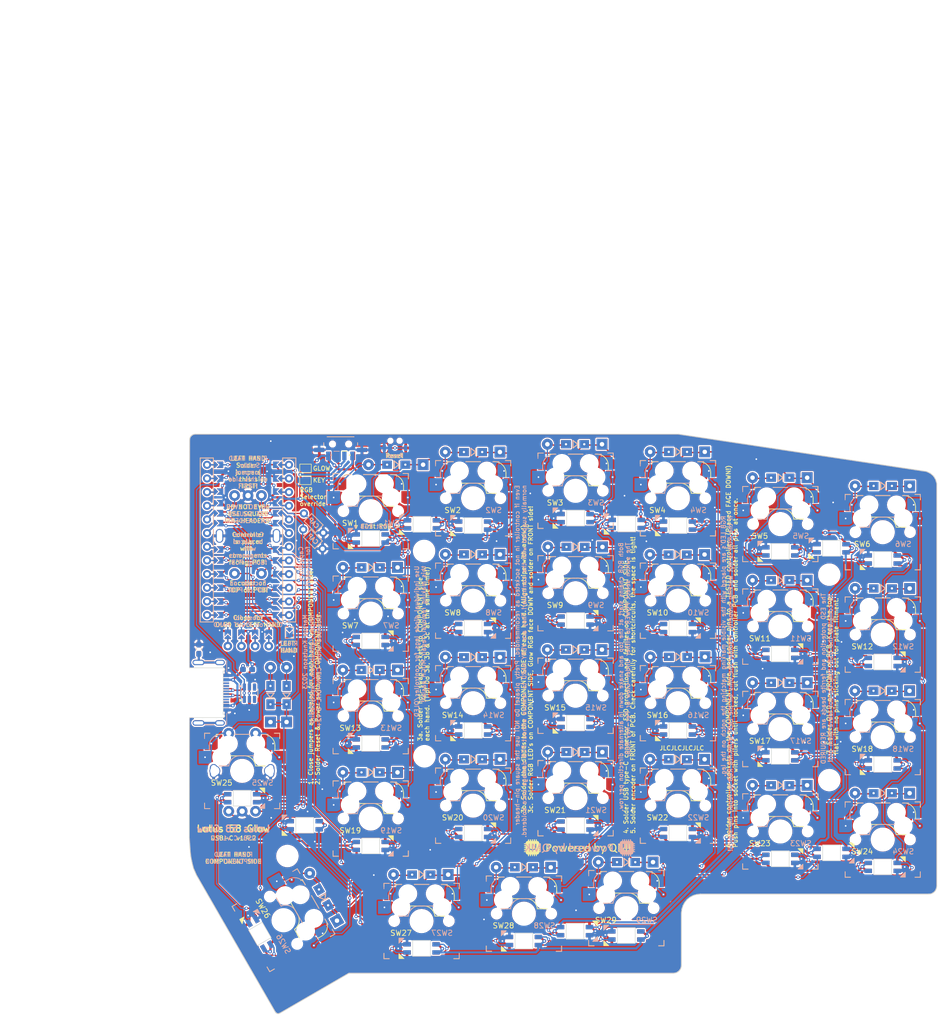
<source format=kicad_pcb>
(kicad_pcb (version 20240108) (generator "pcbnew") (generator_version "8.0")
  (title_block (title "Lotus 58 Glow") (date "2024-04-14") (rev "v1.4.2") (company "Markus Knutsson <markus.knutsson@tweety.se>") (comment 1 "https://github.com/TweetyDaBird") (comment 2 "Licensed under CERN-OHL-S v2 or any superseding version"))
  (layers (0 "F.Cu" signal) (31 "B.Cu" signal) (34 "B.Paste" user) (35 "F.Paste" user) (36 "B.SilkS" user "B.Silkscreen") (37 "F.SilkS" user "F.Silkscreen") (38 "B.Mask" user) (39 "F.Mask" user) (44 "Edge.Cuts" user))
  (net 0 "")
  (net 1 "Net-(D1-A)")
  (net 2 "row4")
  (net 3 "Net-(D2-A)")
  (net 4 "Net-(D3-A)")
  (net 5 "row0")
  (net 6 "row1")
  (net 7 "row2")
  (net 8 "row3")
  (net 9 "Net-(D10-A)")
  (net 10 "Net-(D11-A)")
  (net 11 "Net-(D12-A)")
  (net 12 "Net-(D13-A)")
  (net 13 "Net-(D14-A)")
  (net 14 "Net-(D15-A)")
  (net 15 "Net-(D16-A)")
  (net 16 "Net-(D17-A)")
  (net 17 "Net-(D18-A)")
  (net 18 "Net-(D19-A)")
  (net 19 "Net-(D20-A)")
  (net 20 "Net-(D21-A)")
  (net 21 "Net-(D22-A)")
  (net 22 "Net-(D23-A)")
  (net 23 "Net-(D24-A)")
  (net 24 "Net-(D26-A)")
  (net 25 "Net-(D27-A)")
  (net 26 "Net-(D28-A)")
  (net 27 "VCC")
  (net 28 "GND")
  (net 29 "col0")
  (net 30 "col1")
  (net 31 "col2")
  (net 32 "col3")
  (net 33 "col4")
  (net 34 "col5")
  (net 35 "SDA")
  (net 36 "LED")
  (net 37 "SCL")
  (net 38 "RESET")
  (net 39 "Net-(D29-A)")
  (net 40 "DATA")
  (net 41 "Net-(D30-A)")
  (net 42 "Hand")
  (net 43 "Alt")
  (net 44 "Net-(LED1-DOUT)")
  (net 45 "Net-(LED2-DOUT)")
  (net 46 "Net-(LED3-DOUT)")
  (net 47 "Net-(LED4-DOUT)")
  (net 48 "Net-(LED5-DOUT)")
  (net 49 "Net-(LED12-DIN)")
  (net 50 "Net-(LED13-DIN)")
  (net 51 "Net-(LED7-DIN)")
  (net 52 "Net-(LED8-DIN)")
  (net 53 "Net-(LED10-DOUT)")
  (net 54 "Net-(LED10-DIN)")
  (net 55 "Net-(LED11-DIN)")
  (net 56 "Net-(LED13-DOUT)")
  (net 57 "Net-(LED14-DOUT)")
  (net 58 "Net-(LED15-DOUT)")
  (net 59 "Net-(LED16-DOUT)")
  (net 60 "Net-(LED17-DOUT)")
  (net 61 "Net-(LED18-DOUT)")
  (net 62 "Net-(LED19-DOUT)")
  (net 63 "Net-(LED19-DIN)")
  (net 64 "Net-(LED20-DIN)")
  (net 65 "Net-(LED21-DIN)")
  (net 66 "/PWR_KEY")
  (net 67 "/PWR_GLOW")
  (net 68 "Net-(LED22-DIN)")
  (net 69 "Net-(LED23-DIN)")
  (net 70 "Net-(LED25-DOUT)")
  (net 71 "EncB")
  (net 72 "EncA")
  (net 73 "Net-(LED26-DOUT)")
  (net 74 "Net-(LED27-DOUT)")
  (net 75 "Net-(LED28-DOUT)")
  (net 76 "Net-(LED30-DOUT)")
  (net 77 "Net-(LED31-DOUT)")
  (net 78 "Net-(LED32-DOUT)")
  (net 79 "Net-(LED33-DOUT)")
  (net 80 "Net-(LED34-DOUT)")
  (net 83 "/VCC_LINK")
  (net 115 "Net-(J1-SHIELD)")
  (net 243 "Net-(D34-A)")
  (net 244 "Net-(D35-A)")
  (net 245 "Net-(D36-A)")
  (net 246 "Net-(D37-A)")
  (net 247 "Net-(D38-A)")
  (net 248 "Net-(D39-A)")
  (footprint "Keyboard Common:Spacer PCB hole" (layer "F.Cu") (at 124.32538 57.40908)
    (property "Reference" "TH1" (hide yes))
    (property "Value" "HOLE" (hide yes))
  )
  (footprint "Keyboard Common:Spacer PCB hole" (layer "F.Cu") (at 199.7 61.8)
    (property "Reference" "TH2" (hide yes))
    (property "Value" "HOLE" (hide yes))
  )
  (footprint "Keyboard Common:Spacer PCB hole" (layer "F.Cu") (at 124.3965 95.5675)
    (property "Reference" "TH3" (hide yes))
    (property "Value" "HOLE" (hide yes))
  )
  (footprint "Keyboard Common:Spacer PCB hole" (layer "F.Cu") (at 199.7 100)
    (property "Reference" "TH4" (hide yes))
    (property "Value" "HOLE" (hide yes))
  )
  (footprint "Keyboard Common:Spacer PCB hole" (layer "F.Cu") (at 98.8949 114.1095 90)
    (property "Reference" "TH5" (hide yes))
    (property "Value" "HOLE" (hide yes))
  )
  (footprint "Keyboard Switches:SW_MX_HotSwap_Reversible" (layer "F.Cu") (at 133.45 47.6)
    (property "Reference" "SW2" (hide yes))
    (property "Value" "Kailh hotswap MX socket" (hide yes))
  )
  (footprint "Keyboard Switches:SW_MX_HotSwap_Reversible" (layer "F.Cu") (at 152.5 46.21)
    (property "Reference" "SW3" (hide yes))
    (property "Value" "Kailh hotswap MX socket" (hide yes))
  )
  (footprint "Keyboard Switches:SW_MX_HotSwap_Reversible" (layer "F.Cu") (at 171.55 47.6)
    (property "Reference" "SW4" (hide yes))
    (property "Value" "Kailh hotswap MX socket" (hide yes))
  )
  (footprint "Keyboard Switches:SW_MX_HotSwap_Reversible" (layer "F.Cu") (at 209.65 53.9)
    (property "Reference" "SW6" (hide yes))
    (property "Value" "Kailh hotswap MX socket" (hide yes))
  )
  (footprint "Keyboard Switches:SW_MX_HotSwap_Reversible" (layer "F.Cu") (at 114.4 69.05)
    (property "Reference" "SW7" (hide yes))
    (property "Value" "Kailh hotswap MX socket" (hide yes))
  )
  (footprint "Keyboard Switches:SW_MX_HotSwap_Reversible" (layer "F.Cu") (at 152.5 65.26)
    (property "Reference" "SW9" (hide yes))
    (property "Value" "Kailh hotswap MX socket" (hide yes))
  )
  (footprint "Keyboard Switches:SW_MX_HotSwap_Reversible" (layer "F.Cu") (at 171.55 66.65)
    (property "Reference" "SW10" (hide yes))
    (property "Value" "Kailh hotswap MX socket" (hide yes))
  )
  (footprint "Keyboard Switches:SW_MX_HotSwap_Reversible" (layer "F.Cu") (at 190.6 71.45)
    (property "Reference" "SW11" (hide yes))
    (property "Value" "Kailh hotswap MX socket" (hide yes))
  )
  (footprint "Keyboard Switches:SW_MX_HotSwap_Reversible" (layer "F.Cu") (at 209.65 72.95)
    (property "Reference" "SW12" (hide yes))
    (property "Value" "Kailh hotswap MX socket" (hide yes))
  )
  (footprint "Keyboard Switches:SW_MX_HotSwap_Reversible" (layer "F.Cu") (at 114.4 88.1)
    (property "Reference" "SW13" (hide yes))
    (property "Value" "Kailh hotswap MX socket" (hide yes))
  )
  (footprint "Keyboard Switches:SW_MX_HotSwap_Reversible" (layer "F.Cu") (at 133.45 85.7)
    (property "Reference" "SW14" (hide yes))
    (property "Value" "Kailh hotswap MX socket" (hide yes))
  )
  (footprint "Keyboard Switches:SW_MX_HotSwap_Reversible" (layer "F.Cu") (at 152.5 84.31)
    (property "Reference" "SW15" (hide yes))
    (property "Value" "Kailh hotswap MX socket" (hide yes))
  )
  (footprint "Keyboard Switches:SW_MX_HotSwap_Reversible" (layer "F.Cu") (at 190.6 90.5)
    (property "Reference" "SW17" (hide yes))
    (property "Value" "Kailh hotswap MX socket" (hide yes))
  )
  (footprint "Keyboard Switches:SW_MX_HotSwap_Reversible" (layer "F.Cu") (at 209.65 92)
    (property "Reference" "SW18" (hide yes))
    (property "Value" "Kailh hotswap MX socket" (hide yes))
  )
  (footprint "Keyboard Switches:SW_MX_HotSwap_Reversible" (layer "F.Cu") (at 114.4 107.15)
    (property "Reference" "SW19" (hide yes))
    (property "Value" "Kailh hotswap MX socket" (hide yes))
  )
  (footprint "Keyboard Switches:SW_MX_HotSwap_Reversible" (layer "F.Cu") (at 133.45 104.75)
    (property "Reference" "SW20" (hide yes))
    (property "Value" "Kailh hotswap MX socket" (hide yes))
  )
  (footprint "Keyboard Switches:SW_MX_HotSwap_Reversible" (layer "F.Cu") (at 152.5 103.36)
    (property "Reference" "SW21" (hide yes))
    (property "Value" "Kailh hotswap MX socket" (hide yes))
  )
  (footprint "Keyboard Switches:SW_MX_HotSwap_Reversible" (layer "F.Cu") (at 171.55 104.75)
    (property "Reference" "SW22" (hide yes))
    (property "Value" "Kailh hotswap MX socket" (hide yes))
  )
  (footprint "Keyboard Switches:SW_MX_HotSwap_Reversible" (layer "F.Cu") (at 190.6 109.55)
    (property "Reference" "SW23" (hide yes))
    (property "Value" "Kailh hotswap MX socket" (hide yes))
  )
  (footprint "Keyboard Switches:SW_MX_HotSwap_Reversible" (layer "F.Cu") (at 123.85 126.2)
    (property "Reference" "SW27" (hide yes))
    (property "Value" "Kailh hotswap MX socket" (hide yes))
  )
  (footprint "Keyboard Switches:SW_MX_HotSwap_Reversible" (layer "F.Cu") (at 142.8977 124.8283)
    (property "Reference" "SW28" (hide yes))
    (property "Value" "Kailh hotswap MX socket" (hide yes))
  )
  (footprint "Keyboard Switches:SW_MX_HotSwap_Reversible" (layer "F.Cu") (at 161.95 123.8)
    (property "Reference" "SW29" (hide yes))
    (property "Value" "Kailh hotswap MX socket" (hide yes))
  )
  (footprint "Keyboard Switches:SW_MX_HotSwap_Reversible" (layer "F.Cu") (at 114.4 50)
    (property "Reference" "SW1" (hide yes))
    (property "Value" "Kailh hotswap MX socket" (hide yes))
  )
  (footprint "Keyboard Switches:SW_MX_HotSwap_Reversible_FOR encoder" (layer "F.Cu") (at 90.4748 98.2853)
    (property "Reference" "SW25" (hide yes))
    (property "Value" "Kailh hotswap MX socket" (hide yes))
  )
  (footprint "Keyboard Switches:SW_MX_HotSwap_Reversible" (layer "F.Cu") (at 209.65 111.05)
    (property "Reference" "SW24" (hide yes))
    (property "Value" "Kailh hotswap MX socket" (hide yes))
  )
  (footprint "Keyboard Switches:SW_MX_HotSwap_Reversible" (layer "F.Cu") (at 98.171 126.0475 -60)
    (property "Reference" "SW26" (hide yes))
    (property "Value" "Kailh hotswap MX socket" (hide yes))
  )
  (footprint "Keyboard Switches:SW_MX_HotSwap_Reversible" (layer "F.Cu") (at 171.55 85.7)
    (property "Reference" "SW16" (hide yes))
    (property "Value" "Kailh hotswap MX socket" (hide yes))
  )
  (footprint "Keyboard Common:SSD1306-0.91-OLED-4pin-128x32 doublesided" (layer "F.Cu") (at 91.62 56.59 -90)
    (property "Reference" "P1" (hide yes))
    (property "Value" "OLED")
  )
  (footprint "Keyboard RGB:MX_SK6812MINI-E_REVERSIBLE" (layer "F.Cu") (at 200.125 113.522)
    (property "Reference" "LED33" (hide yes))
    (property "Value" "SK6812MINI-E")
    (fp_line (start -1.65 -1.45) (end 1.65 -1.45) (stroke (width 0.1)) (layer "Edge.Cuts"))
    (fp_line (start -1.65 1.45) (end -1.65 -1.45) (stroke (width 0.1)) (layer "Edge.Cuts"))
    (fp_line (start 1.65 -1.45) (end 1.65 1.45) (stroke (width 0.1)) (layer "Edge.Cuts"))
    (fp_line (start 1.65 1.45) (end -1.65 1.45) (stroke (width 0.1)) (layer "Edge.Cuts"))
  )
  (footprint "Keyboard RGB:MX_SK6812MINI-E_REVERSIBLE" (layer "F.Cu") (at 152.4 128.0795)
    (property "Reference" "LED34" (hide yes))
    (property "Value" "SK6812MINI-E")
    (fp_line (start -1.65 -1.45) (end 1.65 -1.45) (stroke (width 0.1)) (layer "Edge.Cuts"))
    (fp_line (start -1.65 1.45) (end -1.65 -1.45) (stroke (width 0.1)) (layer "Edge.Cuts"))
    (fp_line (start 1.65 -1.45) (end 1.65 1.45) (stroke (width 0.1)) (layer "Edge.Cuts"))
    (fp_line (start 1.65 1.45) (end -1.65 1.45) (stroke (width 0.1)) (layer "Edge.Cuts"))
  )
  (footprint "Keyboard RGB:MX_SK6812MINI-E_REVERSIBLE" (layer "F.Cu") (at 102.108 108.3945 180)
    (property "Reference" "LED35" (hide yes))
    (property "Value" "SK6812MINI-E")
    (fp_line (start 1.65 1.45) (end -1.65 1.45) (stroke (width 0.1)) (layer "Edge.Cuts"))
    (fp_line (start 1.65 -1.45) (end 1.65 1.45) (stroke (width 0.1)) (layer "Edge.Cuts"))
    (fp_line (start -1.65 1.45) (end -1.65 -1.45) (stroke (width 0.1)) (layer "Edge.Cuts"))
    (fp_line (start -1.65 -1.45) (end 1.65 -1.45) (stroke (width 0.1)) (layer "Edge.Cuts"))
  )
  (footprint "Keyboard RGB:MX_SK6812MINI-E_REVERSIBLE" (layer "F.Cu") (at 200.122 56.896 180)
    (property "Reference" "LED32" (hide yes))
    (property "Value" "SK6812MINI-E")
    (fp_line (start 1.65 1.45) (end -1.65 1.45) (stroke (width 0.1)) (layer "Edge.Cuts"))
    (fp_line (start 1.65 -1.45) (end 1.65 1.45) (stroke (width 0.1)) (layer "Edge.Cuts"))
    (fp_line (start -1.65 1.45) (end -1.65 -1.45) (stroke (width 0.1)) (layer "Edge.Cuts"))
    (fp_line (start -1.65 -1.45) (end 1.65 -1.45) (stroke (width 0.1)) (layer "Edge.Cuts"))
  )
  (footprint "Keyboard RGB:MX_SK6812MINI-E_REVERSIBLE" (layer "F.Cu") (at 123.9235 52.451 180)
    (property "Reference" "LED30" (hide yes))
    (property "Value" "SK6812MINI-E")
    (fp_line (start 1.65 1.45) (end -1.65 1.45) (stroke (width 0.1)) (layer "Edge.Cuts"))
    (fp_line (start 1.65 -1.45) (end 1.65 1.45) (stroke (width 0.1)) (layer "Edge.Cuts"))
    (fp_line (start -1.65 1.45) (end -1.65 -1.45) (stroke (width 0.1)) (layer "Edge.Cuts"))
    (fp_line (start -1.65 -1.45) (end 1.65 -1.45) (stroke (width 0.1)) (layer "Edge.Cuts"))
  )
  (footprint "Keyboard Encoders:Encoder_Alps_EC11E_Small" (layer "F.Cu") (at 91.567 54.594 -90)
    (property "Reference" "SW30" (hide yes))
    (property "Value" "Rotary_Encoder_Switch" (hide yes))
  )
  (footprint "Keyboard Controllers:ProMicro_jumpers_V2" (layer "F.Cu") (at 91.567 55.35)
    (property "Reference" "U1" (hide yes))
    (property "Value" "ProMicro")
  )
  (footprint "Keyboard Switches:SW_MX_HotSwap_Reversible" (layer "F.Cu") (at 190.6 52.4)
    (property "Reference" "SW5" (hide yes))
    (property "Value" "Kailh hotswap MX socket" (hide yes))
  )
  (footprint "Keyboard Encoders:Encoder_Alps_EC11E_Small" (layer "F.Cu") (at 90.4748 98.2853 90)
    (property "Reference" "SW31" (hide yes))
    (property "Value" "Rotary_Encoder_Switch" (hide yes))
  )
  (footprint "Keyboard RGB:MX_SK6812MINI-E_REVERSIBLE" (layer "F.Cu") (at 162.0285 52.3875 180)
    (property "Reference" "LED31" (hide yes))
    (property "Value" "SK6812MINI-E")
    (fp_line (start 1.65 1.45) (end -1.65 1.45) (stroke (width 0.1)) (layer "Edge.Cuts"))
    (fp_line (start 1.65 -1.45) (end 1.65 1.45) (stroke (width 0.1)) (layer "Edge.Cuts"))
    (fp_line (start -1.65 1.45) (end -1.65 -1.45) (stroke (width 0.1)) (layer "Edge.Cuts"))
    (fp_line (start -1.65 -1.45) (end 1.65 -1.45) (stroke (width 0.1)) (layer "Edge.Cuts"))
  )
  (footprint "Keyboard Common:Jumper_min_v2" (layer "F.Cu") (at 99.28 72.59 90)
    (property "Reference" "JP3" (hide yes))
    (property "Value" "LEFT" (hide yes))
  )
  (footprint "Keyboard Switches:SW_MX_HotSwap_Reversible" (layer "F.Cu") (at 133.45 66.65)
    (property "Reference" "SW8" (hide yes))
    (property "Value" "Kailh hotswap MX socket" (hide yes))
  )
  (footprint "Keyboard RGB:MX_SK6812MINI-E_REVERSIBLE" (layer "F.Cu") (at 114.4 55.08 180)
    (property "Reference" "LED1" (hide yes))
    (property "Value" "SK6803MINI-E")
    (fp_line (start 1.65 1.45) (end -1.65 1.45) (stroke (width 0.1)) (layer "Edge.Cuts"))
    (fp_line (start 1.65 -1.45) (end 1.65 1.45) (stroke (width 0.1)) (layer "Edge.Cuts"))
    (fp_line (start -1.65 1.45) (end -1.65 -1.45) (stroke (width 0.1)) (layer "Edge.Cuts"))
    (fp_line (start -1.65 -1.45) (end 1.65 -1.45) (stroke (width 0.1)) (layer "Edge.Cuts"))
  )
  (footprint "Keyboard RGB:MX_SK6812MINI-E_REVERSIBLE" (layer "F.Cu") (at 133.45 52.68 180)
    (property "Reference" "LED2" (hide yes))
    (property "Value" "SK6803MINI-E")
    (fp_line (start 1.65 1.45) (end -1.65 1.45) (stroke (width 0.1)) (layer "Edge.Cuts"))
    (fp_line (start 1.65 -1.45) (end 1.65 1.45) (stroke (width 0.1)) (layer "Edge.Cuts"))
    (fp_line (start -1.65 1.45) (end -1.65 -1.45) (stroke (width 0.1)) (layer "Edge.Cuts"))
    (fp_line (start -1.65 -1.45) (end 1.65 -1.45) (stroke (width 0.1)) (layer "Edge.Cuts"))
  )
  (footprint "Keyboard RGB:MX_SK6812MINI-E_REVERSIBLE" (layer "F.Cu") (at 152.5 51.29 180)
    (property "Reference" "LED3" (hide yes))
    (property "Value" "SK6803MINI-E")
    (fp_line (start 1.65 1.45) (end -1.65 1.45) (stroke (width 0.1)) (layer "Edge.Cuts"))
    (fp_line (start 1.65 -1.45) (end 1.65 1.45) (stroke (width 0.1)) (layer "Edge.Cuts"))
    (fp_line (start -1.65 1.45) (end -1.65 -1.45) (stroke (width 0.1)) (layer "Edge.Cuts"))
    (fp_line (start -1.65 -1.45) (end 1.65 -1.45) (stroke (width 0.1)) (layer "Edge.Cuts"))
  )
  (footprint "Keyboard RGB:MX_SK6812MINI-E_REVERSIBLE" (layer "F.Cu") (at 171.55 52.68 180)
    (property "Reference" "LED4" (hide yes))
    (property "Value" "SK6803MINI-E")
    (fp_line (start 1.65 1.45) (end -1.65 1.45) (stroke (width 0.1)) (layer "Edge.Cuts"))
    (fp_line (start 1.65 -1.45) (end 1.65 1.45) (stroke (width 0.1)) (layer "Edge.Cuts"))
    (fp_line (start -1.65 1.45) (end -1.65 -1.45) (stroke (width 0.1)) (layer "Edge.Cuts"))
    (fp_line (start -1.65 -1.45) (end 1.65 -1.45) (stroke (width 0.1)) (layer "Edge.Cuts"))
  )
  (footprint "Keyboard RGB:MX_SK6812MINI-E_REVERSIBLE" (layer "F.Cu") (at 190.6 57.48 180)
    (property "Reference" "LED5" (hide yes))
    (property "Value" "SK6803MINI-E")
    (fp_line (start 1.65 1.45) (end -1.65 1.45) (stroke (width 0.1)) (layer "Edge.Cuts"))
    (fp_line (start 1.65 -1.45) (end 1.65 1.45) (stroke (width 0.1)) (layer "Edge.Cuts"))
    (fp_line (start -1.65 1.45) (end -1.65 -1.45) (stroke (width 0.1)) (layer "Edge.Cuts"))
    (fp_line (start -1.65 -1.45) (end 1.65 -1.45) (stroke (width 0.1)) (layer "Edge.Cuts"))
  )
  (footprint "Keyboard RGB:MX_SK6812MINI-E_REVERSIBLE" (layer "F.Cu") (at 209.65 58.98 180)
    (property "Reference" "LED6" (hide yes))
    (property "Value" "SK6803MINI-E")
    (fp_line (start 1.65 1.45) (end -1.65 1.45) (stroke (width 0.1)) (layer "Edge.Cuts"))
    (fp_line (start 1.65 -1.45) (end 1.65 1.45) (stroke (width 0.1)) (layer "Edge.Cuts"))
    (fp_line (start -1.65 1.45) (end -1.65 -1.45) (stroke (width 0.1)) (layer "Edge.Cuts"))
    (fp_line (start -1.65 -1.45) (end 1.65 -1.45) (stroke (width 0.1)) (layer "Edge.Cuts"))
  )
  (footprint "Keyboard RGB:MX_SK6812MINI-E_REVERSIBLE" (layer "F.Cu") (at 114.4 74.13)
    (property "Reference" "LED7" (hide yes))
    (property "Value" "SK6803MINI-E")
    (fp_line (start -1.65 -1.45) (end 1.65 -1.45) (stroke (width 0.1)) (layer "Edge.Cuts"))
    (fp_line (start -1.65 1.45) (end -1.65 -1.45) (stroke (width 0.1)) (layer "Edge.Cuts"))
    (fp_line (start 1.65 -1.45) (end 1.65 1.45) (stroke (width 0.1)) (layer "Edge.Cuts"))
    (fp_line (start 1.65 1.45) (end -1.65 1.45) (stroke (width 0.1)) (layer "Edge.Cuts"))
  )
  (footprint "Keyboard RGB:MX_SK6812MINI-E_REVERSIBLE" (layer "F.Cu") (at 133.45 71.73)
    (property "Reference" "LED8" (hide yes))
    (property "Value" "SK6803MINI-E")
    (fp_line (start -1.65 -1.45) (end 1.65 -1.45) (stroke (width 0.1)) (layer "Edge.Cuts"))
    (fp_line (start -1.65 1.45) (end -1.65 -1.45) (stroke (width 0.1)) (layer "Edge.Cuts"))
    (fp_line (start 1.65 -1.45) (end 1.65 1.45) (stroke (width 0.1)) (layer "Edge.Cuts"))
    (fp_line (start 1.65 1.45) (end -1.65 1.45) (stroke (width 0.1)) (layer "Edge.Cuts"))
  )
  (footprint "Keyboard RGB:MX_SK6812MINI-E_REVERSIBLE" (layer "F.Cu") (at 152.5 70.34)
    (property "Reference" "LED9" (hide yes))
    (property "Value" "SK6803MINI-E")
    (fp_line (start -1.65 -1.45) (end 1.65 -1.45) (stroke (width 0.1)) (layer "Edge.Cuts"))
    (fp_line (start -1.65 1.45) (end -1.65 -1.45) (stroke (width 0.1)) (layer "Edge.Cuts"))
    (fp_line (start 1.65 -1.45) (end 1.65 1.45) (stroke (width 0.1)) (layer "Edge.Cuts"))
    (fp_line (start 1.65 1.45) (end -1.65 1.45) (stroke (width 0.1)) (layer "Edge.Cuts"))
  )
  (footprint "Keyboard RGB:MX_SK6812MINI-E_REVERSIBLE" (layer "F.Cu") (at 171.55 71.73)
    (property "Reference" "LED10" (hide yes))
    (property "Value" "SK6803MINI-E")
    (fp_line (start -1.65 -1.45) (end 1.65 -1.45) (stroke (width 0.1)) (layer "Edge.Cuts"))
    (fp_line (start -1.65 1.45) (end -1.65 -1.45) (stroke (width 0.1)) (layer "Edge.Cuts"))
    (fp_line (start 1.65 -1.45) (end 1.65 1.45) (stroke (width 0.1)) (layer "Edge.Cuts"))
    (fp_line (start 1.65 1.45) (end -1.65 1.45) (stroke (width 0.1)) (layer "Edge.Cuts"))
  )
  (footprint "Keyboard RGB:MX_SK6812MINI-E_REVERSIBLE" (layer "F.Cu") (at 190.6 76.53)
    (property "Reference" "LED11" (hide yes))
    (property "Value" "SK6803MINI-E")
    (fp_line (start -1.65 -1.45) (end 1.65 -1.45) (stroke (width 0.1)) (layer "Edge.Cuts"))
    (fp_line (start -1.65 1.45) (end -1.65 -1.45) (stroke (width 0.1)) (layer "Edge.Cuts"))
    (fp_line (start 1.65 -1.45) (end 1.65 1.45) (stroke (width 0.1)) (layer "Edge.Cuts"))
    (fp_line (start 1.65 1.45) (end -1.65 1.45) (stroke (width 0.1)) (layer "Edge.Cuts"))
  )
  (footprint "Keyboard RGB:MX_SK6812MINI-E_REVERSIBLE" (layer "F.Cu") (at 209.65 78.03)
    (property "Reference" "LED12" (hide yes))
    (property "Value" "SK6803MINI-E")
    (fp_line (start -1.65 -1.45) (end 1.65 -1.45) (stroke (width 0.1)) (layer "Edge.Cuts"))
    (fp_line (start -1.65 1.45) (end -1.65 -1.45) (stroke (width 0.1)) (layer "Edge.Cuts"))
    (fp_line (start 1.65 -1.45) (end 1.65 1.45) (stroke (width 0.1)) (layer "Edge.Cuts"))
    (fp_line (start 1.65 1.45) (end -1.65 1.45) (stroke (width 0.1)) (layer "Edge.Cuts"))
  )
  (footprint "Keyboard RGB:MX_SK6812MINI-E_REVERSIBLE" (layer "F.Cu") (at 114.4 93.18 180)
    (property "Reference" "LED13" (hide yes))
    (property "Value" "SK6803MINI-E")
    (fp_line (start 1.65 1.45) (end -1.65 1.45) (stroke (width 0.1)) (layer "Edge.Cuts"))
    (fp_line (start 1.65 -1.45) (end 1.65 1.45) (stroke (width 0.1)) (layer "Edge.Cuts"))
    (fp_line (start -1.65 1.45) (end -1.65 -1.45) (stroke (width 0.1)) (layer "Edge.Cuts"))
    (fp_line (start -1.65 -1.45) (end 1.65 -1.45) (stroke (width 0.1)) (layer "Edge.Cuts"))
  )
  (footprint "Keyboard RGB:MX_SK6812MINI-E_REVERSIBLE" (layer "F.Cu") (at 133.45 90.78 180)
    (property "Reference" "LED14" (hide yes))
    (property "Value" "SK6803MINI-E")
    (fp_line (start 1.65 1.45) (end -1.65 1.45) (stroke (width 0.1)) (layer "Edge.Cuts"))
    (fp_line (start 1.65 -1.45) (end 1.65 1.45) (stroke (width 0.1)) (layer "Edge.Cuts"))
    (fp_line (start -1.65 1.45) (end -1.65 -1.45) (stroke (width 0.1)) (layer "Edge.Cuts"))
    (fp_line (start -1.65 -1.45) (end 1.65 -1.45) (stroke (width 0.1)) (layer "Edge.Cuts"))
  )
  (footprint "Keyboard RGB:MX_SK6812MINI-E_REVERSIBLE" (layer "F.Cu") (at 152.5 89.39 180)
    (property "Reference" "LED15" (hide yes))
    (property "Value" "SK6803MINI-E")
    (fp_line (start 1.65 1.45) (end -1.65 1.45) (stroke (width 0.1)) (layer "Edge.Cuts"))
    (fp_line (start 1.65 -1.45) (end 1.65 1.45) (stroke (width 0.1)) (layer "Edge.Cuts"))
    (fp_line (start -1.65 1.45) (end -1.65 -1.45) (stroke (width 0.1)) (layer "Edge.Cuts"))
    (fp_line (start -1.65 -1.45) (end 1.65 -1.45) (stroke (width 0.1)) (layer "Edge.Cuts"))
  )
  (footprint "Keyboard RGB:MX_SK6812MINI-E_REVERSIBLE" (layer "F.Cu") (at 171.55 90.78 180)
    (property "Reference" "LED16" (hide yes))
    (property "Value" "SK6803MINI-E")
    (fp_line (start 1.65 1.45) (end -1.65 1.45) (stroke (width 0.1)) (layer "Edge.Cuts"))
    (fp_line (start 1.65 -1.45) (end 1.65 1.45) (stroke (width 0.1)) (layer "Edge.Cuts"))
    (fp_line (start -1.65 1.45) (end -1.65 -1.45) (stroke (width 0.1)) (layer "Edge.Cuts"))
    (fp_line (start -1.65 -1.45) (end 1.65 -1.45) (stroke (width 0.1)) (layer "Edge.Cuts"))
  )
  (footprint "Keyboard RGB:MX_SK6812MINI-E_REVERSIBLE" (layer "F.Cu") (at 190.6 95.58 180)
    (property "Reference" "LED17" (hide yes))
    (property "Value" "SK6803MINI-E")
    (fp_line (start 1.65 1.45) (end -1.65 1.45) (stroke (width 0.1)) (layer "Edge.Cuts"))
    (fp_line (start 1.65 -1.45) (end 1.65 1.45) (stroke (width 0.1)) (layer "Edge.Cuts"))
    (fp_line (start -1.65 1.45) (end -1.65 -1.45) (stroke (width 0.1)) (layer "Edge.Cuts"))
    (fp_line (start -1.65 -1.45) (end 1.65 -1.45) (stroke (width 0.1)) (layer "Edge.Cuts"))
  )
  (footprint "Keyboard RGB:MX_SK6812MINI-E_REVERSIBLE" (layer "F.Cu") (at 209.65 97.08 180)
    (property "Reference" "LED18" (hide yes))
    (property "Value" "SK6803MINI-E")
    (fp_line (start 1.65 1.45) (end -1.65 1.45) (stroke (width 0.1)) (layer "Edge.Cuts"))
    (fp_line (start 1.65 -1.45) (end 1.65 1.45) (stroke (width 0.1)) (layer "Edge.Cuts"))
    (fp_line (start -1.65 1.45) (end -1.65 -1.45) (stroke (width 0.1)) (layer "Edge.Cuts"))
    (fp_line (start -1.65 -1.45) (end 1.65 -1.45) (stroke (width 0.1)) (layer "Edge.Cuts"))
  )
  (footprint "Keyboard RGB:MX_SK6812MINI-E_REVERSIBLE" (layer "F.Cu") (at 114.4 112.23)
    (property "Reference" "LED19" (hide yes))
    (property "Value" "SK6803MINI-E")
    (fp_line (start -1.65 -1.45) (end 1.65 -1.45) (stroke (width 0.1)) (layer "Edge.Cuts"))
    (fp_line (start -1.65 1.45) (end -1.65 -1.45) (stroke (width 0.1)) (layer "Edge.Cuts"))
    (fp_line (start 1.65 -1.45) (end 1.65 1.45) (stroke (width 0.1)) (layer "Edge.Cuts"))
    (fp_line (start 1.65 1.45) (end -1.65 1.45) (stroke (width 0.1)) (layer "Edge.Cuts"))
  )
  (footprint "Keyboard RGB:MX_SK6812MINI-E_REVERSIBLE" (layer "F.Cu") (at 133.45 109.83)
    (property "Reference" "LED20" (hide yes))
    (property "Value" "SK6803MINI-E")
    (fp_line (start -1.65 -1.45) (end 1.65 -1.45) (stroke (width 0.1)) (layer "Edge.Cuts"))
    (fp_line (start -1.65 1.45) (end -1.65 -1.45) (stroke (width 0.1)) (layer "Edge.Cuts"))
    (fp_line (start 1.65 -1.45) (end 1.65 1.45) (stroke (width 0.1)) (layer "Edge.Cuts"))
    (fp_line (start 1.65 1.45) (end -1.65 1.45) (stroke (width 0.1)) (layer "Edge.Cuts"))
  )
  (footprint "Keyboard RGB:MX_SK6812MINI-E_REVERSIBLE" (layer "F.Cu") (at 152.5 108.44)
    (property "Reference" "LED21" (hide yes))
    (property "Value" "SK6803MINI-E")
    (fp_line (start -1.65 -1.45) (end 1.65 -1.45) (stroke (width 0.1)) (layer "Edge.Cuts"))
    (fp_line (start -1.65 1.45) (end -1.65 -1.45) (stroke (width 0.1)) (layer "Edge.Cuts"))
    (fp_line (start 1.65 -1.45) (end 1.65 1.45) (stroke (width 0.1)) (layer "Edge.Cuts"))
    (fp_line (start 1.65 1.45) (end -1.65 1.45) (stroke (width 0.1)) (layer "Edge.Cuts"))
  )
  (footprint "Keyboard RGB:MX_SK6812MINI-E_REVERSIBLE" (layer "F.Cu") (at 171.55 109.83)
    (property "Reference" "LED22" (hide yes))
    (property "Value" "SK6803MINI-E")
    (fp_line (start -1.65 -1.45) (end 1.65 -1.45) (stroke (width 0.1)) (layer "Edge.Cuts"))
    (fp_line (start -1.65 1.45) (end -1.65 -1.45) (stroke (width 0.1)) (layer "Edge.Cuts"))
    (fp_line (start 1.65 -1.45) (end 1.65 1.45) (stroke (width 0.1)) (layer "Edge.Cuts"))
    (fp_line (start 1.65 1.45) (end -1.65 1.45) (stroke (width 0.1)) (layer "Edge.Cuts"))
  )
  (footprint "Keyboard RGB:MX_SK6812MINI-E_REVERSIBLE" (layer "F.Cu") (at 190.6 114.63)
    (property "Reference" "LED23" (hide yes))
    (property "Value" "SK6803MINI-E")
    (fp_line (start -1.65 -1.45) (end 1.65 -1.45) (stroke (width 0.1)) (layer "Edge.Cuts"))
    (fp_line (start -1.65 1.45) (end -1.65 -1.45) (stroke (width 0.1)) (layer "Edge.Cuts"))
    (fp_line (start 1.65 -1.45) (end 1.65 1.45) (stroke (width 0.1)) (layer "Edge.Cuts"))
    (fp_line (start 1.65 1.45) (end -1.65 1.45) (stroke (width 0.1)) (layer "Edge.Cuts"))
  )
  (footprint "Keyboard RGB:MX_SK6812MINI-E_REVERSIBLE" (layer "F.Cu") (at 209.65 116.13)
    (property "Reference" "LED24" (hide yes))
    (property "Value" "SK6803MINI-E")
    (fp_line (start -1.65 -1.45) (end 1.65 -1.45) (stroke (width 0.1)) (layer "Edge.Cuts"))
    (fp_line (start -1.65 1.45) (end -1.65 -1.45) (stroke (width 0.1)) (layer "Edge.Cuts"))
    (fp_line (start 1.65 -1.45) (end 1.65 1.45) (stroke (width 0.1)) (layer "Edge.Cuts"))
    (fp_line (start 1.65 1.45) (end -1.65 1.45) (stroke (width 0.1)) (layer "Edge.Cuts"))
  )
  (footprint "Keyboard RGB:MX_SK6812MINI-E_REVERSIBLE" (layer "F.Cu") (at 90.4748 103.3653)
    (property "Reference" "LED25" (hide yes))
    (property "Value" "SK6803MINI-E")
    (fp_line (start -1.65 -1.45) (end 1.65 -1.45) (stroke (width 0.1)) (layer "Edge.Cuts"))
    (fp_line (start -1.65 1.45) (end -1.65 -1.45) (stroke (width 0.1)) (layer "Edge.Cuts"))
    (fp_line (start 1.65 -1.45) (end 1.65 1.45) (stroke (width 0.1)) (layer "Edge.Cuts"))
    (fp_line (start 1.65 1.45) (end -1.65 1.45) (stroke (width 0.1)) (layer "Edge.Cuts"))
  )
  (footprint "Keyboard RGB:MX_SK6812MINI-E_REVERSIBLE" (layer "F.Cu") (at 93.771591 128.587499 120)
    (property "Reference" "LED26" (hide yes))
    (property "Value" "SK6803MINI-E")
    (fp_line (start 1.65 -1.45) (end 1.65 1.45) (stroke (width 0.1)) (layer "Edge.Cuts"))
    (fp_line (start -1.65 -1.45) (end 1.65 -1.45) (stroke (width 0.1)) (layer "Edge.Cuts"))
    (fp_line (start 1.65 1.45) (end -1.65 1.45) (stroke (width 0.1)) (layer "Edge.Cuts"))
    (fp_line (start -1.65 1.45) (end -1.65 -1.45) (stroke (width 0.1)) (layer "Edge.Cuts"))
  )
  (footprint "Keyboard RGB:MX_SK6812MINI-E_REVERSIBLE" (layer "F.Cu") (at 123.85 131.28 180)
    (property "Reference" "LED27" (hide yes))
    (property "Value" "SK6803MINI-E")
    (fp_line (start 1.65 1.45) (end -1.65 1.45) (stroke (width 0.1)) (layer "Edge.Cuts"))
    (fp_line (start 1.65 -1.45) (end 1.65 1.45) (stroke (width 0.1)) (layer "Edge.Cuts"))
    (fp_line (start -1.65 1.45) (end -1.65 -1.45) (stroke (width 0.1)) (layer "Edge.Cuts"))
    (fp_line (start -1.65 -1.45) (end 1.65 -1.45) (stroke (width 0.1)) (layer "Edge.Cuts"))
  )
  (footprint "Keyboard RGB:MX_SK6812MINI-E_REVERSIBLE" (layer "F.Cu") (at 142.8977 129.9083 180)
    (property "Reference" "LED28" (hide yes))
    (property "Value" "SK6803MINI-E")
    (fp_line (start 1.65 1.45) (end -1.65 1.45) (stroke (width 0.1)) (layer "Edge.Cuts"))
    (fp_line (start 1.65 -1.45) (end 1.65 1.45) (stroke (width 0.1)) (layer "Edge.Cuts"))
    (fp_line (start -1.65 1.45) (end -1.65 -1.45) (stroke (width 0.1)) (layer "Edge.Cuts"))
    (fp_line (start -1.65 -1.45) (end 1.65 -1.45) (stroke (width 0.1)) (layer "Edge.Cuts"))
  )
  (footprint "Keyboard RGB:MX_SK6812MINI-E_REVERSIBLE" (layer "F.Cu") (at 161.95 128.88 180)
    (property "Reference" "LED29" (hide yes))
    (property "Value" "SK6803MINI-E")
    (fp_line (start 1.65 1.45) (end -1.65 1.45) (stroke (width 0.1)) (layer "Edge.Cuts"))
    (fp_line (start 1.65 -1.45) (end 1.65 1.45) (stroke (width 0.1)) (layer "Edge.Cuts"))
    (fp_line (start -1.65 1.45) (end -1.65 -1.45) (stroke (width 0.1)) (layer "Edge.Cuts"))
    (fp_line (start -1.65 -1.45) (end 1.65 -1.45) (stroke (width 0.1)) (layer "Edge.Cuts"))
  )
  (footprint "Keyboard Common:Diode_DO35_SOD123" (layer "F.Cu") (at 152.41 75.74 180)
    (property "Reference" "D46" (hide yes))
    (property "Value" "1N4148/1N4148W" (hide yes))
  )
  (footprint "Keyboard Common:Jumper_min_v2" (layer "F.Cu") (at 102.25 44.25 180)
    (property "Reference" "JP2" (hide yes))
    (property "Value" "LEFT" (hide yes))
  )
  (footprint "Keyboard Common:Diode_DO35_SOD123" (layer "F.Cu") (at 105.62 121.797501 120)
    (property "Reference" "D52" (hide yes))
    (property "Value" "1N4148/1N4148W" (hide yes))
  )
  (footprint "Keyboard Common:Diode_DO35_SOD123" (layer "F.Cu") (at 209.63 83.4 180)
    (property "Reference" "D43" (hide yes))
    (property "Value" "1N4148/1N4148W" (hide yes))
  )
  (footprint "Keyboard Common:Diode_DO35_SOD123" (layer "F.Cu") (at 114.38 98.56 180)
    (property "Reference" "D49" (hide yes))
    (property "Value" "1N4148/1N4148W" (hide yes))
  )
  (footprint "Keyboard Common:YTS-A002" (layer "F.Cu") (at 118.91 36.91)
    (property "Reference" "RES1" (hide yes))
    (property "Value" "TS-A002" (hide yes))
  )
  (footprint "Keyboard Common:Diode_DO35_SOD123" (layer "F.Cu") (at 209.66 64.36 180)
    (property "Reference" "D42" (hide yes))
    (property "Value" "1N4148/1N4148W" (hide yes))
  )
  (footprint "Keyboard Common:Diode_DO35_SOD123" (layer "F.Cu") (at 171.5 58.06 180)
    (property "Reference" "D40" (hide yes))
    (property "Value" "1N4148/1N4148W" (hide yes))
  )
  (footprint "Keyboard Common:MSK12C02" (layer "F.Cu") (at 108.79 37.52 180)
    (property "Reference" "SW32" (hide yes))
    (property "Value" "MSK12C02" (hide yes))
  )
  (footprint "Keyboard Common:Diode_DO35_SOD123" (layer "F.Cu") (at 171.54 38.98 180)
    (property "Reference" "D34" (hide yes))
    (property "Value" "1N4148/1N4148W" (hide yes))
  )
  (footprint "Keyboard Common:Diode_DO35_SOD123" (layer "F.Cu") (at 171.57 77.09 180)
    (property "Reference" "D45" (hide yes))
    (property "Value" "1N4148/1N4148W" (hide yes))
  )
  (footprint "Keyboard Common:Diode_DO35_SOD123" (layer "F.Cu") (at 152.51 56.65 180)
    (property "Reference" "D39" (hide yes))
    (property "Value" "1N4148/1N4148W" (hide yes))
  )
  (footprint "Keyboard Common:Diode_DO35_SOD123" (layer "F.Cu") (at 190.59 62.85 180)
    (property "Reference" "D41" (hide yes))
    (property "Value" "1N4148/1N4148W" (hide yes))
  )
  (footprint "Capacitor_SMD:C_0603_1608Metric_Pad1.08x0.95mm_HandSolder" (layer "F.Cu") (at 82.42 75.66 90)
    (property "Reference" "FB2")
    (property "Value" "Ferrite Bead" (hide yes))
  )
  (footprint "Keyboard Common:Diode_DO35_SOD123" (layer "F.Cu") (at 133.44 58.04 180)
    (property "Reference" "D38" (hide yes))
    (property "Value" "1N4148/1N4148W" (hide yes))
  )
  (footprint "Keyboard Common:Diode_DO35_SOD123" (layer "F.Cu") (at 133.44 96.13 180)
    (property "Reference" "D50" (hide yes))
    (property "Value" "1N4148/1N4148W" (hide yes))
  )
  (footprint "Package_TO_SOT_SMD:SOT-23-6" (layer "F.Cu") (at 91.83 83.85 90)
    (property "Reference" "U2" (hide yes))
    (property "Value" "SRV05-4")
  )
  (footprint "Keyboard Common:Diode_DO35_SOD123" (layer "F.Cu") (at 190.59 43.78 180)
    (property "Reference" "D35" (hide yes))
    (property "Value" "1N4148/1N4148W" (hide yes))
  )
  (footprint "Keyboard Common:Diode_DO35_SOD123" (layer "F.Cu") (at 133.44 77.14 180)
    (property "Reference" "D47" (hide yes))
    (property "Value" "1N4148/1N4148W" (hide yes))
  )
  (footprint "Keyboard Common:Diode_DO35_SOD123" (layer "F.Cu") (at 114.38 79.53 180)
    (property "Reference" "D48" (hide yes))
    (property "Value" "1N4148/1N4148W" (hide yes))
  )
  (footprint "Keyboard Common:Jumper_min_v2" (layer "F.Cu") (at 102.274942 42.052804 180)
    (property "Reference" "JP1" (hide yes))
    (property "Value" "LEFT" (hide yes))
  )
  (footprint "Keyboard Common:Diode_DO35_SOD123" (layer "F.Cu") (at 209.66 45.31 180)
    (property "Reference" "D36" (hide yes))
    (property "Value" "1N4148/1N4148W" (hide yes))
  )
  (footprint "Keyboard Common:Diode_DO35_SOD123" (layer "F.Cu") (at 161.91 115.25 180)
    (property "Reference" "D55" (hide yes))
    (property "Value" "1N4148/1N4148W" (hide yes))
  )
  (footprint "Keyboard Common:Diode_DO35_SOD123" (layer "F.Cu") (at 95.74254 84.2 90)
    (property "Reference" "D51" (hide yes))
    (property "Value" "1N4148/1N4148W" (hide yes))
  )
  (footprint "Keyboard Common:Diode_DO35_SOD123" (layer "F.Cu") (at 152.49 94.79 180)
    (property "Reference" "D56" (hide yes))
    (property "Value" "1N4148/1N4148W" (hide yes))
  )
  (footprint "Keyboard Common:Diode_DO35_SOD123" (layer "F.Cu") (at 114.39 60.46 180)
    (property "Reference" "D37" (hide yes))
    (property "Value" "1N4148/1N4148W" (hide yes))
  )
  (footprint "Keyboard Common:Diode_DO35_SOD123" (layer "F.Cu") (at 142.89 116.21 180)
    (property "Reference" "D54" (hide yes))
    (property "Value" "1N4148/1N4148W" (hide yes))
  )
  (footprint "Keyboard Common:Diode_DO35_SOD123" (layer "F.Cu") (at 133.43 39.01 180)
    (property "Reference" "D32" (hide yes))
    (property "Value" "1N4148/1N4148W" (hide yes))
  )
  (footprint "Keyboard Common:Diode_DO35_SOD123" (layer "F.Cu") (at 190.58 100.95 180)
    (property "Reference" "D58" (hide yes))
    (property "Value" "1N4148/1N4148W" (hide yes))
  )
  (footprint "Keyboard Common:Diode_DO35_SOD123" (layer "F.Cu") (at 123.8 117.57 180)
    (property "Reference" "D53" (hide yes))
    (property "Value" "1N4148/1N4148W" (hide yes))
  )
  (footprint "Keyboard Common:Diode_DO35_SOD123" (layer "F.Cu") (at 171.51 96.13 180)
    (property "Reference" "D57" (hide yes))
    (property "Value" "1N4148/1N4148W" (hide yes))
  )
  (footprint "Logotypes:qmk logo" (layer "F.Cu") (at 153.15 112.57)
    (property "Reference" "Logo1" (hide yes))
    (property "Value" "QMK_Logo" (hide yes))
  )
  (footprint "Keyboard Common:Diode_DO35_SOD123" (layer "F.Cu") (at 119.14 41.36 180)
    (property "Reference" "D31" (hide yes))
    (property "Value" "1N4148/1N4148W" (hide yes))
  )
  (footprint "Keyboard Common:Diode_DO35_SOD123" (layer "F.Cu") (at 190.6 81.9 180)
    (property "Reference" "D44" (hide yes))
    (property "Value" "1N4148/1N4148W" (hide yes))
  )
  (footprint "Keyboard Common:Diode_DO35_SOD123" (layer "F.Cu") (at 209.65 102.43 180)
    (property "Reference" "D59" (hide yes))
    (property "Value" "1N4148/1N4148W" (hide yes))
  )
  (footprint "Capacitor_SMD:C_0603_1608Metric_Pad1.08x0.95mm_HandSolder" (layer "F.Cu") (at 91.49 79.44)
    (property "Reference" "FB1")
    (property "Value" "Ferrite Bead" (hide yes))
  )
  (footprint "Keyboard Common:Diode_DO35_SOD123" (layer "F.Cu") (at 98.74 84.2 90)
    (property "Reference" "D60" (hide yes))
    (property "Value" "1N4148/1N4148W" (hide yes))
  )
  (footprint "Keyboard Common:Diode_DO35_SOD123" (layer "F.Cu") (at 152.42 37.56 180)
    (property "Reference" "D33" (hide yes))
    (property "Value" "1N4148/1N4148W" (hide yes))
  )
  (footprint "Keyboard Common:Diode_DO35_SOD123" (layer "B.Cu") (at 119.14 41.36 180)
    (property "Reference" "D1" (hide yes))
    (property "Value" "1N4148/1N4148W" (hide yes))
  )
  (footprint "Keyboard Common:Diode_DO35_SOD123" (layer "B.Cu") (at 152.42 37.56 180)
    (property "Reference" "D3" (hide yes))
    (property "Value" "1N4148/1N4148W" (hide yes))
  )
  (footprint "Keyboard Common:Diode_DO35_SOD123" (layer "B.Cu") (at 171.54 38.98 180)
    (property "Reference" "D4" (hide yes))
    (property "Value" "1N4148/1N4148W" (hide yes))
  )
  (footprint "Keyboard Common:Diode_DO35_SOD123" (layer "B.Cu") (at 209.66 45.31 180)
    (property "Reference" "D6" (hide yes))
    (property "Value" "1N4148/1N4148W" (hide yes))
  )
  (footprint "Keyboard Common:Diode_DO35_SOD123" (layer "B.Cu") (at 152.51 56.65 180)
    (property "Reference" "D9" (hide yes))
    (property "Value" "1N4148/1N4148W" (hide yes))
  )
  (footprint "Keyboard Common:Diode_DO35_SOD123" (layer "B.Cu") (at 171.5 58.06 180)
    (property "Reference" "D10" (hide yes))
    (property "Value" "1N4148/1N4148W" (hide yes))
  )
  (footprint "Keyboard Common:Diode_DO35_SOD123" (layer "B.Cu") (at 190.59 62.85 180)
    (property "Reference" "D11" (hide yes))
    (property "Value" "1N4148/1N4148W" (hide yes))
  )
  (footprint "Keyboard Common:Diode_DO35_SOD123" (layer "B.Cu") (at 209.66 64.36 180)
    (property "Reference" "D12" (hide yes))
    (property "Value" "1N4148/1N4148W" (hide yes))
  )
  (footprint "Keyboard Common:Diode_DO35_SOD123" (layer "B.Cu") (at 114.38 79.53 180)
    (property "Reference" "D13" (hide yes))
    (property "Value" "1N4148/1N4148W" (hide yes))
  )
  (footprint "Keyboard Common:Diode_DO35_SOD123" (layer "B.Cu") (at 133.44 77.14 180)
    (property "Reference" "D14" (hide yes))
    (property "Value" "1N4148/1N4148W" (hide yes))
  )
  (footprint "Keyboard Common:Diode_DO35_SOD123" (layer "B.Cu") (at 152.41 75.74 180)
    (property "Reference" "D15" (hide yes))
    (property "Value" "1N4148/1N4148W" (hide yes))
  )
  (footprint "Keyboard Common:Diode_DO35_SOD123" (layer "B.Cu") (at 171.57 77.09 180)
    (property "Reference" "D16" (hide yes))
    (property "Value" "1N4148/1N4148W" (hide yes))
  )
  (footprint "Keyboard Common:Diode_DO35_SOD123" (layer "B.Cu") (at 209.63 83.4 180)
    (property "Reference" "D18" (hide yes))
    (property "Value" "1N4148/1N4148W" (hide yes))
  )
  (footprint "Keyboard Common:Diode_DO35_SOD123" (layer "B.Cu") (at 114.38 98.56 180)
    (property "Reference" "D19" (hide yes))
    (property "Value" "1N4148/1N4148W" (hide yes))
  )
  (footprint "Keyboard Common:Diode_DO35_SOD123" (layer "B.Cu") (at 133.44 96.13 180)
    (property "Reference" "D20" (hide yes))
    (property "Value" "1N4148/1N4148W" (hide yes))
  )
  (footprint "Keyboard Common:Diode_DO35_SOD123" (layer "B.Cu") (at 152.49 94.79 180)
    (property "Reference" "D21" (hide yes))
    (property "Value" "1N4148/1N4148W" (hide yes))
  )
  (footprint "Keyboard Common:Diode_DO35_SOD123" (layer "B.Cu") (at 171.51 96.13 180)
    (property "Reference" "D22" (hide yes))
    (property "Value" "1N4148/1N4148W" (hide yes))
  )
  (footprint "Keyboard Common:Diode_DO35_SOD123" (layer "B.Cu") (at 190.58 100.95 180)
    (property "Reference" "D23" (hide yes))
    (property "Value" "1N4148/1N4148W" (hide yes))
  )
  (footprint "Keyboard Common:Diode_DO35_SOD123" (layer "B.Cu") (at 105.62 121.797501 120)
    (property "Reference" "D26" (hide yes))
    (property "Value" "1N4148/1N4148W" (hide yes))
  )
  (footprint "Keyboard Common:Diode_DO35_SOD123" (layer "B.Cu") (at 123.8 117.57 180)
    (property "Reference" "D27" (hide yes))
    (property "Value" "1N4148/1N4148W" (hide yes))
  )
  (footprint "Keyboard Common:Diode_DO35_SOD123" (layer "B.Cu") (at 209.65 102.43 180)
    (property "Reference" "D24" (hide yes))
    (property "Value" "1N4148/1N4148W" (hide yes))
  )
  (footprint "Keyboard Common:Diode_DO35_SOD123" (layer "B.Cu") (at 114.39 60.46 180)
    (property "Reference" "D7" (hide yes))
    (property "Value" "1N4148/1N4148W" (hide yes))
  )
  (footprint "Keyboard Common:Diode_DO35_SOD123" (layer "B.Cu") (at 133.44 58.04 180)
    (property "Reference" "D8" (hide yes))
    (property "Value" "1N4148/1N4148W" (hide yes))
  )
  (footprint "Keyboard Common:RESISTOR_Reversible" (layer "B.Cu") (at 103.77 52.22 -45)
    (property "Reference" "C1" (hide yes))
    (property "Value" "100nF" (hide yes))
  )
  (footprint "Keyboard Common:RESISTOR_Reversible" (layer "B.Cu") (at 103.64 55.19 135)
    (property "Reference" "C2" (hide yes))
    (property "Value" "100nF" (hide yes))
  )
  (footprint "Keyboard Common:Jumper_min_v2" (layer "B.Cu") (at 99.28 72.59 90)
    (property "Reference" "JP4" (hide yes))
    (property "Value" "RIGHT" (hide yes))
  )
  (footprint "Keyboard Common:Diode_DO35_SOD123" (layer "B.Cu") (at 142.89 116.21 180)
    (property "Reference" "D28" (hide yes))
    (property "Value" "1N4148/1N4148W" (hide yes))
  )
  (footprint "Keyboard Common:Diode_DO35_SOD123" (layer "B.Cu") (at 161.91 115.25 180)
    (property "Reference" "D29" (hide yes))
    (property "Value" "1N4148/1N4148W" (hide yes))
  )
  (footprint "Keyboard Common:Diode_DO35_SOD123" (layer "B.Cu") (at 133.43 39.01 180)
    (property "Reference" "D2" (hide yes))
    (property "Value" "1N4148/1N4148W" (hide yes))
  )
  (footprint "Keyboard Common:Diode_DO35_SOD123" (layer "B.Cu") (at 190.59 43.78 180)
    (property "Reference" "D5" (hide yes))
    (property "Value" "1N4148/1N4148W" (hide yes))
  )
  (footprint "Keyboard Common:Diode_DO35_SOD123" (layer "B.Cu") (at 190.6 81.9 180)
    (property "Reference" "D17" (hide yes))
    (property "Value" "1N4148/1N4148W" (hide yes))
  )
  (footprint "Keyboard Common:Diode_DO35_SOD123" (layer "B.Cu") (at 95.74254 84.2 90)
    (property "Reference" "D25" (hide yes))
    (property "Value" "1N4148/1N4148W" (hide yes))
  )
  (footprint "Keyboard Common:Diode_DO35_SOD123" (layer "B.Cu") (at 98.74 84.2 90)
    (property "Reference" "D30" (hide yes))
    (property "Value" "1N4148/1N4148W" (hide yes))
  )
  (footprint "Capacitor_SMD:C_0603_1608Metric_Pad1.08x0.95mm_HandSolder" (layer "B.Cu") (at 91.487499 79.44)
    (property "Reference" "FB4" (hide yes))
    (property "Value" "Ferrite Bead")
  )
  (footprint "Keyboard Common:YTS-A002" (layer "B.Cu") (at 118.91 36.91 180)
    (property "Reference" "RES2" (hide yes))
    (property "Value" "TS-A002" (hide yes))
  )
  (footprint "Keyboard Common:Molex-216990_GCT-USB45xx_HRO-TYPE-C-31-M-13x-PiMicro_1_DOUBLESIDED" (layer "B.Cu") (at 81.167 83.75 90)
    (property "Reference" "J1" (hide yes))
    (property "Value" "USB_C_Receptacle_USB2.0")
    (fp_line (start 5.77 -0.5) (end 4.62 -0.5) (stroke (width 0.1)) (layer "Edge.Cuts"))
    (fp_line (start 4.62 -0.5) (end 4.62 5.783) (stroke (width 0.1)) (layer "Edge.Cuts"))
    (fp_line (start -4.62 -0.5) (end -5.77 -0.5) (stroke (width 0.1)) (layer "Edge.Cuts"))
    (fp_line (start 4.02 5.783) (end -4.02 5.783) (stroke (width 0.1)) (layer "Edge.Cuts"))
    (fp_line (start -4.62 5.783) (end -4.62 -0.5) (stroke (width 0.1)) (layer "Edge.Cuts"))
    (fp_arc (start 4.62 5.783) (mid 4.32 6.083) (end 4.02 5.783) (stroke (width 0.1)) (layer "Edge.Cuts"))
    (fp_arc (start -4.02 5.783) (mid -4.32 6.083) (end -4.62 5.783) (stroke (width 0.1)) (layer "Edge.Cuts"))
  )
  (footprint "Package_TO_SOT_SMD:SOT-23-6" (layer "B.Cu") (at 91.830001 83.8425 -90)
    (property "Reference" "U3" (hide yes))
    (property "Value" "SRV05-4")
  )
  (footprint "Capacitor_SMD:C_0603_1608Metric_Pad1.08x0.95mm_HandSolder" (layer "B.Cu") (at 82.42 75.662501 90)
    (property "Reference" "FB3" (hide yes))
    (property "Value" "Ferrite Bead")
  )
  (footprint "Logotypes:qmk logo" (layer "B.Cu") (at 153.33 112.57 180)
    (property "Reference" "Logo2" (hide yes))
    (property "Value" "QMK_Logo" (hide yes))
  )
  (footprint "Keyboard Common:MSK12C02" (layer "B.Cu") (at 108.79 37.52)
    (property "Reference" "SW33" (hide yes))
    (property "Value" "MSK12C02" (hide yes))
  )
  (gr_line (start 81.4197 116.3955) (end 81.9785 117.6655) (stroke (width 0.15)) (layer "Edge.Cuts"))
  (gr_line (start 219.50172 44.1452) (end 219.70492 44.8564) (stroke (width 0.15)) (layer "Edge.Cuts"))
  (gr_line (start 219.258732 120.757048) (end 219.03678 120.940136) (stroke (width 0.15)) (layer "Edge.Cuts"))
  (gr_line (start 219.03678 120.940136) (end 218.781972 121.078352) (stroke (width 0.15)) (layer "Edge.Cuts"))
  (gr_line (start 219.667372 119.998631) (end 219.580037 120.280287) (stroke (width 0.15)) (layer "Edge.Cuts"))
  (gr_line (start 219.580037 120.280287) (end 219.441821 120.535096) (stroke (width 0.15)) (layer "Edge.Cuts"))
  (gr_line (start 219.70492 119.6848) (end 219.667372 119.998631) (stroke (width 0.15)) (layer "Edge.Cuts"))
  (gr_line (start 219.441821 120.535096) (end 219.258732 120.757048) (stroke (width 0.15)) (layer "Edge.Cuts"))
  (gr_line (start 218.781972 121.078352) (end 218.500315 121.165688) (stroke (width 0.15)) (layer "Edge.Cuts"))
  (gr_line (start 218.500315 121.165688) (end 218.18092 121.19356) (stroke (width 0.15)) (layer "Edge.Cuts"))
  (gr_line (start 172.075297 134.989392) (end 171.937081 135.244201) (stroke (width 0.15)) (layer "Edge.Cuts"))
  (gr_line (start 80.7003 36.7444) (end 80.722283 36.528775) (stroke (width 0.15)) (layer "Edge.Cuts"))
  (gr_line (start 80.722283 36.528775) (end 80.783417 36.331615) (stroke (width 0.15)) (layer "Edge.Cuts"))
  (gr_line (start 81.342063 35.77297) (end 81.539222 35.711835) (stroke (width 0.15)) (layer "Edge.Cuts"))
  (gr_line (start 81.539222 35.711835) (end 81.7544 35.6903) (stroke (width 0.15)) (layer "Edge.Cuts"))
  (gr_line (start 80.880169 36.153249) (end 81.00833 35.997883) (stroke (width 0.15)) (layer "Edge.Cuts"))
  (gr_line (start 80.783417 36.331615) (end 80.880169 36.153249) (stroke (width 0.15)) (layer "Edge.Cuts"))
  (gr_line (start 81.00833 35.997883) (end 81.163697 35.869721) (stroke (width 0.15)) (layer "Edge.Cuts"))
  (gr_line (start 81.163697 35.869721) (end 81.342063 35.77297) (stroke (width 0.15)) (layer "Edge.Cuts"))
  (gr_line (start 80.772 112.649) (end 80.899 114.1095) (stroke (width 0.15)) (layer "Edge.Cuts"))
  (gr_line (start 80.7085 111.8235) (end 80.772 112.649) (stroke (width 0.15)) (layer "Edge.Cuts"))
  (gr_line (start 171.704 35.687) (end 81.7544 35.6903) (stroke (width 0.15)) (layer "Edge.Cuts"))
  (gr_line (start 218.511891 42.96639) (end 217.79552 42.621355) (stroke (width 0.15)) (layer "Edge.Cuts"))
  (gr_line (start 81.153 115.3795) (end 81.4197 116.3955) (stroke (width 0.15)) (layer "Edge.Cuts"))
  (gr_line (start 97.119252 143.413974) (end 97.268206 143.404468) (stroke (width 0.15)) (layer "Edge.Cuts"))
  (gr_line (start 171.53204 135.649242) (end 171.277232 135.787458) (stroke (width 0.15)) (layer "Edge.Cuts"))
  (gr_line (start 96.629837 143.08815) (end 96.735295 143.222884) (stroke (width 0.15)) (layer "Edge.Cuts"))
  (gr_line (start 80.667 77.98) (end 80.7003 36.7444) (stroke (width 0.15)) (layer "Edge.Cuts"))
  (gr_line (start 80.645 110.617) (end 80.7085 111.8235) (stroke (width 0.15)) (layer "Edge.Cuts"))
  (gr_line (start 172.162633 134.707736) (end 172.075297 134.989392) (stroke (width 0.15)) (layer "Edge.Cuts"))
  (gr_line (start 80.645 110.617) (end 80.667 89.52) (stroke (width 0.15)) (layer "Edge.Cuts"))
  (gr_line (start 171.277232 135.787458) (end 170.995576 135.874793) (stroke (width 0.15)) (layer "Edge.Cuts"))
  (gr_line (start 172.19308 134.427634) (end 172.162633 134.707736) (stroke (width 0.15)) (layer "Edge.Cuts"))
  (gr_line (start 96.852328 143.322532) (end 96.98047 143.386445) (stroke (width 0.15)) (layer "Edge.Cuts"))
  (gr_line (start 171.753993 135.466153) (end 171.53204 135.649242) (stroke (width 0.15)) (layer "Edge.Cuts"))
  (gr_line (start 110.31982 135.90524) (end 170.69308 135.90524) (stroke (width 0.15)) (layer "Edge.Cuts"))
  (gr_line (start 174.356326 121.468421) (end 175.013524 121.264638) (stroke (width 0.15)) (layer "Edge.Cuts"))
  (gr_line (start 80.899 114.1095) (end 81.153 115.3795) (stroke (width 0.15)) (layer "Edge.Cuts"))
  (gr_line (start 97.426864 143.357278) (end 97.594758 143.271756) (stroke (width 0.15)) (layer "Edge.Cuts"))
  (gr_line (start 171.937081 135.244201) (end 171.753993 135.466153) (stroke (width 0.15)) (layer "Edge.Cuts"))
  (gr_line (start 97.594758 143.271756) (end 110.31982 135.90524) (stroke (width 0.15)) (layer "Edge.Cuts"))
  (gr_line (start 172.19422 124.69622) (end 172.19308 134.427634) (stroke (width 0.15)) (layer "Edge.Cuts"))
  (gr_line (start 173.243884 122.218131) (end 173.761773 121.790925) (stroke (width 0.15)) (layer "Edge.Cuts"))
  (gr_line (start 217.79552 42.621355) (end 171.704 35.687) (stroke (width 0.15)) (layer "Edge.Cuts"))
  (gr_line (start 175.719348 121.193595) (end 218.18092 121.19356) (stroke (width 0.15)) (layer "Edge.Cuts"))
  (gr_line (start 97.268206 143.404468) (end 97.426864 143.357278) (stroke (width 0.15)) (layer "Edge.Cuts"))
  (gr_line (start 172.494174 123.330573) (end 172.816678 122.73602) (stroke (width 0.15)) (layer "Edge.Cuts"))
  (gr_line (start 219.13342 43.5102) (end 219.50172 44.1452) (stroke (width 0.15)) (layer "Edge.Cuts"))
  (gr_line (start 219.70492 44.8564) (end 219.70492 119.6848) (stroke (width 0.15)) (layer "Edge.Cuts"))
  (gr_line (start 172.19422 124.69622) (end 172.290391 123.987771) (stroke (width 0.15)) (layer "Edge.Cuts"))
  (gr_line (start 172.816678 122.73602) (end 173.243884 122.218131) (stroke (width 0.15)) (layer "Edge.Cuts"))
  (gr_line (start 219.13342 43.5102) (end 218.511891 42.96639) (stroke (width 0.15)) (layer "Edge.Cuts"))
  (gr_line (start 96.735295 143.222884) (end 96.852328 143.322532) (stroke (width 0.15)) (layer "Edge.Cuts"))
  (gr_line (start 81.9785 117.6655) (end 96.629837 143.08815) (stroke (width 0.15)) (layer "Edge.Cuts"))
  (gr_line (start 170.995576 135.874793) (end 170.69308 135.90524) (stroke (width 0.15)) (layer "Edge.Cuts"))
  (gr_line (start 173.761773 121.790925) (end 174.356326 121.468421) (stroke (width 0.15)) (layer "Edge.Cuts"))
  (gr_line (start 96.98047 143.386445) (end 97.119252 143.413974) (stroke (width 0.15)) (layer "Edge.Cuts"))
  (gr_line (start 172.290391 123.987771) (end 172.494174 123.330573) (stroke (width 0.15)) (layer "Edge.Cuts"))
  (gr_line (start 175.013524 121.264638) (end 175.719348 121.193595) (stroke (width 0.15)) (layer "Edge.Cuts"))
  (gr_text "Lotus 58 Glow" (at 88.85 109.0422 0) (layer "B.SilkS") (effects (font (size 1.25 1.25) (thickness 0.25) (bold yes)) (justify mirror)))
  (gr_text "RIGHT HAND\nCOMPONENT SIDE" (at 88.85 114.48 0) (layer "B.SilkS") (effects (font (size 0.8 0.8) (thickness 0.153)) (justify mirror)))
  (gr_text "USB-C v1.4.2" (at 88.85 110.79 0) (layer "B.SilkS") (effects (font (size 0.8 0.8) (thickness 0.153)) (justify mirror)))
  (gr_text "RIGHT \nHAND" (at 100.95 75.25 0) (layer "B.SilkS") (effects (font (size 0.8 0.8) (thickness 0.153)) (justify left mirror)))
  (gr_text "Markus Knutsson 2023\nhttps://github.com/TweetyDaBird\nLicensed under CERN-OHL-S v2+" (at 103.47 69.12 90) (layer "B.SilkS") (effects (font (size 0.8 0.8) (thickness 0.153)) (justify left mirror)))
  (gr_text "< First RGB v" (at 119.83 53.31 0) (layer "B.SilkS") (effects (font (size 0.8 0.8) (thickness 0.153) (bold yes)) (justify left bottom mirror)))
  (gr_text "Use individual diode legs for controller/OLED, \nthis making removal/repair MUCH easier!" (at 123.61 60.07 90) (layer "B.SilkS") (effects (font (size 0.8 0.8) (thickness 0.153)) (justify left mirror)))
  (gr_text "RIGHT HAND\nSolder \njumpers\non this side\nFIRST!\n\n\nDO NOT EVER\nUSE SQUARE\nPIN-HEADERS!\n\nController\nis placed\nwith \ncomponents\nfacing PCB.\n\n\nEncoder on\nTOP of PCB!\n\n\n\nClose for\nOLED on RIGHT HAND" (at 91.567 55.65375 0) (layer "B.SilkS") (effects (font (size 0.8 0.8) (thickness 0.153)) (justify mirror)))
  (gr_text "RGB LED's are placed with the visible marking matching the notch on the leg.\nIf the RGB is not working properly, resolder the pins on the LAST WORKING RGB to repair the signal!" (at 180.66 50.76 90) (layer "B.SilkS") (effects (font (size 0.8 0.8) (thickness 0.153)) (justify left mirror)))
  (gr_text "Even if controller in not socketed as recommended, Pretty please! Do NOT use the square pin-header\nnormally supplied with the controller! They are VERY HARD to remove without PCB damage once soldered." (at 142.3 45.07 90) (layer "B.SilkS") (effects (font (size 0.8 0.8) (thickness 0.153)) (justify left mirror)))
  (gr_text "Both RGB chains start at the top and snake down in alternate direction per row.\nThe switch select POWER to either Under-Glow or Per-Key RGB." (at 161.58 55.73 90) (layer "B.SilkS") (effects (font (size 0.8 0.8) (thickness 0.153)) (justify left mirror)))
  (gr_text "Capacitors \nfor encoder!" (at 102.05 56.47 90) (layer "B.SilkS") (effects (font (size 0.8 0.8) (thickness 0.153)) (justify left mirror)))
  (gr_text "The ESD protection and ferrite beads are REQUIRED\nto complete the USB-link. Do not leave them out!" (at 199.26 81.12 90) (layer "B.SilkS") (effects (font (size 0.8 0.8) (thickness 0.153)) (justify mirror)))
  (gr_text "Reset" (at 120.62 39.67 -0) (layer "B.SilkS") (effects (font (size 0.8 0.8) (thickness 0.153)) (justify left mirror)))
  (gr_text "Lotus 58 Glow" (at 88.85 109.0422 0) (layer "F.SilkS") (effects (font (size 1.25 1.25) (thickness 0.25) (bold yes))))
  (gr_text "3b. Solder the diodes to the COMPONENT SIDE of each hand. (Align stripe with arrow!).\n3c. Solder RGB LED's on COMPONENT SIDE, Glow RGB face DOWN and solder on FRONT side!" (at 143.5 106.245 90) (layer "F.SilkS") (effects (font (size 0.8 0.8) (thickness 0.153)) (justify left)))
  (gr_text "RGB\nSelector\noverride" (at 101.11 47.34 0) (layer "F.SilkS") (effects (font (size 0.8 0.8) (thickness 0.153)) (justify left)))
  (gr_text "LEFT\nHAND" (at 97.455 75.25 0) (layer "F.SilkS") (effects (font (size 0.8 0.8) (thickness 0.153)) (justify left)))
  (gr_text "4. Solder USB type-C connector, ESD protection and ferrites on COMPONENT SIDE.\n5. Solder encoder on FRONT of PCB. Check carefully for shortcircuits, the space is tight!" (at 162.54 110.035 90) (layer "F.SilkS") (effects (font (size 0.8 0.8) (thickness 0.153)) (justify left)))
  (gr_text "1. Close jumpers as labeled for each hand, on COMPONENT side.\n2. Solder Reset & Power swith on COMPONENT side." (at 103.87 100.97 90) (layer "F.SilkS") (effects (font (size 0.8 0.8) (thickness 0.153)) (justify left)))
  (gr_text "GLOW" (at 103.57 42.052804 0) (layer "F.SilkS") (effects (font (size 0.8 0.8) (thickness 0.153)) (justify left)))
  (gr_text "USB-C v1.4.2" (at 88.85 110.79 0) (layer "F.SilkS") (effects (font (size 0.8 0.8) (thickness 0.153))))
  (gr_text "Reset" (at 117.05 39.68 0) (layer "F.SilkS") (effects (font (size 0.8 0.8) (thickness 0.153)) (justify left)))
  (gr_text "6. Solder controller sockets on the COMPONENT side and solder pins to a TESTED controller. (Placed FACE DOWN!)\nPush pins into socket with pliers until locked, cut flush with controller PCB and solder all pins at once." (at 181.59 112.62 90) (layer "F.SilkS") (effects (font (size 0.8 0.8) (thickness 0.153)) (justify left)))
  (gr_text "LEFT HAND\nSolder \njumpers\non this side\nFIRST!\n\n\nDO NOT EVER\nUSE SQUARE\nPIN-HEADERS!\n\nController\nis placed\nwith \ncomponents\nfacing PCB.\n\n\nEncoder on\nTOP of PCB!\n\n\n\nClose for\nOLED on LEFT HAND" (at 91.567 55.65375 0) (layer "F.SilkS") (effects (font (size 0.8 0.8) (thickness 0.153))))
  (gr_text "LEFT HAND\nCOMPONENT SIDE" (at 88.85 114.48 0) (layer "F.SilkS") (effects (font (size 0.8 0.8) (thickness 0.153))))
  (gr_text "KEY" (at 103.57 44.25 0) (layer "F.SilkS") (effects (font (size 0.8 0.8) (thickness 0.153)) (justify left)))
  (gr_text "7. Solder OLED on FRONT of PCB. Keep the top \nflat with no pins sticking out for plate fitment. " (at 200.32 95.32 90) (layer "F.SilkS") (effects (font (size 0.8 0.8) (thickness 0.153)) (justify left)))
  (gr_text "3a. Solder hot-swap sockets to COMPONENT side \neach hand. (Tip! Do 3a, 3b & 3c at the same time!)" (at 124.23 92.85 90) (layer "F.SilkS") (effects (font (size 0.8 0.8) (thickness 0.153)) (justify left)))
  (gr_text "v First RGB >" (at 111.3 53.29 0) (layer "F.SilkS") (effects (font (size 0.8 0.8) (thickness 0.153) (bold yes)) (justify left bottom)))
  (gr_text "JLCJLCJLCJLC" (at 172.27 94.05 0) (layer "F.SilkS") (effects (font (size 0.8 0.8) (thickness 0.153))))
  (segment (start 117.44 41.36) (end 113.98254 41.36) (width 0.25) (layer "F.Cu") (net 1))
  (segment (start 113.98254 41.36) (end 113.98 41.35746) (width 0.25) (layer "F.Cu") (net 1))
  (via (at 108.65 44.92) (size 0.6096) (drill 0.3048) (layers "F.Cu" "B.Cu") (net 1))
  (via (at 107.500002 47.46) (size 0.6096) (drill 0.3048) (layers "F.Cu" "B.Cu") (net 1))
  (segment (start 108.66 44.92) (end 112.22254 41.35746) (width 0.25) (layer "B.Cu") (net 1))
  (segment (start 108.65 44.92) (end 108.66 44.92) (width 0.25) (layer "B.Cu") (net 1))
  (segment (start 107.500002 47.46) (end 107.500002 46.069998) (width 0.25) (layer "B.Cu") (net 1))
  (segment (start 112.22254 41.35746) (end 113.98 41.35746) (width 0.25) (layer "B.Cu") (net 1))
  (segment (start 107.500002 46.069998) (end 108.65 44.92) (width 0.25) (layer "B.Cu") (net 1))
  (segment (start 128.8 117.56746) (end 128.67 117.69746) (width 0.25) (layer "F.Cu") (net 2))
  (segment (start 162.2 113.84) (end 156 113.84) (width 0.25) (layer "F.Cu") (net 2))
  (segment (start 163.66 115.3) (end 166.94746 115.3) (width 0.25) (layer "F.Cu") (net 2))
  (segment (start 95.8 67.24) (end 87.7107 67.24) (width 0.25) (layer "F.Cu") (net 2))
  (segment (start 144.59 116.21) (end 144.7083 116.3283) (width 0.25) (layer "F.Cu") (net 2))
  (segment (start 93.87 121.626432) (end 93.87 120.02) (width 0.25) (layer "F.Cu") (net 2))
  (segment (start 106.47 123.269744) (end 106.382801 123.356943) (width 0.25) (layer "F.Cu") (net 2))
  (segment (start 128.897209 117.650251) (end 143.125749 117.650251) (width 0.25) (layer "F.Cu") (net 2))
  (segment (start 153.51424 116.32576) (end 148.0083 116.32576) (width 0.25) (layer "F.Cu") (net 2))
  (segment (start 143.125749 117.650251) (end 144.566 116.21) (width 0.25) (layer "F.Cu") (net 2))
  (segment (start 96.423 66.68) (end 97.753 68.01) (width 0.25) (layer "F.Cu") (net 2))
  (segment (start 97.753 68.01) (end 100.7107 68.01) (width 0.25) (layer "F.Cu") (net 2))
  (segment (start 95.600511 123.356943) (end 93.87 121.626432) (width 0.25) (layer "F.Cu") (net 2))
  (segment (start 124.048049 119.021951) (end 114.810639 119.021951) (width 0.25) (layer "F.Cu") (net 2))
  (segment (start 148.0083 116.32576) (end 147.89 116.20746) (width 0.25) (layer "F.Cu") (net 2))
  (segment (start 163.61 115.25) (end 162.2 113.84) (width 0.25) (layer "F.Cu") (net 2))
  (segment (start 114.810639 119.021951) (end 110.562846 123.269744) (width 0.25) (layer "F.Cu") (net 2))
  (segment (start 110.562846 123.269744) (end 106.47 123.269744) (width 0.25) (layer "F.Cu") (net 2))
  (segment (start 100.7107 68.01) (end 100.9007 67.82) (width 0.25) (layer "F.Cu") (net 2))
  (segment (start 156 113.84) (end 153.51424 116.32576) (width 0.25) (layer "F.Cu") (net 2))
  (segment (start 87.7107 67.24) (end 87.47 66.9993) (width 0.25) (layer "F.Cu") (net 2))
  (segment (start 144.566 116.21) (end 144.59 116.21) (width 0.25) (layer "F.Cu") (net 2))
  (segment (start 144.7083 116.3283) (end 147.89516 116.3283) (width 0.25) (layer "F.Cu") (net 2))
  (segment (start 125.5 117.57) (end 124.048049 119.021951) (width 0.25) (layer "F.Cu") (net 2))
  (segment (start 163.61 115.25) (end 163.66 115.3) (width 0.25) (layer "F.Cu") (net 2))
  (segment (start 96.36 66.68) (end 95.8 67.24) (width 0.25) (layer "F.Cu") (net 2))
  (segment (start 106.382801 123.356943) (end 95.600511 123.356943) (width 0.25) (layer "F.Cu") (net 2))
  (segment (start 128.67 117.69746) (end 125.55254 117.69746) (width 0.25) (layer "F.Cu") (net 2))
  (via (at 93.87 120.02) (size 0.6096) (drill 0.3048) (layers "F.Cu" "B.Cu") (net 2))
  (via (at 100.9007 67.82) (size 0.6096) (drill 0.3048) (layers "F.Cu" "B.Cu") (net 2))
  (via (at 87.47 66.9993) (size 0.6096) (drill 0.3048) (layers "F.Cu" "B.Cu") (net 2))
  (segment (start 100.9007 83.5893) (end 100.9007 67.82) (width 0.25) (layer "B.Cu") (net 2))
  (segment (start 108.1222 124.921944) (end 106.47 123.269744) (width 0.25) (layer "B.Cu") (net 2))
  (segment (start 98.74 85.9) (end 98.74 89.19746) (width 0.25) (layer "B.Cu") (net 2))
  (segment (start 93.87 110.559328) (end 98.241698 106.18763) (width 0.25) (layer "B.Cu") (net 2))
  (segment (start 108.1222 126.126358) (end 108.1222 124.921944) (width 0.25) (layer "B.Cu") (net 2))
  (segment (start 98.74 89.19746) (end 98.74254 89.2) (width 0.25) (layer "B.Cu") (net 2))
  (segment (start 86.741 66.68) (end 87.0603 66.9993) (width 0.25) (layer "B.Cu") (net 2))
  (segment (start 98.74 85.9) (end 98.74 85.75) (width 0.25) (layer "B.Cu") (net 2))
  (segment (start 95.74254 85.9) (end 98.74 85.9) (width 0.25) (layer "B.Cu") (net 2))
  (segment (start 93.87 120.02) (end 93.87 110.559328) (width 0.25) (layer "B.Cu") (net 2))
  (segment (start 98.74254 89.2) (end 98.241698 89.700842) (width 0.25) (layer "B.Cu") (net 2))
  (segment (start 87.0603 66.9993) (end 87.47 66.9993) (width 0.25) (layer "B.Cu") (net 2))
  (segment (start 98.241698 89.700842) (end 98.241698 106.18763) (width 0.25) (layer "B.Cu") (net 2))
  (segment (start 98.74254 89.2) (end 95.74508 89.2) (width 0.25) (layer "B.Cu") (net 2))
  (segment (start 98.74 85.75) (end 100.9007 83.5893) (width 0.25) (layer "B.Cu") (net 2))
  (segment (start 131.73 39.01) (end 131.642 39.098) (width 0.25) (layer "F.Cu") (net 3))
  (segment (start 131.642 39.098) (end 128.29254 39.098) (width 0.25) (layer "F.Cu") (net 3))
  (via (at 127.7 42.52) (size 0.6096) (drill 0.3048) (layers "F.Cu" "B.Cu") (net 3))
  (via (at 126.55 45.06) (size 0.6096) (drill 0.3048) (layers "F.Cu" "B.Cu") (net 3))
  (segment (start 128.27 39.00746) (end 128.27 41.95) (width 0.25) (layer "B.Cu") (net 3))
  (segment (start 127.7 42.52) (end 127.7 43.91) (width 0.25) (layer "B.Cu") (net 3))
  (segment (start 127.7 43.91) (end 126.55 45.06) (width 0.25) (layer "B.Cu") (net 3))
  (segment (start 128.27 41.95) (end 127.7 42.52) (width 0.25) (layer "B.Cu") (net 3))
  (segment (start 150.57 37.71) (end 147.34254 37.71) (width 0.25) (layer "F.Cu") (net 4))
  (segment (start 150.72 37.56) (end 150.57 37.71) (width 0.25) (layer "F.Cu") (net 4))
  (via (at 145.6 43.67) (size 0.6096) (drill 0.3048) (layers "F.Cu" "B.Cu") (net 4))
  (via (at 146.75 41.13) (size 0.6096) (drill 0.3048) (layers "F.Cu" "B.Cu") (net 4))
  (segment (start 146.75 42.52) (end 145.6 43.67) (width 0.25) (layer "B.Cu") (net 4))
  (segment (start 147.26 40.62) (end 146.75 41.13) (width 0.25) (layer "B.Cu") (net 4))
  (segment (start 147.26 37.55746) (end 147.26 40.62) (width 0.25) (layer "B.Cu") (net 4))
  (segment (start 146.75 41.13) (end 146.75 42.52) (width 0.25) (layer "B.Cu") (net 4))
  (segment (start 135.13 39.01) (end 133.720049 40.419951) (width 0.25) (layer "F.Cu") (net 5))
  (segment (start 173.24 38.98) (end 171.798049 40.421951) (width 0.25) (layer "F.Cu") (net 5))
  (segment (start 106.550509 59.953801) (end 108.36931 58.135) (width 0.25) (layer "F.Cu") (net 5))
  (segment (start 125.077509 40.419951) (end 124.14 41.35746) (width 0.25) (layer "F.Cu") (net 5))
  (segment (start 214.66 45.30746) (end 214.57 45.39746) (width 0.25) (layer "F.Cu") (net 5))
  (segment (start 100.430499 58.696189) (end 100.430499 59.586189) (width 0.25) (layer "F.Cu") (net 5))
  (segment (start 171.798049 40.421951) (end 160.214491 40.421951) (width 0.25) (layer "F.Cu") (net 5))
  (segment (start 160.214491 40.421951) (end 157.42 37.62746) (width 0.25) (layer "F.Cu") (net 5))
  (segment (start 154.12 37.56) (end 152.48 39.2) (width 0.25) (layer "F.Cu") (net 5))
  (segment (start 108.36931 58.135) (end 120.2602 58.135) (width 0.25) (layer "F.Cu") (net 5))
  (segment (start 211.36 45.31) (end 209.948049 46.721951) (width 0.25) (layer "F.Cu") (net 5))
  (segment (start 124.14 41.35746) (end 120.84254 41.35746) (width 0.25) (layer "F.Cu") (net 5))
  (segment (start 120.84254 41.35746) (end 120.84 41.36) (width 0.25) (layer "F.Cu") (net 5))
  (segment (start 181.48 42.17) (end 178.28746 38.97746) (width 0.25) (layer "F.Cu") (net 5))
  (segment (start 152.48 39.2) (end 138.55454 39.2) (width 0.25) (layer "F.Cu") (net 5))
  (segment (start 138.43 39.00746) (end 138.342 39.09546) (width 0.25) (layer "F.Cu") (net 5))
  (segment (start 176.42 39.09746) (end 173.25254 39.09746) (width 0.25) (layer "F.Cu") (net 5))
  (segment (start 209.948049 46.721951) (end 198.424491 46.721951) (width 0.25) (layer "F.Cu") (net 5))
  (segment (start 192.29 43.78) (end 190.68 42.17) (width 0.25) (layer "F.Cu") (net 5))
  (segment (start 96.283133 56.980133) (end 97.348 58.045) (width 0.25) (layer "F.Cu") (net 5))
  (segment (start 198.424491 46.721951) (end 195.59 43.88746) (width 0.25) (layer "F.Cu") (net 5))
  (segment (start 157.42 37.62746) (end 157.42 37.55746) (width 0.25) (layer "F.Cu") (net 5))
  (segment (start 97.348 58.045) (end 99.77931 58.045) (width 0.25) (layer "F.Cu") (net 5))
  (segment (start 176.54 38.97746) (end 176.42 39.09746) (width 0.25) (layer "F.Cu") (net 5))
  (segment (start 138.342 39.09546) (end 135.15254 39.09546) (width 0.25) (layer "F.Cu") (net 5))
  (segment (start 178.28746 38.97746) (end 176.54 38.97746) (width 0.25) (layer "F.Cu") (net 5))
  (segment (start 195.59 43.88746) (end 195.59 43.77746) (width 0.25) (layer "F.Cu") (net 5))
  (segment (start 214.57 45.39746) (end 211.35254 45.39746) (width 0.25) (layer "F.Cu") (net 5))
  (segment (start 157.42 37.55746) (end 157.27 37.70746) (width 0.25) (layer "F.Cu") (net 5))
  (segment (start 195.59 43.77746) (end 195.47 43.89746) (width 0.25) (layer "F.Cu") (net 5))
  (segment (start 100.430499 59.586189) (end 100.798111 59.953801) (width 0.25) (layer "F.Cu") (net 5))
  (segment (start 157.27 37.70746) (end 154.20254 37.70746) (width 0.25) (layer "F.Cu") (net 5))
  (segment (start 99.77931 58.045) (end 100.430499 58.696189) (width 0.25) (layer "F.Cu") (net 5))
  (segment (start 190.68 42.17) (end 181.48 42.17) (width 0.25) (layer "F.Cu") (net 5))
  (segment (start 87.740833 56.980133) (end 96.283133 56.980133) (width 0.25) (layer "F.Cu") (net 5))
  (segment (start 133.720049 40.419951) (end 125.077509 40.419951) (width 0.25) (layer "F.Cu") (net 5))
  (segment (start 195.47 43.89746) (end 192.30254 43.89746) (width 0.25) (layer "F.Cu") (net 5))
  (segment (start 100.798111 59.953801) (end 106.550509 59.953801) (width 0.25) (layer "F.Cu") (net 5))
  (segment (start 120.2602 58.135) (end 120.44 58.3148) (width 0.25) (layer "F.Cu") (net 5))
  (via (at 87.740833 56.980133) (size 0.6096) (drill 0.3048) (layers "F.Cu" "B.Cu") (net 5))
  (via (at 120.44 58.3148) (size 0.6096) (drill 0.3048) (layers "F.Cu" "B.Cu") (net 5))
  (segment (start 118.0402 53.327268) (end 120.44 55.727068) (width 0.25) (layer "B.Cu") (net 5))
  (segment (start 114.89 44.07) (end 114.89 47.058026) (width 0.25) (layer "B.Cu") (net 5))
  (segment (start 116.28 42.68) (end 119.52 42.68) (width 0.25) (layer "B.Cu") (net 5))
  (segment (start 120.44 55.727068) (end 120.44 58.3148) (width 0.25) (layer "B.Cu") (net 5))
  (segment (start 86.711 57.12) (end 86.850867 56.980133) (width 0.25) (layer "B.Cu") (net 5))
  (segment (start 116.28 42.68) (end 114.89 44.07) (width 0.25) (layer "B.Cu") (net 5))
  (segment (start 119.52 42.68) (end 120.84 41.36) (width 0.25) (layer "B.Cu") (net 5))
  (segment (start 118.0402 50.208226) (end 118.0402 53.327268) (width 0.25) (layer "B.Cu") (net 5))
  (segment (start 86.850867 56.980133) (end 87.740833 56.980133) (width 0.25) (layer "B.Cu") (net 5))
  (segment (start 114.89 47.058026) (end 118.0402 50.208226) (width 0.25) (layer "B.Cu") (net 5))
  (segment (start 125.884655 59.559655) (end 124.89685 60.54746) (width 0.25) (layer "F.Cu") (net 6))
  (segment (start 176.41 58.14746) (end 173.25254 58.14746) (width 0.25) (layer "F.Cu") (net 6))
  (segment (start 192.29 62.85) (end 190.868049 64.271951) (width 0.25) (layer "F.Cu") (net 6))
  (segment (start 198.424491 65.771951) (end 195.59 62.93746) (width 0.25) (layer "F.Cu") (net 6))
  (segment (start 119.3 60.54746) (end 116.10254 60.54746) (width 0.25) (layer "F.Cu") (net 6))
  (segment (start 119.39 60.45746) (end 119.3 60.54746) (width 0.25) (layer "F.Cu") (net 6))
  (segment (start 164.341951 59.471951) (end 161.62746 56.75746) (width 0.25) (layer "F.Cu") (net 6))
  (segment (start 129.25 59.225) (end 128.915345 59.559655) (width 0.25) (layer "F.Cu") (net 6))
  (segment (start 182.674491 64.271951) (end 176.5 58.09746) (width 0.25) (layer "F.Cu") (net 6))
  (segment (start 211.36 64.36) (end 209.948049 65.771951) (width 0.25) (layer "F.Cu") (net 6))
  (segment (start 106.866698 60.403302) (end 108.58 58.69) (width 0.25) (layer "F.Cu") (net 6))
  (segment (start 119.48 60.54746) (end 119.39 60.45746) (width 0.25) (layer "F.Cu") (net 6))
  (segment (start 138.33 58.14746) (end 135.15254 58.14746) (width 0.25) (layer "F.Cu") (net 6))
  (segment (start 124.89685 60.54746) (end 119.48 60.54746) (width 0.25) (layer "F.Cu") (net 6))
  (segment (start 214.66 64.35746) (end 214.57 64.44746) (width 0.25) (layer "F.Cu") (net 6))
  (segment (start 114.32 58.69) (end 116.09 60.46) (width 0.25) (layer "F.Cu") (net 6))
  (segment (start 135.14 58.04) (end 133.955 59.225) (width 0.25) (layer "F.Cu") (net 6))
  (segment (start 157.51 56.64746) (end 157.4 56.75746) (width 0.25) (layer "F.Cu") (net 6))
  (segment (start 108.58 58.69) (end 114.32 58.69) (width 0.25) (layer "F.Cu") (net 6))
  (segment (start 195.59 62.84746) (end 195.49 62.94746) (width 0.25) (layer "F.Cu") (net 6))
  (segment (start 195.49 62.94746) (end 192.30254 62.94746) (width 0.25) (layer "F.Cu") (net 6))
  (segment (start 97.766302 60.403302) (end 106.866698 60.403302) (width 0.25) (layer "F.Cu") (net 6))
  (segment (start 176.5 58.05746) (end 176.41 58.14746) (width 0.25) (layer "F.Cu") (net 6))
  (segment (start 209.948049 65.771951) (end 198.424491 65.771951) (width 0.25) (layer "F.Cu") (net 6))
  (segment (start 138.44 58.03746) (end 138.33 58.14746) (width 0.25) (layer "F.Cu") (net 6))
  (segment (start 157.62 56.75746) (end 157.51 56.64746) (width 0.25) (layer "F.Cu") (net 6))
  (segment (start 173.2 58.06) (end 171.788049 59.471951) (width 0.25) (layer "F.Cu") (net 6))
  (segment (start 176.5 58.09746) (end 176.5 58.05746) (width 0.25) (layer "F.Cu") (net 6))
  (segment (start 214.57 64.44746) (end 211.35254 64.44746) (width 0.25) (layer "F.Cu") (net 6))
  (segment (start 87.5093 59.1293) (end 87.5 59.12) (width 0.25) (layer "F.Cu") (net 6))
  (segment (start 96.3237 59.1293) (end 87.5093 59.1293) (width 0.25) (layer "F.Cu") (net 6))
  (segment (start 157.4 56.75746) (end 154.20254 56.75746) (width 0.25) (layer "F.Cu") (net 6))
  (segment (start 128.915345 59.559655) (end 125.884655 59.559655) (width 0.25) (layer "F.Cu") (net 6))
  (segment (start 133.955 59.225) (end 129.25 59.225) (width 0.25) (layer "F.Cu") (net 6))
  (segment (start 161.62746 56.75746) (end 157.62 56.75746) (width 0.25) (layer "F.Cu") (net 6))
  (segment (start 152.64 58.22) (end 138.792538 58.22) (width 0.25) (layer "F.Cu") (net 6))
  (segment (start 190.868049 64.271951) (end 182.674491 64.271951) (width 0.25) (layer "F.Cu") (net 6))
  (segment (start 171.788049 59.471951) (end 164.341951 59.471951) (width 0.25) (layer "F.Cu") (net 6))
  (segment (start 96.423 59.06) (end 97.766302 60.403302) (width 0.25) (layer "F.Cu") (net 6))
  (segment (start 154.21 56.65) (end 152.64 58.22) (width 0.25) (layer "F.Cu") (net 6))
  (segment (start 195.59 62.93746) (end 195.59 62.84746) (width 0.25) (layer "F.Cu") (net 6))
  (via (at 87.5 59.12) (size 0.6096) (drill 0.3048) (layers "F.Cu" "B.Cu") (net 6))
  (segment (start 86.801 59.12) (end 87.5 59.12) (width 0.25) (layer "B.Cu") (net 6))
  (segment (start 87.57 62.41) (end 88.079 62.919) (width 0.25) (layer "F.Cu") (net 7))
  (segment (start 176.46 77.19746) (end 173.25254 77.19746) (width 0.25) (layer "F.Cu") (net 7))
  (segment (start 157.54746 75.6) (end 157.41 75.73746) (width 0.25) (layer "F.Cu") (net 7))
  (segment (start 157.34 75.80746) (end 154.20254 75.80746) (width 0.25) (layer "F.Cu") (net 7))
  (segment (start 152.65254 77.19746) (end 138.5 77.19746) (width 0.25) (layer "F.Cu") (net 7))
  (segment (start 119.4 79.09) (end 121.41 79.09) (width 0.25) (layer "F.Cu") (net 7))
  (segment (start 173.27 77.09) (end 173.27 76.22) (width 0.25) (layer "F.Cu") (net 7))
  (segment (start 100.826923 63.786923) (end 104.014177 63.786923) (width 0.25) (layer "F.Cu") (net 7))
  (segment (start 192.3 81.9) (end 190.87 80.47) (width 0.25) (layer "F.Cu") (net 7))
  (segment (start 88.079 62.919) (end 95.104 62.919) (width 0.25) (layer "F.Cu") (net 7))
  (segment (start 172.65 75.6) (end 157.54746 75.6) (width 0.25) (layer "F.Cu") (net 7))
  (segment (start 124.74 75.76) (end 133.98 75.76) (width 0.25) (layer "F.Cu") (net 7))
  (segment (start 138.44 77.13746) (end 138.38 77.19746) (width 0.25) (layer "F.Cu") (net 7))
  (segment (start 119.31 79.59746) (end 116.10254 79.59746) (width 0.25) (layer "F.Cu") (net 7))
  (segment (start 195.5 81.99746) (end 192.30254 81.99746) (width 0.25) (layer "F.Cu") (net 7))
  (segment (start 138.38 77.19746) (end 135.15254 77.19746) (width 0.25) (layer "F.Cu") (net 7))
  (segment (start 116.08 79.53) (end 116.08 80.62) (width 0.25) (layer "F.Cu") (net 7))
  (segment (start 190.87 80.47) (end 183.73 80.47) (width 0.25) (layer "F.Cu") (net 7))
  (segment (start 154.11 75.74) (end 152.65254 77.19746) (width 0.25) (layer "F.Cu") (net 7))
  (segment (start 197.92746 81.89746) (end 195.6 81.89746) (width 0.25) (layer "F.Cu") (net 7))
  (segment (start 121.41 79.09) (end 124.74 75.76) (width 0.25) (layer "F.Cu") (net 7))
  (segment (start 173.27 76.22) (end 172.65 75.6) (width 0.25) (layer "F.Cu") (net 7))
  (segment (start 183.73 80.47) (end 180.45746 77.19746) (width 0.25) (layer "F.Cu") (net 7))
  (segment (start 157.41 75.73746) (end 157.34 75.80746) (width 0.25) (layer "F.Cu") (net 7))
  (segment (start 99.92 62.88) (end 100.826923 63.786923) (width 0.25) (layer "F.Cu") (net 7))
  (segment (start 107.905 80.995) (end 107.894799 80.984799) (width 0.25) (layer "F.Cu") (net 7))
  (segment (start 133.98 75.76) (end 135.14 76.92) (width 0.25) (layer "F.Cu") (net 7))
  (segment (start 200.851951 84.821951) (end 197.92746 81.89746) (width 0.25) (layer "F.Cu") (net 7))
  (segment (start 115.705 80.995) (end 107.905 80.995) (width 0.25) (layer "F.Cu") (net 7))
  (segment (start 176.68 77.19746) (end 176.57 77.08746) (width 0.25) (layer "F.Cu") (net 7))
  (segment (start 119.38 79.52746) (end 119.31 79.59746) (width 0.25) (layer "F.Cu") (net 7))
  (segment (start 211.33 83.4) (end 209.908049 84.821951) (width 0.25) (layer "F.Cu") (net 7))
  (segment (start 180.45746 77.19746) (end 176.68 77.19746) (width 0.25) (layer "F.Cu") (net 7))
  (segment (start 195.6 81.89746) (end 195.5 81.99746) (width 0.25) (layer "F.Cu") (net 7))
  (segment (start 96.423 61.6) (end 97.703 62.88) (width 0.25) (layer "F.Cu") (net 7))
  (segment (start 138.5 77.19746) (end 138.44 77.13746) (width 0.25) (layer "F.Cu") (net 7))
  (segment (start 176.57 77.08746) (end 176.46 77.19746) (width 0.25) (layer "F.Cu") (net 7))
  (segment (start 97.703 62.88) (end 99.92 62.88) (width 0.25) (layer "F.Cu") (net 7))
  (segment (start 95.104 62.919) (end 96.423 61.6) (width 0.25) (layer "F.Cu") (net 7))
  (segment (start 214.53 83.49746) (end 211.35254 83.49746) (width 0.25) (layer "F.Cu") (net 7))
  (segment (start 214.63 83.39746) (end 214.53 83.49746) (width 0.25) (layer "F.Cu") (net 7))
  (segment (start 209.908049 84.821951) (end 200.851951 84.821951) (width 0.25) (layer "F.Cu") (net 7))
  (segment (start 116.08 80.62) (end 115.705 80.995) (width 0.25) (layer "F.Cu") (net 7))
  (segment (start 135.14 76.92) (end 135.14 77.14) (width 0.25) (layer "F.Cu") (net 7))
  (via (at 107.894799 80.984799) (size 0.6096) (drill 0.3048) (layers "F.Cu" "B.Cu") (net 7))
  (via (at 87.57 62.41) (size 0.6096) (drill 0.3048) (layers "F.Cu" "B.Cu") (net 7))
  (via (at 104.014177 63.786923) (size 0.6096) (drill 0.3048) (layers "F.Cu" "B.Cu") (net 7))
  (segment (start 87.551 62.41) (end 87.57 62.41) (width 0.25) (layer "B.Cu") (net 7))
  (segment (start 104.436923 63.786923) (end 104.014177 63.786923) (width 0.25) (layer "B.Cu") (net 7))
  (segment (start 107.894799 80.984799) (end 107.894799 77.608582) (width 0.25) (layer "B.Cu") (net 7))
  (segment (start 105.488007 75.20179) (end 105.488007 64.838007) (width 0.25) (layer "B.Cu") (net 7))
  (segment (start 86.741 61.6) (end 87.551 62.41) (width 0.25) (layer "B.Cu") (net 7))
  (segment (start 107.894799 77.608582) (end 105.488007 75.20179) (width 0.25) (layer "B.Cu") (net 7))
  (segment (start 105.488007 64.838007) (end 104.436923 63.786923) (width 0.25) (layer "B.Cu") (net 7))
  (segment (start 176.51 96.20746) (end 176.51 96.12746) (width 0.25) (layer "F.Cu") (net 8))
  (segment (start 96.423 64.257) (end 95.9 64.78) (width 0.25) (layer "F.Cu") (net 8))
  (segment (start 138.44 96.12746) (end 138.32 96.24746) (width 0.25) (layer "F.Cu") (net 8))
  (segment (start 87.8107 64.78) (end 87.55 64.5193) (width 0.25) (layer "F.Cu") (net 8))
  (segment (start 176.51 96.12746) (end 176.39 96.24746) (width 0.25) (layer "F.Cu") (net 8))
  (segment (start 214.53 102.54746) (end 211.35254 102.54746) (width 0.25) (layer "F.Cu") (net 8))
  (segment (start 209.908049 103.871951) (end 198.424491 103.871951) (width 0.25) (layer "F.Cu") (net 8))
  (segment (start 119.29 98.64746) (end 116.10254 98.64746) (width 0.25) (layer "F.Cu") (net 8))
  (segment (start 182.674491 102.371951) (end 176.51 96.20746) (width 0.25) (layer "F.Cu") (net 8))
  (segment (start 190.858049 102.371951) (end 182.674491 102.371951) (width 0.25) (layer "F.Cu") (net 8))
  (segment (start 96.423 64.14) (end 97.772122 65.489122) (width 0.25) (layer "F.Cu") (net 8))
  (segment (start 116.08 98.56) (end 114.548 97.028) (width 0.25) (layer "F.Cu") (net 8))
  (segment (start 97.772122 65.489122) (end 103.890156 65.489122) (width 0.25) (layer "F.Cu") (net 8))
  (segment (start 157.49 94.84746) (end 157.49 94.78746) (width 0.25) (layer "F.Cu") (net 8))
  (segment (start 95.9 64.78) (end 87.8107 64.78) (width 0.25) (layer "F.Cu") (net 8))
  (segment (start 157.42 94.85746) (end 154.20254 94.85746) (width 0.25) (layer "F.Cu") (net 8))
  (segment (start 119.38 98.55746) (end 119.29 98.64746) (width 0.25) (layer "F.Cu") (net 8))
  (segment (start 211.35 102.43) (end 209.908049 103.871951) (width 0.25) (layer "F.Cu") (net 8))
  (segment (start 138.32 96.24746) (end 135.15254 96.24746) (width 0.25) (layer "F.Cu") (net 8))
  (segment (start 195.48 101.04746) (end 192.30254 101.04746) (width 0.25) (layer "F.Cu") (net 8))
  (segment (start 173.21 96.13) (end 171.768049 97.571951) (width 0.25) (layer "F.Cu") (net 8))
  (segment (start 133.527499 97.742501) (end 135.14 96.13) (width 0.25) (layer "F.Cu") (net 8))
  (segment (start 195.58 100.94746) (end 195.48 101.04746) (width 0.25) (layer "F.Cu") (net 8))
  (segment (start 126.677499 97.742501) (end 133.527499 97.742501) (width 0.25) (layer "F.Cu") (net 8))
  (segment (start 176.39 96.24746) (end 173.25254 96.24746) (width 0.25) (layer "F.Cu") (net 8))
  (segment (start 157.49 94.78746) (end 157.42 94.85746) (width 0.25) (layer "F.Cu") (net 8))
  (segment (start 214.65 102.42746) (end 214.53 102.54746) (width 0.25) (layer "F.Cu") (net 8))
  (segment (start 152.62 96.36) (end 138.752538 96.36) (width 0.25) (layer "F.Cu") (net 8))
  (segment (start 120.17746 97.87) (end 126.55 97.87) (width 0.25) (layer "F.Cu") (net 8))
  (segment (start 195.58 101.02746) (end 195.58 100.94746) (width 0.25) (layer "F.Cu") (net 8))
  (segment (start 171.768049 97.571951) (end 160.214491 97.571951) (width 0.25) (layer "F.Cu") (net 8))
  (segment (start 114.548 97.028) (end 105.918 97.028) (width 0.25) (layer "F.Cu") (net 8))
  (segment (start 198.424491 103.871951) (end 195.58 101.02746) (width 0.25) (layer "F.Cu") (net 8))
  (segment (start 154.19 94.79) (end 152.62 96.36) (width 0.25) (layer "F.Cu") (net 8))
  (segment (start 192.28 100.95) (end 190.858049 102.371951) (width 0.25) (layer "F.Cu") (net 8))
  (segment (start 160.214491 97.571951) (end 157.49 94.84746) (width 0.25) (layer "F.Cu") (net 8))
  (segment (start 126.55 97.87) (end 126.677499 97.742501) (width 0.25) (layer "F.Cu") (net 8))
  (via (at 87.55 64.5193) (size 0.6096) (drill 0.3048) (layers "F.Cu" "B.Cu") (net 8))
  (via (at 103.890156 65.489122) (size 0.6096) (drill 0.3048) (layers "F.Cu" "B.Cu") (net 8))
  (via (at 105.918 97.028) (size 0.6096) (drill 0.3048) (layers "F.Cu" "B.Cu") (net 8))
  (segment (start 86.741 64.14) (end 87.1707 64.14) (width 0.25) (layer "B.Cu") (net 8))
  (segment (start 104.535 95.645) (end 104.535 65.585) (width 0.25) (layer "B.Cu") (net 8))
  (segment (start 104.535 65.585) (end 104.439122 65.489122) (width 0.25) (layer "B.Cu") (net 8))
  (segment (start 104.439122 65.489122) (end 103.890156 65.489122) (width 0.25) (layer "B.Cu") (net 8))
  (segment (start 87.1707 64.14) (end 87.55 64.5193) (width 0.25) (layer "B.Cu") (net 8))
  (segment (start 105.918 97.028) (end 104.535 95.645) (width 0.25) (layer "B.Cu") (net 8))
  (segment (start 169.71 58.15) (end 166.39254 58.15) (width 0.25) (layer "F.Cu") (net 9))
  (segment (start 169.8 58.06) (end 169.71 58.15) (width 0.25) (layer "F.Cu") (net 9))
  (via (at 165.8 61.57) (size 0.6096) (drill 0.3048) (layers "F.Cu" "B.Cu") (net 9))
  (via (at 164.65 64.11) (size 0.6096) (drill 0.3048) (layers "F.Cu" "B.Cu") (net 9))
  (segment (start 166.34 61.03) (end 165.8 61.57) (width 0.25) (layer "B.Cu") (net 9))
  (segment (start 165.8 62.96) (end 164.65 64.11) (width 0.25) (layer "B.Cu") (net 9))
  (segment (start 165.8 61.57) (end 165.8 62.96) (width 0.25) (layer "B.Cu") (net 9))
  (segment (start 166.34 58.05746) (end 166.34 61.03) (width 0.25) (layer "B.Cu") (net 9))
  (segment (start 188.79 62.95) (end 185.44254 62.95) (width 0.25) (layer "F.Cu") (net 10))
  (segment (start 188.89 62.85) (end 188.79 62.95) (width 0.25) (layer "F.Cu") (net 10))
  (via (at 184.85 66.37) (size 0.6096) (drill 0.3048) (layers "F.Cu" "B.Cu") (net 10))
  (via (at 183.7 68.91) (size 0.6096) (drill 0.3048) (layers "F.Cu" "B.Cu") (net 10))
  (segment (start 184.85 66.37) (end 184.85 67.76) (width 0.25) (layer "B.Cu") (net 10))
  (segment (start 185.43 65.79) (end 184.85 66.37) (width 0.25) (layer "B.Cu") (net 10))
  (segment (start 184.85 67.76) (end 183.7 68.91) (width 0.25) (layer "B.Cu") (net 10))
  (segment (start 185.43 62.84746) (end 185.43 65.79) (width 0.25) (layer "B.Cu") (net 10))
  (segment (start 207.96 64.36) (end 207.87 64.45) (width 0.25) (layer "F.Cu") (net 11))
  (segment (start 207.87 64.45) (end 204.49254 64.45) (width 0.25) (layer "F.Cu") (net 11))
  (via (at 202.75 70.41) (size 0.6096) (drill 0.3048) (layers "F.Cu" "B.Cu") (net 11))
  (via (at 203.9 67.87) (size 0.6096) (drill 0.3048) (layers "F.Cu" "B.Cu") (net 11))
  (segment (start 203.9 69.26) (end 202.75 70.41) (width 0.25) (layer "B.Cu") (net 11))
  (segment (start 204.5 64.35746) (end 204.5 67.27) (width 0.25) (layer "B.Cu") (net 11))
  (segment (start 204.5 67.27) (end 203.9 67.87) (width 0.25) (layer "B.Cu") (net 11))
  (segment (start 203.9 67.87) (end 203.9 69.26) (width 0.25) (layer "B.Cu") (net 11))
  (segment (start 112.61 79.6) (end 109.24254 79.6) (width 0.25) (layer "F.Cu") (net 12))
  (segment (start 112.68 79.53) (end 112.61 79.6) (width 0.25) (layer "F.Cu") (net 12))
  (via (at 107.5 85.56) (size 0.6096) (drill 0.3048) (layers "F.Cu" "B.Cu") (net 12))
  (via (at 108.65 83.02) (size 0.6096) (drill 0.3048) (layers "F.Cu" "B.Cu") (net 12))
  (segment (start 109.22 82.45) (end 108.65 83.02) (width 0.25) (layer "B.Cu") (net 12))
  (segment (start 109.22 79.52746) (end 109.22 82.45) (width 0.25) (layer "B.Cu") (net 12))
  (segment (start 108.65 84.41) (end 107.5 85.56) (width 0.25) (layer "B.Cu") (net 12))
  (segment (start 108.65 83.02) (end 108.65 84.41) (width 0.25) (layer "B.Cu") (net 12))
  (segment (start 131.68 77.2) (end 128.29254 77.2) (width 0.25) (layer "F.Cu") (net 13))
  (segment (start 131.74 77.14) (end 131.68 77.2) (width 0.25) (layer "F.Cu") (net 13))
  (via (at 126.55 83.16) (size 0.6096) (drill 0.3048) (layers "F.Cu" "B.Cu") (net 13))
  (via (at 127.7 80.62) (size 0.6096) (drill 0.3048) (layers "F.Cu" "B.Cu") (net 13))
  (segment (start 128.28 80.04) (end 127.7 80.62) (width 0.25) (layer "B.Cu") (net 13))
  (segment (start 128.28 77.13746) (end 128.28 80.04) (width 0.25) (layer "B.Cu") (net 13))
  (segment (start 127.7 80.62) (end 127.7 82.01) (width 0.25) (layer "B.Cu") (net 13))
  (segment (start 127.7 82.01) (end 126.55 83.16) (width 0.25) (layer "B.Cu") (net 13))
  (segment (start 150.71 75.74) (end 150.64 75.81) (width 0.25) (layer "F.Cu") (net 14))
  (segment (start 150.64 75.81) (end 147.34254 75.81) (width 0.25) (layer "F.Cu") (net 14))
  (via (at 146.75 79.23) (size 0.6096) (drill 0.3048) (layers "F.Cu" "B.Cu") (net 14))
  (via (at 145.6 81.77) (size 0.6096) (drill 0.3048) (layers "F.Cu" "B.Cu") (net 14))
  (segment (start 147.25 78.73) (end 146.75 79.23) (width 0.25) (layer "B.Cu") (net 14))
  (segment (start 147.25 75.73746) (end 147.25 78.73) (width 0.25) (layer "B.Cu") (net 14))
  (segment (start 146.75 80.62) (end 145.6 81.77) (width 0.25) (layer "B.Cu") (net 14))
  (segment (start 146.75 79.23) (end 146.75 80.62) (width 0.25) (layer "B.Cu") (net 14))
  (segment (start 169.76 77.2) (end 166.39254 77.2) (width 0.25) (layer "F.Cu") (net 15))
  (segment (start 169.87 77.09) (end 169.76 77.2) (width 0.25) (layer "F.Cu") (net 15))
  (via (at 165.8 80.62) (size 0.6096) (drill 0.3048) (layers "F.Cu" "B.Cu") (net 15))
  (via (at 164.65 83.16) (size 0.6096) (drill 0.3048) (layers "F.Cu" "B.Cu") (net 15))
  (segment (start 166.41 77.08746) (end 166.41 80.01) (width 0.25) (layer "B.Cu") (net 15))
  (segment (start 166.41 80.01) (end 165.8 80.62) (width 0.25) (layer "B.Cu") (net 15))
  (segment (start 165.8 80.62) (end 165.8 82.01) (width 0.25) (layer "B.Cu") (net 15))
  (segment (start 165.8 82.01) (end 164.65 83.16) (width 0.25) (layer "B.Cu") (net 15))
  (segment (start 188.8 82) (end 185.44254 82) (width 0.25) (layer "F.Cu") (net 16))
  (segment (start 188.9 81.9) (end 188.8 82) (width 0.25) (layer "F.Cu") (net 16))
  (via (at 183.7 87.96) (size 0.6096) (drill 0.3048) (layers "F.Cu" "B.Cu") (net 16))
  (via (at 184.85 85.42) (size 0.6096) (drill 0.3048) (layers "F.Cu" "B.Cu") (net 16))
  (segment (start 184.85 85.42) (end 183.7 86.57) (width 0.25) (layer "B.Cu") (net 16))
  (segment (start 185.44 81.89746) (end 185.44 84.83) (width 0.25) (layer "B.Cu") (net 16))
  (segment (start 183.7 86.57) (end 183.7 87.96) (width 0.25) (layer "B.Cu") (net 16))
  (segment (start 185.44 84.83) (end 184.85 85.42) (width 0.25) (layer "B.Cu") (net 16))
  (segment (start 207.83 83.5) (end 204.49254 83.5) (width 0.25) (layer "F.Cu") (net 17))
  (segment (start 207.93 83.4) (end 207.83 83.5) (width 0.25) (layer "F.Cu") (net 17))
  (via (at 203.9 86.92) (size 0.6096) (drill 0.3048) (layers "F.Cu" "B.Cu") (net 17))
  (via (at 202.75 89.46) (size 0.6096) (drill 0.3048) (layers "F.Cu" "B.Cu") (net 17))
  (segment (start 203.9 88.31) (end 202.75 89.46) (width 0.25) (layer "B.Cu") (net 17))
  (segment (start 204.47 86.35) (end 203.9 86.92) (width 0.25) (layer "B.Cu") (net 17))
  (segment (start 204.47 83.39746) (end 204.47 86.35) (width 0.25) (layer "B.Cu") (net 17))
  (segment (start 203.9 86.92) (end 203.9 88.31) (width 0.25) (layer "B.Cu") (net 17))
  (segment (start 112.68 98.56) (end 112.59 98.65) (width 0.25) (layer "F.Cu") (net 18))
  (segment (start 112.59 98.65) (end 109.24254 98.65) (width 0.25) (layer "F.Cu") (net 18))
  (via (at 107.5 104.61) (size 0.6096) (drill 0.3048) (layers "F.Cu" "B.Cu") (net 18))
  (via (at 108.65 102.07) (size 0.6096) (drill 0.3048) (layers "F.Cu" "B.Cu") (net 18))
  (segment (start 108.65 102.07) (end 108.65 103.46) (width 0.25) (layer "B.Cu") (net 18))
  (segment (start 109.22 98.55746) (end 109.22 101.5) (width 0.25) (layer "B.Cu") (net 18))
  (segment (start 108.65 103.46) (end 107.5 104.61) (width 0.25) (layer "B.Cu") (net 18))
  (segment (start 109.22 101.5) (end 108.65 102.07) (width 0.25) (layer "B.Cu") (net 18))
  (segment (start 128.4 96.24746) (end 131.74746 96.24746) (width 0.25) (layer "F.Cu") (net 19))
  (segment (start 128.28 96.12746) (end 128.4 96.24746) (width 0.25) (layer "F.Cu") (net 19))
  (via (at 126.55 102.21) (size 0.6096) (drill 0.3048) (layers "F.Cu" "B.Cu") (net 19))
  (via (at 127.7 99.67) (size 0.6096) (drill 0.3048) (layers "F.Cu" "B.Cu") (net 19))
  (segment (start 127.7 99.67) (end 127.7 101.06) (width 0.25) (layer "B.Cu") (net 19))
  (segment (start 128.28 99.09) (end 127.7 99.67) (width 0.25) (layer "B.Cu") (net 19))
  (segment (start 128.28 96.12746) (end 128.28 99.09) (width 0.25) (layer "B.Cu") (net 19))
  (segment (start 127.7 101.06) (end 126.55 102.21) (width 0.25) (layer "B.Cu") (net 19))
  (segment (start 150.72 94.86) (end 147.34254 94.86) (width 0.25) (layer "F.Cu") (net 20))
  (segment (start 150.79 94.79) (end 150.72 94.86) (width 0.25) (layer "F.Cu") (net 20))
  (via (at 146.75 98.28) (size 0.6096) (drill 0.3048) (layers "F.Cu" "B.Cu") (net 20))
  (via (at 145.6 100.82) (size 0.6096) (drill 0.3048) (layers "F.Cu" "B.Cu") (net 20))
  (segment (start 147.33 97.7) (end 146.75 98.28) (width 0.25) (layer "B.Cu") (net 20))
  (segment (start 147.33 94.78746) (end 147.33 97.7) (width 0.25) (layer "B.Cu") (net 20))
  (segment (start 146.75 98.28) (end 146.75 99.67) (width 0.25) (layer "B.Cu") (net 20))
  (segment (start 146.75 99.67) (end 145.6 100.82) (width 0.25) (layer "B.Cu") (net 20))
  (segment (start 169.69 96.25) (end 166.39254 96.25) (width 0.25) (layer "F.Cu") (net 21))
  (segment (start 169.81 96.13) (end 169.69 96.25) (width 0.25) (layer "F.Cu") (net 21))
  (via (at 165.8 99.67) (size 0.6096) (drill 0.3048) (layers "F.Cu" "B.Cu") (net 21))
  (via (at 164.65 102.21) (size 0.6096) (drill 0.3048) (layers "F.Cu" "B.Cu") (net 21))
  (segment (start 165.8 99.67) (end 165.8 101.06) (width 0.25) (layer "B.Cu") (net 21))
  (segment (start 166.35 96.12746) (end 166.35 99.12) (width 0.25) (layer "B.Cu") (net 21))
  (segment (start 166.35 99.12) (end 165.8 99.67) (width 0.25) (layer "B.Cu") (net 21))
  (segment (start 165.8 101.06) (end 164.65 102.21) (width 0.25) (layer "B.Cu") (net 21))
  (segment (start 188.78 101.05) (end 185.44254 101.05) (width 0.25) (layer "F.Cu") (net 22))
  (segment (start 188.88 100.95) (end 188.78 101.05) (width 0.25) (layer "F.Cu") (net 22))
  (via (at 183.7 107.01) (size 0.6096) (drill 0.3048) (layers "F.Cu" "B.Cu") (net 22))
  (via (at 184.85 104.47) (size 0.6096) (drill 0.3048) (layers "F.Cu" "B.Cu") (net 22))
  (segment (start 184.85 104.47) (end 184.85 105.86) (width 0.25) (layer "B.Cu") (net 22))
  (segment (start 185.42 103.9) (end 184.85 104.47) (width 0.25) (layer "B.Cu") (net 22))
  (segment (start 185.42 100.94746) (end 185.42 103.9) (width 0.25) (layer "B.Cu") (net 22))
  (segment (start 184.85 105.86) (end 183.7 107.01) (width 0.25) (layer "B.Cu") (net 22))
  (segment (start 207.83 102.55) (end 204.49254 102.55) (width 0.25) (layer "F.Cu") (net 23))
  (segment (start 207.95 102.43) (end 207.83 102.55) (width 0.25) (layer "F.Cu") (net 23))
  (via (at 202.75 108.51) (size 0.6096) (drill 0.3048) (layers "F.Cu" "B.Cu") (net 23))
  (via (at 203.9 105.97) (size 0.6096) (drill 0.3048) (layers "F.Cu" "B.Cu") (net 23))
  (segment (start 203.9 105.97) (end 202.75 107.12) (width 0.25) (layer "B.Cu") (net 23))
  (segment (start 204.49 102.42746) (end 204.49 105.38) (width 0.25) (layer "B.Cu") (net 23))
  (segment (start 204.49 105.38) (end 203.9 105.97) (width 0.25) (layer "B.Cu") (net 23))
  (segment (start 202.75 107.12) (end 202.75 108.51) (width 0.25) (layer "B.Cu") (net 23))
  (segment (start 103.0422 117.32754) (end 100.895723 117.32754) (width 0.25) (layer "F.Cu") (net 24))
  (segment (start 100.895723 117.32754) (end 99.695409 118.527854) (width 0.25) (layer "F.Cu") (net 24))
  (segment (start 99.695409 118.527854) (end 97.194776 118.527854) (width 0.25) (layer "F.Cu") (net 24))
  (segment (start 97.194776 118.527854) (end 96.920705 118.801925) (width 0.25) (layer "F.Cu") (net 24))
  (via (at 99.695409 118.527854) (size 0.6096) (drill 0.3048) (layers "F.Cu" "B.Cu") (net 24))
  (via (at 96.920705 118.801925) (size 0.6096) (drill 0.3048) (layers "F.Cu" "B.Cu") (net 24))
  (segment (start 104.77 120.325258) (end 104.77 119.05534) (width 0.25) (layer "B.Cu") (net 24))
  (segment (start 104.77 119.05534) (end 103.0422 117.32754) (width 0.25) (layer "B.Cu") (net 24))
  (segment (start 122.1 117.57) (end 121.97 117.7) (width 0.25) (layer "F.Cu") (net 25))
  (segment (start 121.97 117.7) (end 118.69254 117.7) (width 0.25) (layer "F.Cu") (net 25))
  (via (at 118.1 121.12) (size 0.6096) (drill 0.3048) (layers "F.Cu" "B.Cu") (net 25))
  (via (at 116.95 123.66) (size 0.6096) (drill 0.3048) (layers "F.Cu" "B.Cu") (net 25))
  (segment (start 118.1 121.12) (end 118.1 122.51) (width 0.25) (layer "B.Cu") (net 25))
  (segment (start 118.64 120.58) (end 118.1 121.12) (width 0.25) (layer "B.Cu") (net 25))
  (segment (start 118.1 122.51) (end 116.95 123.66) (width 0.25) (layer "B.Cu") (net 25))
  (segment (start 118.64 117.56746) (end 118.64 120.58) (width 0.25) (layer "B.Cu") (net 25))
  (segment (start 137.73 116.20746) (end 137.8483 116.32576) (width 0.25) (layer "F.Cu") (net 26))
  (segment (start 137.8483 116.32576) (end 141.19516 116.32576) (width 0.25) (layer "F.Cu") (net 26))
  (via (at 137.1477 119.7483) (size 0.6096) (drill 0.3048) (layers "F.Cu" "B.Cu") (net 26))
  (via (at 135.9977 122.2883) (size 0.6096) (drill 0.3048) (layers "F.Cu" "B.Cu") (net 26))
  (segment (start 137.1477 119.7483) (end 137.1477 121.1383) (width 0.25) (layer "B.Cu") (net 26))
  (segment (start 137.1477 121.1383) (end 135.9977 122.2883) (width 0.25) (layer "B.Cu") (net 26))
  (segment (start 137.73 116.20746) (end 137.73 119.166) (width 0.25) (layer "B.Cu") (net 26))
  (segment (start 137.73 119.166) (end 137.1477 119.7483) (width 0.25) (layer "B.Cu") (net 26))
  (segment (start 101.782 44.25) (end 101.28 44.752) (width 0.4) (layer "F.Cu") (net 27))
  (segment (start 92.3525 78.4875) (end 92.37 78.47) (width 0.4) (layer "F.Cu") (net 27))
  (segment (start 101.28 44.752) (end 101.28 47.7) (width 0.4) (layer "F.Cu") (net 27))
  (segment (start 101.286 43.754) (end 101.782 44.25) (width 0.4) (layer "F.Cu") (net 27))
  (segment (start 87.601 49.39) (end 94.833449 49.39) (width 0.4) (layer "F.Cu") (net 27))
  (segment (start 94.833449 49.39) (end 95.489349 48.7341) (width 0.4) (layer "F.Cu") (net 27))
  (segment (start 91.83 79.9625) (end 92.3525 79.44) (width 0.4) (layer "F.Cu") (net 27))
  (segment (start 91.82 82.7225) (end 91.83 82.7125) (width 0.25) (layer "F.Cu") (net 27))
  (segment (start 101.286 42.573746) (end 101.286 43.754) (width 0.4) (layer "F.Cu") (net 27))
  (segment (start 108.09 40.83) (end 108.72 41.46) (width 0.4) (layer "F.Cu") (net 27))
  (segment (start 99.29038 73.08) (end 93.90038 78.47) (width 0.4) (layer "F.Cu") (net 27))
  (segment (start 102.97 73.08) (end 99.29038 73.08) (width 0.4) (layer "F.Cu") (net 27))
  (segment (start 91.82 83.83) (end 91.82 82.7225) (width 0.25) (layer "F.Cu") (net 27))
  (segment (start 91.481 72.271) (end 91.61 72.4) (width 0.4) (layer "F.Cu") (net 27))
  (segment (start 93.90038 78.47) (end 92.37 78.47) (width 0.4) (layer "F.Cu") (net 27))
  (segment (start 90.35 72.271) (end 91.481 72.271) (width 0.4) (layer "F.Cu") (net 27))
  (segment (start 91.83 82.7125) (end 91.83 79.9625) (width 0.4) (layer "F.Cu") (net 27))
  (segment (start 108.09 39.72) (end 108.09 40.83) (width 0.4) (layer "F.Cu") (net 27))
  (segment (start 86.711 48.5) (end 87.601 49.39) (width 0.4) (layer "F.Cu") (net 27))
  (segment (start 92.3525 79.44) (end 92.3525 78.4875) (width 0.4) (layer "F.Cu") (net 27))
  (segment (start 101.806942 42.052804) (end 101.286 42.573746) (width 0.4) (layer "F.Cu") (net 27))
  (via (at 101.28 47.7) (size 0.7) (drill 0.3048) (layers "F.Cu" "B.Cu") (net 27))
  (via (at 91.82 83.83) (size 0.6) (drill 0.3) (layers "F.Cu" "B.Cu") (net 27))
  (via (at 92.37 78.47) (size 0.7) (drill 0.3048) (layers "F.Cu" "B.Cu") (net 27))
  (via (at 95.489349 48.7341) (size 0.7) (drill 0.3048) (layers "F.Cu" "B.Cu") (net 27))
  (via (at 108.72 41.46) (size 0.7) (drill 0.3048) (layers "F.Cu" "B.Cu") (net 27))
  (via (at 101.286 43.2) (size 0.7) (drill 0.3048) (layers "F.Cu" "B.Cu") (net 27))
  (via (at 91.61 72.4) (size 0.7) (drill 0.3048) (layers "F.Cu" "B.Cu") (net 27))
  (via (at 102.97 73.08) (size 0.7) (drill 0.3048) (layers "F.Cu" "B.Cu") (net 27))
  (segment (start 102.97 55.58) (end 103.689998 54.860002) (width 0.4) (layer "B.Cu") (net 27))
  (segment (start 95.723449 48.5) (end 95.489349 48.7341) (width 0.4) (layer "B.Cu") (net 27))
  (segment (start 96.423 48.5) (end 95.723449 48.5) (width 0.4) (layer "B.Cu") (net 27))
  (segment (start 92.89 72.271) (end 91.739 72.271) (width 0.4) (layer "B.Cu") (net 27))
  (segment (start 96.423 48.5) (end 97.473 47.45) (width 0.4) (layer "B.Cu") (net 27))
  (segment (start 92.35 78.49) (end 92.37 78.47) (width 0.4) (layer "B.Cu") (net 27))
  (segment (start 109.49 39.72) (end 109.49 40.69) (width 0.4) (layer "B.Cu") (net 27))
  (segment (start 92.35 79.44) (end 92.35 78.49) (width 0.4) (layer "B.Cu") (net 27))
  (segment (start 91.830001 83.840001) (end 91.82 83.83) (width 0.25) (layer "B.Cu") (net 27))
  (segment (start 98.47 47.7) (end 101.28 47.7) (width 0.4) (layer "B.Cu") (net 27))
  (segment (start 109.49 40.69) (end 108.72 41.46) (width 0.4) (layer "B.Cu") (net 27))
  (segment (start 103.689998 54.860002) (end 103.689998 49.369998) (width 0.4) (layer "B.Cu") (net 27))
  (segment (start 101.286 43.2) (end 106.98 43.2) (width 0.4) (layer "B.Cu") (net 27))
  (segment (start 97.473 47.45) (end 98.22 47.45) (width 0.4) (layer "B.Cu") (net 27))
  (segment (start 91.61 77.71) (end 92.37 78.47) (width 0.4) (layer "B.Cu") (net 27))
  (segment (start 106.98 43.2) (end 108.72 41.46) (width 0.4) (layer "B.Cu") (net 27))
  (segment (start 102.02 47.7) (end 101.28 47.7) (width 0.4) (layer "B.Cu") (net 27))
  (segment (start 102.97 73.08) (end 102.97 55.58) (width 0.4) (layer "B.Cu") (net 27))
  (segment (start 91.61 72.4) (end 91.61 77.71) (width 0.4) (layer "B.Cu") (net 27))
  (segment (start 91.739 72.271) (end 91.61 72.4) (width 0.4) (layer "B.Cu") (net 27))
  (segment (start 103.689998 49.369998) (end 102.02 47.7) (width 0.4) (layer "B.Cu") (net 27))
  (segment (start 91.830001 84.98) (end 91.830001 83.840001) (width 0.25) (layer "B.Cu") (net 27))
  (segment (start 98.22 47.45) (end 98.47 47.7) (width 0.4) (layer "B.Cu") (net 27))
  (segment (start 96.423 46.793301) (end 95.735998 47.480303) (width 0.4) (layer "F.Cu") (net 28))
  (segment (start 91.83 84.9875) (end 91.83 86.92) (width 0.4) (layer "F.Cu") (net 28))
  (segment (start 110.79 93.93) (end 110 93.14) (width 0.4) (layer "F.Cu") (net 28))
  (segment (start 175.00563 109.08) (end 175.81063 109.885) (width 0.4) (layer "F.Cu") (net 28))
  (segment (start 98.320081 108.394637) (end 99.069944 109.1445) (width 0.4) (layer "F.Cu") (net 28))
  (segment (start 155.1 69.59) (end 155.97 69.59) (width 0.4) (layer "F.Cu") (net 28))
  (segment (start 136.58 109.08) (end 137.44 109.94) (width 0.4) (layer "F.Cu") (net 28))
  (segment (start 203.162503 112.772) (end 203.915248 113.524745) (width 0.4) (layer "F.Cu") (net 28))
  (segment (start 117 73.38) (end 117.86141 73.38) (width 0.4) (layer "F.Cu") (net 28))
  (segment (start 86.741 43.82) (end 86.741 43.319) (width 0.4) (layer "F.Cu") (net 28))
  (segment (start 94.44 103.35) (end 93.7053 102.6153) (width 0.4) (layer "F.Cu") (net 28))
  (segment (start 117.86141 73.38) (end 118.63 74.14859) (width 0.4) (layer "F.Cu") (net 28))
  (segment (start 168.414371 53.43) (end 167.7498 52.765429) (width 0.4) (layer "F.Cu") (net 28))
  (segment (start 159.35 129.63) (end 158.883612 129.63) (width 0.4) (layer "F.Cu") (net 28))
  (segment (start 148.926489 90.14) (end 148.157899 89.37141) (width 0.4) (layer "F.Cu") (net 28))
  (segment (start 96.423 46.46) (end 96.423 46.793301) (width 0.4) (layer "F.Cu") (net 28))
  (segment (start 111.8 55.83) (end 111.12 55.83) (width 0.4) (layer "F.Cu") (net 28))
  (segment (start 202.765 112.772) (end 203.162503 112.772) (width 0.4) (layer "F.Cu") (net 28))
  (segment (start 86.741 43.319) (end 87.49 42.57) (width 0.4) (layer "F.Cu") (net 28))
  (segment (start 155.04 127.3295) (end 155.443372 127.3295) (width 0.4) (layer "F.Cu") (net 28))
  (segment (start 197.482 57.646) (end 196.776 57.646) (width 0.4) (layer "F.Cu") (net 28))
  (segment (start 130.85 53.43) (end 130.360689 53.43) (width 0.4) (layer "F.Cu") (net 28))
  (segment (start 196.776 57.646) (end 196.04 56.91) (width 0.4) (layer "F.Cu") (net 28))
  (segment (start 167.7498 52.765429) (end 167.7498 52.692287) (width 0.4) (layer "F.Cu") (net 28))
  (segment (start 91.822072 125.407847) (end 91.59141 125.177185) (width 0.4) (layer "F.Cu") (net 28))
  (segment (start 87.81 72.271) (end 86.401 72.271) (width 0.4) (layer "F.Cu") (net 28))
  (segment (start 193.971685 75.78) (end 194.740275 76.54859) (width 0.4) (layer "F.Cu") (net 28))
  (segment (start 212.25 115.38) (end 212.96141 115.38) (width 0.4) (layer "F.Cu") (net 28))
  (segment (start 137.20563 70.98) (end 137.907815 71.682185) (width 0.4) (layer "F.Cu") (net 28))
  (segment (start 149.9 90.14) (end 148.926489 90.14) (width 0.4) (layer "F.Cu") (net 28))
  (segment (start 155.97 69.59) (end 156.72 70.34) (width 0.4) (layer "F.Cu") (net 28))
  (segment (start 149.9 52.04) (end 149.161409 52.04) (width 0.4) (layer "F.Cu") (net 28))
  (segment (start 120.886008 53.201) (end 120.133157 52.448149) (width 0.4) (layer "F.Cu") (net 28))
  (segment (start 96.423 48.5) (end 96.423 48.167305) (width 0.4) (layer "F.Cu") (net 28))
  (segment (start 212.96141 115.38) (end 213.73 116.14859) (width 0.4) (layer "F.Cu") (net 28))
  (segment (start 193.761412 113.88) (end 194.530002 114.64859) (width 0.4) (layer "F.Cu") (net 28))
  (segment (start 187.37 58.23) (end 186.63 57.49) (width 0.4) (layer "F.Cu") (net 28))
  (segment (start 121.2835 53.201) (end 120.886008 53.201) (width 0.4) (layer "F.Cu") (net 28))
  (segment (start 130.85 91.53) (end 129.831217 91.53) (width 0.4) (layer "F.Cu") (net 28))
  (segment (start 207.05 97.83) (end 206.594596 97.83) (width 0.4) (layer "F.Cu") (net 28))
  (segment (start 174.944225 70.98) (end 175.712815 71.74859) (width 0.4) (layer "F.Cu") (net 28))
  (segment (start 168.95 91.53) (end 167.98391 91.53) (width 0.4) (layer "F.Cu") (net 28))
  (segment (start 205.770708 58.972054) (end 206.528654 59.73) (width 0.4) (layer "F.Cu") (net 28))
  (segment (start 193.2 75.78) (end 193.971685 75.78) (width 0.4) (layer "F.Cu") (net 28))
  (segment (start 120.262824 132.03) (end 119.519198 131.286374) (width 0.4) (layer "F.Cu") (net 28))
  (segment (start 91.822072 126.710833) (end 91.822072 125.407847) (width 0.4) (layer "F.Cu") (net 28))
  (segment (start 149.161409 52.04) (end 148.43 51.308591) (width 0.4) (layer "F.Cu") (net 28))
  (segment (start 206.594596 97.83) (end 205.792297 97.027701) (width 0.4) (layer "F.Cu") (net 28))
  (segment (start 187.487722 96.33) (end 186.736046 95.578324) (width 0.4) (layer "F.Cu") (net 28))
  (segment (start 167.98391 91.53) (end 167.252501 90.798591) (width 0.4) (layer "F.Cu") (net 28))
  (segment (start 155.87141 107.69) (end 156.63852 108.45711) (width 0.4) (layer "F.Cu") (net 28))
  (segment (start 86.401 72.271) (end 86.29 72.16) (width 0.4) (layer "F.Cu") (net 28))
  (segment (start 158.883612 129.63) (end 158.033089 128.779477) (width 0.4) (layer "F.Cu") (net 28))
  (segment (start 213.74 78.03) (end 212.99 77.28) (width 0.4) (layer "F.Cu") (net 28))
  (segment (start 93.7053 102.6153) (end 93.0748 102.6153) (width 0.4) (layer "F.Cu") (net 28))
  (segment (start 193.2 113.88) (end 193.761412 113.88) (width 0.4) (layer "F.Cu") (net 28))
  (segment (start 158.240342 52.387902) (end 158.98994 53.1375) (width 0.4) (layer "F.Cu") (net 28))
  (segment (start 136.05 70.98) (end 137.20563 70.98) (width 0.4) (layer "F.Cu") (net 28))
  (segment (start 129.831217 91.53) (end 129.099808 90.798591) (width 0.4) (layer "F.Cu") (net 28))
  (segment (start 174.15 70.98) (end 174.944225 70.98) (width 0.4) (layer "F.Cu") (net 28))
  (segment (start 188 58.23) (end 187.37 58.23) (width 0.4) (layer "F.Cu") (net 28))
  (segment (start 121.25 132.03) (end 120.262824 132.03) (width 0.4) (layer "F.Cu") (net 28))
  (segment (start 118.27 112.23) (end 117.52 111.48) (width 0.4) (layer "F.Cu") (net 28))
  (segment (start 130.360689 53.43) (end 129.223047 52.292358) (width 0.4) (layer "F.Cu") (net 28))
  (segment (start 96.423 48.167305) (end 95.735998 47.480303) (width 0.4) (layer "F.Cu") (net 28))
  (segment (start 155.443372 127.3295) (end 156.190426 128.076554) (width 0.4) (layer "F.Cu") (net 28))
  (segment (start 87.49 42.57) (end 87.92 42.57) (width 0.4) (layer "F.Cu") (net 28))
  (segment (start 155.1 107.69) (end 155.87141 107.69) (width 0.4) (layer "F.Cu") (net 28))
  (segment (start 139.6383 130.6583) (end 140.2977 130.6583) (width 0.4) (layer "F.Cu") (net 28))
  (segment (start 111.12 55.83) (end 110.409698 55.119698) (width 0.4) (layer "F.Cu") (net 28))
  (segment (start 91.83 86.92) (end 91.79 86.96) (width 0.4) (layer "F.Cu") (net 28))
  (segment (start 158.98994 53.1375) (end 159.3885 53.1375) (width 0.4) (layer "F.Cu") (net 28))
  (segment (start 212.99 77.28) (end 212.25 77.28) (width 0.4) (layer "F.Cu") (net 28))
  (segment (start 99.069944 109.1445) (end 99.468 109.1445) (width 0.4) (layer "F.Cu") (net 28))
  (segment (start 138.89 129.91) (end 139.6383 130.6583) (width 0.4) (layer "F.Cu") (net 28))
  (segment (start 174.15 109.08) (end 175.00563 109.08) (width 0.4) (layer "F.Cu") (net 28))
  (segment (start 111.8 93.93) (end 110.79 93.93) (width 0.4) (layer "F.Cu") (net 28))
  (via (at 100.1 76.96) (size 0.7) (drill 0.3048) (layers "F.Cu" "B.Cu") (net 28))
  (via (at 176.17 88.36) (size 0.7) (drill 0.3048) (layers "F.Cu" "B.Cu") (net 28))
  (via (at 87.95 79.16) (size 0.7) (drill 0.3048) (layers "F.Cu" "B.Cu") (net 28))
  (via (at 161.61 47.13) (size 0.7) (drill 0.3048) (layers "F.Cu" "B.Cu") (net 28))
  (via (at 102.65 105.83) (size 0.7) (drill 0.3048) (layers "F.Cu" "B.Cu") (net 28))
  (via (at 110.409698 55.119698) (size 0.7) (drill 0.3048) (layers "F.Cu" "B.Cu") (net 28))
  (via (at 175.712815 71.74859) (size 0.7) (drill 0.3048) (layers "F.Cu" "B.Cu") (net 28))
  (via (at 148.43 51.308591) (size 0.7) (drill 0.3048) (layers "F.Cu" "B.Cu") (net 28))
  (via (at 156.190426 128.076554) (size 0.7) (drill 0.3048) (layers "F.Cu" "B.Cu") (net 28))
  (via (at 203.915248 113.524745) (size 0.7) (drill 0.3048) (layers "F.Cu" "B.Cu") (net 28))
  (via (at 125.46 112.96) (size 0.7) (drill 0.3048) (layers "F.Cu" "B.Cu") (net 28))
  (via (at 196.1 73.74) (size 0.7) (drill 0.3048) (layers "F.Cu" "B.Cu") (net 28))
  (via (at 167.7498 52.692287) (size 0.7) (drill 0.3048) (layers "F.Cu" "B.Cu") (net 28))
  (via (at 120.133157 52.448149) (size 0.7) (drill 0.3048) (layers "F.Cu" "B.Cu") (net 28))
  (via (at 94.2 72.44) (size 0.7) (drill 0.3048) (layers "F.Cu" "B.Cu") (net 28))
  (via (at 178.393853 49.31) (size 0.7) (drill 0.3048) (layers "F.Cu" "B.Cu") (net 28))
  (via (at 165.68 55.6) (size 0.7) (drill 0.3048) (layers "F.Cu" "B.Cu") (net 28))
  (via (at 118.27 112.23) (size 0.7) (drill 0.3048) (layers "F.Cu" "B.Cu") (net 28))
  (via (at 86.29 72.16) (size 0.7) (drill 0.3048) (layers "F.Cu" "B.Cu") (net 28))
  (via (at 117.62 69.56) (size 0.7) (drill 0.3048) (layers "F.Cu" "B.Cu") (net 28))
  (via (at 163.06 73.3348) (size 0.7) (drill 0.3048) (layers "F.Cu" "B.Cu") (net 28))
  (via (at 118.63 74.14859) (size 0.7) (drill 0.3048) (layers "F.Cu" "B.Cu") (net 28))
  (via (at 155.63 55.3809) (size 0.7) (drill 0.3048) (layers "F.Cu" "B.Cu") (net 28))
  (via (at 195.18 93.03) (size 0.7) (drill 0.3048) (layers "F.Cu" "B.Cu") (net 28))
  (via (at 194.530002 114.64859) (size 0.7) (drill 0.3048) (layers "F.Cu" "B.Cu") (net 28))
  (via (at 94.13 100.26) (size 0.7) (drill 0.3048) (layers "F.Cu" "B.Cu") (net 28))
  (via (at 205.770708 58.972054) (size 0.7) (drill 0.3048) (layers "F.Cu" "B.Cu") (net 28))
  (via (at 175.81063 109.885) (size 0.7) (drill 0.3048) (layers "F.Cu" "B.Cu") (net 28))
  (via (at 100.58 55.46) (size 0.7) (drill 0.3048) (layers "F.Cu" "B.Cu") (net 28))
  (via (at 111.41 70.13) (size 0.7) (drill 0.3048) (layers "F.Cu" "B.Cu") (net 28))
  (via (at 114.97 117.65) (size 0.7) (drill 0.3048) (layers "F.Cu" "B.Cu") (net 28))
  (via (at 95.115 42.6) (size 0.7) (drill 0.3048) (layers "F.Cu" "B.Cu") (net 28))
  (via (at 94.44 103.35) (size 0.7) (drill 0.3048) (layers "F.Cu" "B.Cu") (net 28))
  (via (at 137.44 109.94) (size 0.7) (drill 0.3048) (layers "F.Cu" "B.Cu") (net 28))
  (via (at 144.6 85.41) (size 0.7) (drill 0.3048) (layers "F.Cu" "B.Cu") (net 28))
  (via (at 135.47 125.9) (size 0.7) (drill 0.3048) (layers "F.Cu" "B.Cu") (net 28))
  (via (at 186.13 40.33) (size 0.7) (drill 0.3048) (layers "F.Cu" "B.Cu") (net 28))
  (via (at 198.58 74.262686) (size 0.7) (drill 0.3048) (layers "F.Cu" "B.Cu") (net 28))
  (via (at 95.8 36.98) (size 0.7) (drill 0.3048) (layers "F.Cu" "B.Cu") (net 28))
  (via (at 129.223047 52.292358) (size 0.7) (drill 0.3048) (layers "F.Cu" "B.Cu") (net 28))
  (via (at 187.3 79.289599) (size 0.7) (drill 0.3048) (layers "F.Cu" "B.Cu") (net 28))
  (via (at 95.735998 47.480303) (size 0.7) (drill 0.3048) (layers "F.Cu" "B.Cu") (net 28))
  (via (at 95.883706 107.009944) (size 0.7) (drill 0.3048) (layers "F.Cu" "B.Cu") (net 28))
  (via (at 205.792297 97.027701) (size 0.7) (drill 0.3048) (layers "F.Cu" "B.Cu") (net 28))
  (via (at 198.63 92.96) (size 0.7) (drill 0.3048) (layers "F.Cu" "B.Cu") (net 28))
  (via (at 137.907815 71.682185) (size 0.7) (drill 0.3048) (layers "F.Cu" "B.Cu") (net 28))
  (via (at 167.252501 90.798591) (size 0.7) (drill 0.3048) (layers "F.Cu" "B.Cu") (net 28))
  (via (at 87.397729 47.479982) (size 0.7) (drill 0.3048) (layers "F.Cu" "B.Cu") (net 28))
  (via (at 144.08 46.7) (size 0.7) (drill 0.3048) (layers "F.Cu" "B.Cu") (net 28))
  (via (at 161.82 59.35) (size 0.7) (drill 0.3048) (layers "F.Cu" "B.Cu") (net 28))
  (via (at 87.92 42.57) (size 0.7) (drill 0.3048) (layers "F.Cu" "B.Cu") (net 28))
  (via (at 196.04 56.91) (size 0.7) (drill 0.3048) (layers "F.Cu" "B.Cu") (net 28))
  (via (at 201.82 92.86) (size 0.7) (drill 0.3048) (layers "F.Cu" "B.Cu") (net 28))
  (via (at 194.740275 76.54859) (size 0.7) (drill 0.3048) (layers "F.Cu" "B.Cu") (net 28))
  (via (at 213.73 116.14859) (size 0.7) (drill 0.3048) (layers "F.Cu" "B.Cu") (net 28))
  (via (at 156.72 70.34) (size 0.7) (drill 0.3048) (layers "F.Cu" "B.Cu") (net 28))
  (via (at 119.519198 131.286374) (size 0.7) (drill 0.3048) (layers "F.Cu" "B.Cu") (net 28))
  (via (at 213.74 78.03) (size 0.7) (drill 0.3048) (layers "F.Cu" "B.Cu") (net 28))
  (via (at 162.07 77.69) (size 0.7) (drill 0.3048) (layers "F.Cu" "B.Cu") (net 28))
  (via (at 92.89 81.31) (size 0.7) (drill 0.3048) (layers "F.Cu" "B.Cu") (net 28))
  (via (at 91.75 112.42) (size 0.7) (drill 0.3048) (layers "F.Cu" "B.Cu") (net 28))
  (via (at 109.160505 72.5609) (size 0.7) (drill 0.3048) (layers "F.Cu" "B.Cu") (net 28))
  (via (at 138.89 129.91) (size 0.7) (drill 0.3048) (layers "F.Cu" "B.Cu") (net 28))
  (via (at 91.79 86.96) (size 0.7) (drill 0.3048) (layers "F.Cu" "B.Cu") (net 28))
  (via (at 143.73 65.93) (size 0.7) (drill 0.3048) (layers "F.Cu" "B.Cu") (net 28))
  (via (at 201.98 74.31) (size 0.7) (drill 0.3048) (layers "F.Cu" "B.Cu") (net 28))
  (via (at 200.42 48.38) (size 0.7) (drill 0.3048) (layers "F.Cu" "B.Cu") (net 28))
  (via (at 89.12 87.6) (size 0.7) (drill 0.3048) (layers "F.Cu" "B.Cu") (net 28))
  (via (at 158.033089 128.779477) (size 0.7) (drill 0.3048) (layers "F.Cu" "B.Cu") (net 28))
  (via (at 98.320081 108.394637) (size 0.7) (drill 0.3048) (layers "F.Cu" "B.Cu") (net 28))
  (via (at 199.03 77.782294) (size 0.7) (drill 0.3048) (layers "F.Cu" "B.Cu") (net 28))
  (via (at 129.099808 90.798591) (size 0.7) (drill 0.3048) (layers "F.Cu" "B.Cu") (net 28))
  (via (at 84.53 76.24) (size 0.7) (drill 0.3048) (layers "F.Cu" "B.Cu") (net 28))
  (via (at 162.95 105.57) (size 0.7) (drill 0.3048) (layers "F.Cu" "B.Cu") (net 28))
  (via (at 156.63852 108.45711) (size 0.7) (drill 0.3048) (layers "F.Cu" "B.Cu") (net 28))
  (via (at 152.59 124.2) (size 0.7) (drill 0.3048) (layers "F.Cu" "B.Cu") (net 28))
  (via (at 125.12 68.57) (size 0.7) (drill 0.3048) (layers "F.Cu" "B.Cu") (net 28))
  (via (at 148.157899 89.37141) (size 0.7) (drill 0.3048) (layers "F.Cu" "B.Cu") (net 28))
  (via (at 91.59141 125.177185) (size 0.7) (drill 0.3048) (layers "F.Cu" "B.Cu") (net 28))
  (via (at 110 93.14) (size 0.7) (drill 0.3048) (layers "F.Cu" "B.Cu") (net 28))
  (via (at 186.63 57.49) (size 0.7) (drill 0.3048) (layers "F.Cu" "B.Cu") (net 28))
  (via (at 137.81 55.57) (size 0.7) (drill 0.3048) (layers "F.Cu" "B.Cu") (net 28))
  (via (at 158.240342 52.387902) (size 0.7) (drill 0.3048) (layers "F.Cu" "B.Cu") (net 28))
  (via (at 181.21 47.34) (size 0.7) (drill 0.3048) (layers "F.Cu" "B.Cu") (net 28))
  (via (at 103.980919 111.42) (size 0.7) (drill 0.3048) (layers "F.Cu" "B.Cu") (net 28))
  (via (at 105.3902 101.68063) (size 0.7) (drill 0.3048) (layers "F.Cu" "B.Cu") (net 28))
  (via (at 186.736046 95.578324) (size 0.7) (drill 0.3048) (layers "F.Cu" "B.Cu") (net 28))
  (segment (start 95.43 72.271) (end 95.261 72.44) (width 0.4) (layer "B.Cu") (net 28))
  (segment (start 99.28 76.14) (end 100.1 76.96) (width 0.4) (layer "B.Cu") (net 28))
  (segment (start 156.72 70.34) (end 155.970001 71.089999) (width 0.4) (layer "B.Cu") (net 28))
  (segment (start 212.998591 116.879999) (end 213.73 116.14859) (width 0.4) (layer "B.Cu") (net 28))
  (segment (start 130.85 90.030001) (end 129.868398 90.030001) (width 0.4) (layer "B.Cu") (net 28))
  (segment (start 110.709999 92.430001) (end 110 93.14) (width 0.4) (layer "B.Cu") (net 28))
  (segment (start 111.8 92.430001) (end 110.709999 92.430001) (width 0.4) (layer "B.Cu") (net 28))
  (segment (start 120.880304 51.701002) (end 121.2785 51.701002) (width 0.4) (layer "B.Cu") (net 28))
  (segment (start 207.05 96.330001) (end 206.489997 96.330001) (width 0.4) (layer "B.Cu") (net 28))
  (segment (start 120.275571 130.530001) (end 121.25 130.530001) (width 0.4) (layer "B.Cu") (net 28))
  (segment (start 175.115631 110.579999) (end 175.81063 109.885) (width 0.4) (layer "B.Cu") (net 28))
  (segment (start 159.3835 51.637502) (end 158.990742 51.637502) (width 0.4) (layer "B.Cu") (net 28))
  (segment (start 167.7498 52.600109) (end 167.7498 52.692287) (width 0.4) (layer "B.Cu") (net 28))
  (segment (start 206.512761 58.230001) (end 205.770708 58.972054) (width 0.4) (layer "B.Cu") (net 28))
  (segment (start 212.25 116.879999) (end 212.998591 116.879999) (width 0.4) (layer "B.Cu") (net 28))
  (segment (start 194.530002 114.849997) (end 194.530002 114.64859) (width 0.4) (layer "B.Cu") (net 28))
  (segment (start 196.803998 56.146002) (end 196.04 56.91) (width 0.4) (layer "B.Cu") (net 28))
  (segment (start 92.337461 125.177185) (end 91.59141 125.177185) (width 0.4) (layer "B.Cu") (net 28))
  (segment (start 129.868398 90.030001) (end 129.099808 90.798591) (width 0.4) (layer "B.Cu") (net 28))
  (segment (start 212.990001 78.779999) (end 213.74 78.03) (width 0.4) (layer "B.Cu") (net 28))
  (segment (start 174.15 72.479999) (end 174.981406 72.479999) (width 0.4) (layer "B.Cu") (net 28))
  (segment (start 187.484369 94.830001) (end 186.736046 95.578324) (width 0.4) (layer "B.Cu") (net 28))
  (segment (start 99.28 73.208) (end 99.28 76.14) (width 0.4) (layer "B.Cu") (net 28))
  (segment (start 119.519198 131.286374) (end 120.275571 130.530001) (width 0.4) (layer "B.Cu") (net 28))
  (segment (start 136.689999 109.94) (end 136.05 110.579999) (width 0.4) (layer "B.Cu") (net 28))
  (segment (start 158.682565 128.130001) (end 158.033089 128.779477) (width 0.4) (layer "B.Cu") (net 28))
  (segment (start 155.437479 128.829501) (end 155.04 128.829501) (width 0.4) (layer "B.Cu") (net 28))
  (segment (start 149.9 88.640001) (end 148.889308 88.640001) (width 0.4) (layer "B.Cu") (net 28))
  (segment (start 155.970001 71.089999) (end 155.1 71.089999) (width 0.4) (layer "B.Cu") (net 28))
  (segment (start 86.711 48.166711) (end 87.397729 47.479982) (width 0.4) (layer "B.Cu") (net 28))
  (segment (start 117 74.879999) (end 117.898591 74.879999) (width 0.4) (layer "B.Cu") (net 28))
  (segment (start 95.261 72.44) (end 94.2 72.44) (width 0.4) (layer "B.Cu") (net 28))
  (segment (start 137.44 109.94) (end 136.689999 109.94) (width 0.4) (layer "B.Cu") (net 28))
  (segment (start 156.190426 128.076554) (end 155.437479 128.829501) (width 0.4) (layer "B.Cu") (net 28))
  (segment (start 186.63 57.49) (end 187.389999 56.730001) (width 0.4) (layer "B.Cu") (net 28))
  (segment (start 86.711 46.46) (end 86.711 46.793253) (width 0.4) (layer "B.Cu") (net 28))
  (segment (start 111.8 54.330001) (end 111.199395 54.330001) (width 0.4) (layer "B.Cu") (net 28))
  (segment (start 99.463 107.644502) (end 99.070216 107.644502) (width 0.4) (layer "B.Cu") (net 28))
  (segment (start 117.520001 112.979999) (end 118.27 112.23) (width 0.4) (layer "B.Cu") (net 28))
  (segment (start 96.393 43.133) (end 95.86 42.6) (width 0.4) (layer "B.Cu") (net 28))
  (segment (start 174.15 110.579999) (end 175.115631 110.579999) (width 0.4) (layer "B.Cu") (net 28))
  (segment (start 193.2 115.379999) (end 194 115.379999) (width 0.4) (layer "B.Cu") (net 28))
  (segment (start 168.95 90.030001) (end 168.021091 90.030001) (width 0.4) (layer "B.Cu") (net 28))
  (segment (start 111.199395 54.330001) (end 110.409698 55.119698) (width 0.4) (layer "B.Cu") (net 28))
  (segment (start 197.477 56.146002) (end 196.803998 56.146002) (width 0.4) (layer "B.Cu") (net 28))
  (segment (start 149.9 50.540001) (end 149.19859 50.540001) (width 0.4) (layer "B.Cu") (net 28))
  (segment (start 91.830001 82.042501) (end 92.562502 81.31) (width 0.4) (layer "B.Cu") (net 28))
  (segment (start 174.981406 72.479999) (end 175.712815 71.74859) (width 0.4) (layer "B.Cu") (net 28))
  (segment (start 91.830001 82.705) (end 91.830001 82.042501) (width 0.4) (layer "B.Cu") (net 28))
  (segment (start 140.2977 129.158301) (end 139.641699 129.158301) (width 0.4) (layer "B.Cu") (net 28))
  (segment (start 130.85 51.930001) (end 129.585404 51.930001) (width 0.4) (layer "B.Cu") (net 28))
  (segment (start 187.389999 56.730001) (end 188 56.730001) (width 0.4) (layer "B.Cu") (net 28))
  (segment (start 206.489997 96.330001) (end 205.792297 97.027701) (width 0.4) (layer "B.Cu") (net 28))
  (segment (start 139.641699 129.158301) (end 138.89 129.91) (width 0.4) (layer "B.Cu") (net 28))
  (segment (start 193.2 77.279999) (end 194.008866 77.279999) (width 0.4) (layer "B.Cu") (net 28))
  (segment (start 194 115.379999) (end 194.530002 114.849997) (width 0.4) (layer "B.Cu") (net 28))
  (segment (start 137.110001 72.479999) (end 137.907815 71.682185) (width 0.4) (layer "B.Cu") (net 28))
  (segment (start 117.898591 74.879999) (end 118.63 74.14859) (width 0.4) (layer "B.Cu") (net 28))
  (segment (start 149.19859 50.540001) (end 148.43 51.308591) (width 0.4) (layer "B.Cu") (net 28))
  (segment (start 95.86 42.6) (end 95.115 42.6) (width 0.4) (layer "B.Cu") (net 28))
  (segment (start 99.070216 107.644502) (end 98.320081 108.394637) (width 0.4) (layer "B.Cu") (net 28))
  (segment (start 203.915248 113.524745) (end 203.167995 114.271998) (width 0.4) (layer "B.Cu") (net 28))
  (segment (start 158.990742 51.637502) (end 158.240342 52.387902) (width 0.4) (layer "B.Cu") (net 28))
  (segment (start 168.419908 51.930001) (end 167.7498 52.600109) (width 0.4) (layer "B.Cu") (net 28))
  (segment (start 194.008866 77.279999) (end 194.740275 76.54859) (width 0.4) (layer "B.Cu") (net 28))
  (segment (start 86.711 46.793253) (end 87.397729 47.479982) (width 0.4) (layer "B.Cu") (net 28))
  (segment (start 155.1 109.189999) (end 155.905631 109.189999) (width 0.4) (layer "B.Cu") (net 28))
  (segment (start 203.167995 114.271998) (end 202.77 114.271998) (width 0.4) (layer "B.Cu") (net 28))
  (segment (start 148.889308 88.640001) (end 148.157899 89.37141) (width 0.4) (layer "B.Cu") (net 28))
  (segment (start 120.133157 52.448149) (end 120.880304 51.701002) (width 0.4) (layer "B.Cu") (net 28))
  (segment (start 212.25 78.779999) (end 212.990001 78.779999) (width 0.4) (layer "B.Cu") (net 28))
  (segment (start 92.562502 81.31) (end 92.89 81.31) (width 0.4) (layer "B.Cu") (net 28))
  (segment (start 136.05 72.479999) (end 137.110001 72.479999) (width 0.4) (layer "B.Cu") (net 28))
  (segment (start 93.0748 104.115299) (end 93.674701 104.115299) (width 0.4) (layer "B.Cu") (net 28))
  (segment (start 86.711 48.5) (end 86.711 48.166711) (width 0.4) (layer "B.Cu") (net 28))
  (segment (start 168.021091 90.030001) (end 167.252501 90.798591) (width 0.4) (layer "B.Cu") (net 28))
  (segment (start 93.674701 104.115299) (end 94.44 103.35) (width 0.4) (layer "B.Cu") (net 28))
  (segment (start 96.393 43.82) (end 96.393 43.133) (width 0.4) (layer "B.Cu") (net 28))
  (segment (start 129.585404 51.930001) (end 129.223047 52.292358) (width 0.4) (layer "B.Cu") (net 28))
  (segment (start 93.121109 125.960833) (end 92.337461 125.177185) (width 0.4) (layer "B.Cu") (net 28))
  (segment (start 159.35 128.130001) (end 158.682565 128.130001) (width 0.4) (layer "B.Cu") (net 28))
  (segment (start 155.905631 109.189999) (end 156.63852 108.45711) (width 0.4) (layer "B.Cu") (net 28))
  (segment (start 103.86 62.88) (end 104.03 62.71) (width 0.25) (layer "F.Cu") (net 29))
  (segment (start 215.630499 80.020499) (end 184.510499 80.020499) (width 0.25) (layer "F.Cu") (net 29))
  (segment (start 159.866499 74.466499) (end 159.325 73.925) (width 0.25) (layer "F.Cu") (net 29))
  (segment (start 92.742 60.269) (end 94.067 61.594) (width 0.25) (layer "F.Cu") (net 29))
  (segment (start 109.223201 77.65) (end 108.339611 76.76641) (width 0.25) (layer "F.Cu") (net 29))
  (segment (start 145.937462 73.925) (end 145.102462 74.76) (width 0.25) (layer "F.Cu") (net 29))
  (segment (start 121.35 77.65) (end 109.223201 77.65) (width 0.25) (layer "F.Cu") (net 29))
  (segment (start 184.510499 80.020499) (end 178.956499 74.466499) (width 0.25) (layer "F.Cu") (net 29))
  (segment (start 100.99 62.88) (end 103.86 62.88) (width 0.25) (layer "F.Cu") (net 29))
  (segment (start 94.067 61.594) (end 95.071 60.59) (width 0.25) (layer "F.Cu") (net 29))
  (segment (start 88.072 60.269) (end 92.742 60.269) (width 0.25) (layer "F.Cu") (net 29))
  (segment (start 178.956499 74.466499) (end 159.866499 74.466499) (width 0.25) (layer "F.Cu") (net 29))
  (segment (start 86.741 61.6) (end 88.072 60.269) (width 0.25) (layer "F.Cu") (net 29))
  (segment (start 159.325 73.925) (end 145.937462 73.925) (width 0.25) (layer "F.Cu") (net 29))
  (segment (start 145.102462 74.76) (end 124.24 74.76) (width 0.25) (layer "F.Cu") (net 29))
  (segment (start 95.071 60.59) (end 96.52 60.59) (width 0.25) (layer "F.Cu") (net 29))
  (segment (start 124.24 74.76) (end 121.35 77.65) (width 0.25) (layer "F.Cu") (net 29))
  (segment (start 217.21 81.6) (end 215.630499 80.020499) (width 0.25) (layer "F.Cu") (net 29))
  (via (at 96.52 60.59) (size 0.6096) (drill 0.3048) (layers "F.Cu" "B.Cu") (net 29))
  (via (at 216.55 108.509999) (size 0.6096) (drill 0.3048) (layers "F.Cu" "B.Cu") (net 29))
  (via (at 100.99 62.88) (size 0.6096) (drill 0.3048) (layers "F.Cu" "B.Cu") (net 29))
  (via (at 216.55 89.46) (size 0.6096) (drill 0.3048) (layers "F.Cu" "B.Cu") (net 29))
  (via (at 104.03 62.71) (size 0.6096) (drill 0.3048) (layers "F.Cu" "B.Cu") (net 29))
  (via (at 215.4 86.92) (size 0.6096) (drill 0.3048) (layers "F.Cu" "B.Cu") (net 29))
  (via (at 108.339611 76.76641) (size 0.6096) (drill 0.3048) (layers "F.Cu" "B.Cu") (net 29))
  (via (at 216.55 51.36) (size 0.6096) (drill 0.3048) (layers "F.Cu" "B.Cu") (net 29))
  (via (at 217.21 81.6) (size 0.6096) (drill 0.3048) (layers "F.Cu" "B.Cu") (net 29))
  (via (at 216.55 70.41) (size 0.6096) (drill 0.3048) (layers "F.Cu" "B.Cu") (net 29))
  (via (at 215.4 105.97) (size 0.6096) (drill 0.3048) (layers "F.Cu" "B.Cu") (net 29))
  (via (at 215.4 67.87) (size 0.6096) (drill 0.3048) (layers "F.Cu" "B.Cu") (net 29))
  (via (at 215.4 48.82) (size 0.6096) (drill 0.3048) (layers "F.Cu" "B.Cu") (net 29))
  (segment (start 215.4 86.92) (end 217.21 85.11) (width 0.25) (layer "B.Cu") (net 29))
  (segment (start 96.52 61.503) (end 96.52 60.59) (width 0.25) (layer "B.Cu") (net 29))
  (segment (start 216.55 49.97) (end 215.4 48.82) (width 0.25) (layer "B.Cu") (net 29))
  (segment (start 217.21 90.12) (end 216.55 89.46) (width 0.25) (layer "B.Cu") (net 29))
  (segment (start 216.55 70.41) (end 216.55 69.02) (width 0.25) (layer "B.Cu") (net 29))
  (segment (start 217.21 71.07) (end 216.55 70.41) (width 0.25) (layer "B.Cu") (net 29))
  (segment (start 215.4 105.97) (end 215.4 107.359999) (width 0.25) (layer "B.Cu") (net 29))
  (segment (start 217.21 90.12) (end 217.21 104.16) (width 0.25) (layer "B.Cu") (net 29))
  (segment (start 216.55 89.46) (end 216.55 88.07) (width 0.25) (layer "B.Cu") (net 29))
  (segment (start 216.55 69.02) (end 215.4 67.87) (width 0.25) (layer "B.Cu") (net 29))
  (segment (start 217.21 85.11) (end 217.21 81.6) (width 0.25) (layer "B.Cu") (net 29))
  (segment (start 97.703 62.88) (end 100.99 62.88) (width 0.25) (layer "B.Cu") (net 29))
  (segment (start 216.55 51.36) (end 216.55 49.97) (width 0.25) (layer "B.Cu") (net 29))
  (segment (start 104.18 62.71) (end 104.03 62.71) (width 0.25) (layer "B.Cu") (net 29))
  (segment (start 96.423 61.6) (end 97.703 62.88) (width 0.25) (layer "B.Cu") (net 29))
  (segment (start 105.938007 64.468007) (end 104.18 62.71) (width 0.25) (layer "B.Cu") (net 29))
  (segment (start 217.21 81.6) (end 217.21 71.07) (width 0.25) (layer "B.Cu") (net 29))
  (segment (start 105.938007 74.364806) (end 105.938007 64.468007) (width 0.25) (layer "B.Cu") (net 29))
  (segment (start 216.55 88.07) (end 215.4 86.92) (width 0.25) (layer "B.Cu") (net 29))
  (segment (start 216.55 66.72) (end 215.4 67.87) (width 0.25) (layer "B.Cu") (net 29))
  (segment (start 215.4 107.359999) (end 216.55 108.509999) (width 0.25) (layer "B.Cu") (net 29))
  (segment (start 108.339611 76.76641) (end 105.938007 74.364806) (width 0.25) (layer "B.Cu") (net 29))
  (segment (start 216.55 51.36) (end 216.55 66.72) (width 0.25) (layer "B.Cu") (net 29))
  (segment (start 217.21 104.16) (end 215.4 105.97) (width 0.25) (layer "B.Cu") (net 29))
  (segment (start 168.800002 114.66895) (end 168.800002 115.94) (width 0.25) (layer "F.Cu") (net 30))
  (segment (start 167.521551 113.390499) (end 168.800002 114.66895) (width 0.25) (layer "F.Cu") (net 30))
  (segment (start 154.52431 114.68) (end 155.813811 113.390499) (width 0.25) (layer "F.Cu") (net 30))
  (segment (start 168.800002 115.94) (end 170.460002 117.6) (width 0.25) (layer "F.Cu") (net 30))
  (segment (start 155.813811 113.390499) (end 167.521551 113.390499) (width 0.25) (layer "F.Cu") (net 30))
  (segment (start 132.405401 115.534599) (end 133.26 114.68) (width 0.25) (layer "F.Cu") (net 30))
  (segment (start 95.47 66.37) (end 95.55 66.29) (width 0.25) (layer "F.Cu") (net 30))
  (segment (start 197.5 109.469341) (end 195.034145 111.935196) (width 0.25) (layer "F.Cu") (net 30))
  (segment (start 103.780447 66.19) (end 103.889171 66.298724) (width 0.25) (layer "F.Cu") (net 30))
  (segment (start 101.021199 66.19) (end 103.780447 66.19) (width 0.25) (layer "F.Cu") (net 30))
  (segment (start 108.921283 115.28) (end 109.175882 115.534599) (width 0.25) (layer "F.Cu") (net 30))
  (segment (start 197.5 107.01) (end 197.5 109.469341) (width 0.25) (layer "F.Cu") (net 30))
  (segment (start 86.741 66.68) (end 87.051 66.37) (width 0.25) (layer "F.Cu") (net 30))
  (segment (start 109.175882 115.534599) (end 132.405401 115.534599) (width 0.25) (layer "F.Cu") (net 30))
  (segment (start 170.460002 117.6) (end 179.9502 117.6) (width 0.25) (layer "F.Cu") (net 30))
  (segment (start 179.9502 117.6) (end 180.13 117.4202) (width 0.25) (layer "F.Cu") (net 30))
  (segment (start 133.26 114.68) (end 154.52431 114.68) (width 0.25) (layer "F.Cu") (net 30))
  (segment (start 195.034145 111.935196) (end 186.39 111.935196) (width 0.25) (layer "F.Cu") (net 30))
  (segment (start 87.051 66.37) (end 95.47 66.37) (width 0.25) (layer "F.Cu") (net 30))
  (via (at 196.35 104.47) (size 0.6096) (drill 0.3048) (layers "F.Cu" "B.Cu") (net 30))
  (via (at 197.5 68.909999) (size 0.6096) (drill 0.3048) (layers "F.Cu" "B.Cu") (net 30))
  (via (at 197.5 107.009999) (size 0.6096) (drill 0.3048) (layers "F.Cu" "B.Cu") (net 30))
  (via (at 103.889171 66.298724) (size 0.6096) (drill 0.3048) (layers "F.Cu" "B.Cu") (net 30))
  (via (at 167.7 118.72) (size 0.6096) (drill 0.3048) (layers "F.Cu" "B.Cu") (net 30))
  (via (at 95.55 66.29) (size 0.6096) (drill 0.3048) (layers "F.Cu" "B.Cu") (net 30))
  (via (at 168.85 121.259999) (size 0.6096) (drill 0.3048) (layers "F.Cu" "B.Cu") (net 30))
  (via (at 196.35 66.37) (size 0.6096) (drill 0.3048) (layers "F.Cu" "B.Cu") (net 30))
  (via (at 197.5 87.959999) (size 0.6096) (drill 0.3048) (layers "F.Cu" "B.Cu") (net 30))
  (via (at 196.35 47.32) (size 0.6096) (drill 0.3048) (layers "F.Cu" "B.Cu") (net 30))
  (via (at 197.5 49.859999) (size 0.6096) (drill 0.3048) (layers "F.Cu" "B.Cu") (net 30))
  (via (at 196.35 85.42) (size 0.6096) (drill 0.3048) (layers "F.Cu" "B.Cu") (net 30))
  (via (at 168.800002 115.94) (size 0.6096) (drill 0.3048) (layers "F.Cu" "B.Cu") (net 30))
  (via (at 180.13 117.4202) (size 0.6096) (drill 0.3048) (layers "F.Cu" "B.Cu") (net 30))
  (via (at 186.39 111.935196) (size 0.6096) (drill 0.3048) (layers "F.Cu" "B.Cu") (net 30))
  (via (at 101.021199 66.19) (size 0.6096) (drill 0.3048) (layers "F.Cu" "B.Cu") (net 30))
  (via (at 108.921283 115.28) (size 0.6096) (drill 0.3048) (layers "F.Cu" "B.Cu") (net 30))
  (segment (start 186.27 60.1) (end 184.17 58) (width 0.25) (layer "B.Cu") (net 30))
  (segment (start 192.08 45.33) (end 194.36 45.33) (width 0.25) (layer "B.Cu") (net 30))
  (segment (start 167.7 118.72) (end 168.800002 117.619998) (width 0.25) (layer "B.Cu") (net 30))
  (segment (start 197.295 68.045) (end 197.43 68.18) (width 0.25) (layer "B.Cu") (net 30))
  (segment (start 196.89 67.64) (end 197.295 68.045) (width 0.25) (layer "B.Cu") (net 30))
  (segment (start 197.15 69.259999) (end 197.15 84.62) (width 0.25) (layer "B.Cu") (net 30))
  (segment (start 184.17 55.94) (end 188.2271 51.8829) (width 0.25) (layer "B.Cu") (net 30))
  (segment (start 196.35 66.37) (end 193.905 63.925) (width 0.25) (layer "B.Cu") (net 30))
  (segment (start 190.49 63.215) (end 190.49 61.77) (width 0.25) (layer "B.Cu") (net 30))
  (segment (start 99.8 68.01) (end 101.021199 66.788801) (width 0.25) (layer "B.Cu") (net 30))
  (segment (start 197.5 87.959999) (end 197.5 97.15) (width 0.25) (layer "B.Cu") (net 30))
  (segment (start 196.35 67.1) (end 197.295 68.045) (width 0.25) (layer "B.Cu") (net 30))
  (segment (start 95.55 66.29) (end 96.033 66.29) (width 0.25) (layer "B.Cu") (net 30))
  (segment (start 196.35 104.47) (end 196.35 105.859999) (width 0.25) (layer "B.Cu") (net 30))
  (segment (start 168.800002 117.619998) (end 168.800002 115.94) (width 0.25) (layer "B.Cu") (net 30))
  (segment (start 188.2271 51.8829) (end 188.2271 51.080207) (width 0.25) (layer "B.Cu") (net 30))
  (segment (start 196.35 48.709999) (end 196.35 47.32) (width 0.25) (layer "B.Cu") (net 30))
  (segment (start 197.5 97.15) (end 197.09 97.56) (width 0.25) (layer "B.Cu") (net 30))
  (segment (start 193.905 63.925) (end 191.2 63.925) (width 0.25) (layer "B.Cu") (net 30))
  (segment (start 108.921283 115.28) (end 108.921283 109.944873) (width 0.25) (layer "B.Cu") (net 30))
  (segment (start 96.033 66.29) (end 97.753 68.01) (width 0.25) (layer "B.Cu") (net 30))
  (segment (start 103.889171 104.912761) (end 103.889171 66.298724) (width 0.25) (layer "B.Cu") (net 30))
  (segment (start 196.35 48.709999) (end 197.5 49.859999) (width 0.25) (layer "B.Cu") (net 30))
  (segment (start 101.021199 66.788801) (end 101.021199 66.19) (width 0.25) (layer "B.Cu") (net 30))
  (segment (start 97.753 68.01) (end 99.8 68.01) (width 0.25) (layer "B.Cu") (net 30))
  (segment (start 188.2271 51.080207) (end 190.14 49.167307) (width 0.25) (layer "B.Cu") (net 30))
  (segment (start 184.17 58) (end 184.17 55.94) (width 0.25) (layer "B.Cu") (net 30))
  (segment (start 167.7 118.72) (end 167.7 120.109999) (width 0.25) (layer "B.Cu") (net 30))
  (segment (start 190.49 61.77) (end 188.82 60.1) (width 0.25) (layer "B.Cu") (net 30))
  (segment (start 190.14 47.27) (end 192.08 45.33) (width 0.25) (layer "B.Cu") (net 30))
  (segment (start 196.35 85.42) (end 196.35 86.809999) (width 0.25) (layer "B.Cu") (net 30))
  (segment (start 191.2 63.925) (end 190.49 63.215) (width 0.25) (layer "B.Cu") (net 30))
  (segment (start 194.36 45.33) (end 196.35 47.32) (width 0.25) (layer "B.Cu") (net 30))
  (segment (start 197.09 97.56) (end 197.09 103.73) (width 0.25) (layer "B.Cu") (net 30))
  (segment (start 197.43 68.18) (end 197.5 68.25) (width 0.25) (layer "B.Cu") (net 30))
  (segment (start 180.13 117.4202) (end 185.615004 111.935196) (width 0.25) (layer "B.Cu") (net 30))
  (segment (start 196.35 105.859999) (end 197.5 107.009999) (width 0.25) (layer "B.Cu") (net 30))
  (segment (start 190.14 49.167307) (end 190.14 47.27) (width 0.25) (layer "B.Cu") (net 30))
  (segment (start 108.921283 109.944873) (end 103.889171 104.912761) (width 0.25) (layer "B.Cu") (net 30))
  (segment (start 185.615004 111.935196) (end 186.39 111.935196) (width 0.25) (layer "B.Cu") (net 30))
  (segment (start 197.15 69.259999) (end 197.5 68.909999) (width 0.25) (layer "B.Cu") (net 30))
  (segment (start 196.35 86.809999) (end 197.5 87.959999) (width 0.25) (layer "B.Cu") (net 30))
  (segment (start 197.5 68.25) (end 197.5 68.909999) (width 0.25) (layer "B.Cu") (net 30))
  (segment (start 167.7 120.109999) (end 168.85 121.259999) (width 0.25) (layer "B.Cu") (net 30))
  (segment (start 188.82 60.1) (end 186.27 60.1) (width 0.25) (layer "B.Cu") (net 30))
  (segment (start 121.67 78.1) (end 107.040034 78.1) (width 0.25) (layer "F.Cu") (net 31))
  (segment (start 86.991 63.89) (end 95.62 63.89) (width 0.25) (layer "F.Cu") (net 31))
  (segment (start 154.420231 113.913811) (end 154.410382 113.903962) (width 0.25) (layer "F.Cu") (net 31))
  (segment (start 124.53 75.24) (end 121.67 78.1) (width 0.25) (layer "F.Cu") (net 31))
  (segment (start 145.258858 75.24) (end 124.53 75.24) (width 0.25) (layer "F.Cu") (net 31))
  (segment (start 103.890647 64.61) (end 103.954611 64.673964) (width 0.25) (layer "F.Cu") (net 31))
  (segment (start 179.11 75.95) (end 178.09 74.93) (width 0.25) (layer "F.Cu") (net 31))
  (segment (start 95.62 63.89) (end 95.66 63.85) (width 0.25) (layer "F.Cu") (net 31))
  (segment (start 175.956446 115.95481) (end 170.721552 115.95481) (width 0.25) (layer "F.Cu") (net 31))
  (segment (start 167.70774 112.940998) (end 155.627622 112.940998) (width 0.25) (layer "F.Cu") (net 31))
  (segment (start 86.741 64.14) (end 86.991 63.89) (width 0.25) (layer "F.Cu") (net 31))
  (segment (start 146.123858 74.375) (end 145.258858 75.24) (width 0.25) (layer "F.Cu") (net 31))
  (segment (start 170.721552 115.95481) (end 167.70774 112.940998) (width 0.25) (layer "F.Cu") (net 31))
  (segment (start 107.040034 78.1) (end 106.950017 78.009983) (width 0.25) (layer "F.Cu") (net 31))
  (segment (start 159.13859 74.375) (end 146.123858 74.375) (width 0.25) (layer "F.Cu") (net 31))
  (segment (start 155.627622 112.940998) (end 154.654809 113.913811) (width 0.25) (layer "F.Cu") (net 31))
  (segment (start 159.69359 74.93) (end 159.13859 74.375) (width 0.25) (layer "F.Cu") (net 31))
  (segment (start 101 64.61) (end 103.890647 64.61) (width 0.25) (layer "F.Cu") (net 31))
  (segment (start 154.654809 113.913811) (end 154.420231 113.913811) (width 0.25) (layer "F.Cu") (net 31))
  (segment (start 178.09 74.93) (end 159.69359 74.93) (width 0.25) (layer "F.Cu") (net 31))
  (via (at 149.7977 122.288299) (size 0.6096) (drill 0.3048) (layers "F.Cu" "B.Cu") (net 31))
  (via (at 178.45 64.11) (size 0.6096) (drill 0.3048) (layers "F.Cu" "B.Cu") (net 31))
  (via (at 177.3 80.62) (size 0.6096) (drill 0.3048) (layers "F.Cu" "B.Cu") (net 31))
  (via (at 103.954611 64.673964) (size 0.6096) (drill 0.3048) (layers "F.Cu" "B.Cu") (net 31))
  (via (at 178.45 45.06) (size 0.6096) (drill 0.3048) (layers "F.Cu" "B.Cu") (net 31))
  (via (at 179.11 75.95) (size 0.6096) (drill 0.3048) (layers "F.Cu" "B.Cu") (net 31))
  (via (at 177.3 42.52) (size 0.6096) (drill 0.3048) (layers "F.Cu" "B.Cu") (net 31))
  (via (at 175.956446 115.95481) (size 0.6096) (drill 0.3048) (layers "F.Cu" "B.Cu") (net 31))
  (via (at 177.3 61.57) (size 0.6096) (drill 0.3048) (layers "F.Cu" "B.Cu") (net 31))
  (via (at 178.45 83.16) (size 0.6096) (drill 0.3048) (layers "F.Cu" "B.Cu") (net 31))
  (via (at 106.950017 78.009983) (size 0.6096) (drill 0.3048) (layers "F.Cu" "B.Cu") (net 31))
  (via (at 101 64.61) (size 0.6096) (drill 0.3048) (layers "F.Cu" "B.Cu") (net 31))
  (via (at 178.45 102.209999) (size 0.6096) (drill 0.3048) (layers "F.Cu" "B.Cu") (net 31))
  (via (at 148.6477 119.7483) (size 0.6096) (drill 0.3048) (layers "F.Cu" "B.Cu") (net 31))
  (via (at 95.66 63.85) (size 0.6096) (drill 0.3048) (layers "F.Cu" "B.Cu") (net 31))
  (via (at 154.410382 113.903962) (size 0.6096) (drill 0.3048) (layers "F.Cu" "B.Cu") (net 31))
  (via (at 177.3 99.67) (size 0.6096) (drill 0.3048) (layers "F.Cu" "B.Cu") (net 31))
  (segment (start 177.3 80.62) (end 177.3 82.01) (width 0.25) (layer "B.Cu") (net 31))
  (segment (start 178.45 98.52) (end 177.3 99.67) (width 0.25) (layer "B.Cu") (net 31))
  (segment (start 148.6477 121.138299) (end 149.7977 122.288299) (width 0.25) (layer "B.Cu") (net 31))
  (segment (start 100.14 65.47) (end 101 64.61) (width 0.25) (layer "B.Cu") (net 31))
  (segment (start 148.6477 119.7483) (end 150.7127 119.7483) (width 0.25) (layer "B.Cu") (net 31))
  (segment (start 179.02277 49.635678) (end 179.068853 49.589595) (width 0.25) (layer "B.Cu") (net 31))
  (segment (start 179.02277 59.84723) (end 179.02277 49.635678) (width 0.25) (layer "B.Cu") (net 31))
  (segment (start 105.038007 65.248007) (end 104.463964 64.673964) (width 0.25) (layer "B.Cu") (net 31))
  (segment (start 97.75 65.47) (end 100.14 65.47) (width 0.25) (layer "B.Cu") (net 31))
  (segment (start 179.02277 45.63277) (end 178.45 45.06) (width 0.25) (layer "B.Cu") (net 31))
  (segment (start 178.45 45.06) (end 177.3 43.91) (width 0.25) (layer "B.Cu") (net 31))
  (segment (start 95.66 63.85) (end 95.95 64.14) (width 0.25) (layer "B.Cu") (net 31))
  (segment (start 178.45 113.461256) (end 175.956446 115.95481) (width 0.25) (layer "B.Cu") (net 31))
  (segment (start 177.3 99.67) (end 177.3 101.059999) (width 0.25) (layer "B.Cu") (net 31))
  (segment (start 177.3 43.91) (end 177.3 42.52) (width 0.25) (layer "B.Cu") (net 31))
  (segment (start 96.58 64.14) (end 96.58 64.3) (width 0.25) (layer "B.Cu") (net 31))
  (segment (start 177.3 101.059999) (end 178.45 102.209999) (width 0.25) (layer "B.Cu") (net 31))
  (segment (start 179.11 75.95) (end 179.11 64.77) (width 0.25) (layer "B.Cu") (net 31))
  (segment (start 179.02277 48.984322) (end 179.02277 45.63277) (width 0.25) (layer "B.Cu") (net 31))
  (segment (start 179.068853 49.030405) (end 179.02277 48.984322) (width 0.25) (layer "B.Cu") (net 31))
  (segment (start 177.3 62.96) (end 177.3 61.57) (width 0.25) (layer "B.Cu") (net 31))
  (segment (start 150.7127 119.7483) (end 154.410382 116.050618) (width 0.25) (layer "B.Cu") (net 31))
  (segment (start 104.463964 64.673964) (end 103.954611 64.673964) (width 0.25) (layer "B.Cu") (net 31))
  (segment (start 177.3 61.57) (end 179.02277 59.84723) (width 0.25) (layer "B.Cu") (net 31))
  (segment (start 179.11 75.95) (end 179.11 78.81) (width 0.25) (layer "B.Cu") (net 31))
  (segment (start 178.45 64.11) (end 177.3 62.96) (width 0.25) (layer "B.Cu") (net 31))
  (segment (start 105.038007 76.097973) (end 105.038007 65.248007) (width 0.25) (layer "B.Cu") (net 31))
  (segment (start 177.3 82.01) (end 178.45 83.16) (width 0.25) (layer "B.Cu") (net 31))
  (segment (start 178.45 83.16) (end 178.45 98.52) (width 0.25) (layer "B.Cu") (net 31))
  (segment (start 179.11 64.77) (end 178.45 64.11) (width 0.25) (layer "B.Cu") (net 31))
  (segment (start 178.45 102.209999) (end 178.45 113.461256) (width 0.25) (layer "B.Cu") (net 31))
  (segment (start 179.068853 49.589595) (end 179.068853 49.030405) (width 0.25) (layer "B.Cu") (net 31))
  (segment (start 179.11 78.81) (end 177.3 80.62) (width 0.25) (layer "B.Cu") (net 31))
  (segment (start 154.410382 116.050618) (end 154.410382 113.903962) (width 0.25) (layer "B.Cu") (net 31))
  (segment (start 148.6477 119.7483) (end 148.6477 121.138299) (width 0.25) (layer "B.Cu") (net 31))
  (segment (start 95.95 64.14) (end 96.393 64.14) (width 0.25) (layer "B.Cu") (net 31))
  (segment (start 96.58 64.3) (end 97.75 65.47) (width 0.25) (layer "B.Cu") (net 31))
  (segment (start 106.950017 78.009983) (end 105.038007 76.097973) (width 0.25) (layer "B.Cu") (net 31))
  (segment (start 131.65 114.904799) (end 132.414799 114.14) (width 0.25) (layer "F.Cu") (net 32))
  (segment (start 123.996866 69.34) (end 121.506866 71.83) (width 0.25) (layer "F.Cu") (net 32))
  (segment (start 121.506866 71.83) (end 100.98 71.83) (width 0.25) (layer "F.Cu") (net 32))
  (segment (start 100.98 71.83) (end 99.675 70.525) (width 0.25) (layer "F.Cu") (net 32))
  (segment (start 132.414799 114.14) (end 153.321051 114.14) (width 0.25) (layer "F.Cu") (net 32))
  (segment (start 136.86 68.08) (end 135.6 69.34) (width 0.25) (layer "F.Cu") (net 32))
  (segment (start 153.321051 114.14) (end 153.410851 114.0502) (width 0.25) (layer "F.Cu") (net 32))
  (segment (start 135.6 69.34) (end 123.996866 69.34) (width 0.25) (layer "F.Cu") (net 32))
  (segment (start 159.59 68.08) (end 136.86 68.08) (width 0.25) (layer "F.Cu") (net 32))
  (segment (start 160.06 67.61) (end 159.59 68.08) (width 0.25) (layer "F.Cu") (net 32))
  (segment (start 99.675 70.525) (end 98.425 70.525) (width 0.25) (layer "F.Cu") (net 32))
  (segment (start 87.315337 68.59) (end 95.61 68.59) (width 0.25) (layer "F.Cu") (net 32))
  (segment (start 86.741 69.164337) (end 87.315337 68.59) (width 0.25) (layer "F.Cu") (net 32))
  (via (at 131.65 114.904799) (size 0.6096) (drill 0.3048) (layers "F.Cu" "B.Cu") (net 32))
  (via (at 160.06 67.61) (size 0.6096) (drill 0.3048) (layers "F.Cu" "B.Cu") (net 32))
  (via (at 159.4 62.72) (size 0.6096) (drill 0.3048) (layers "F.Cu" "B.Cu") (net 32))
  (via (at 129.6 121.12) (size 0.6096) (drill 0.3048) (layers "F.Cu" "B.Cu") (net 32))
  (via (at 95.61 68.59) (size 0.6096) (drill 0.3048) (layers "F.Cu" "B.Cu") (net 32))
  (via (at 98.425 70.525) (size 0.6096) (drill 0.3048) (layers "F.Cu" "B.Cu") (net 32))
  (via (at 130.75 123.659999) (size 0.6096) (drill 0.3048) (layers "F.Cu" "B.Cu") (net 32))
  (via (at 158.25 60.18) (size 0.6096) (drill 0.3048) (layers "F.Cu" "B.Cu") (net 32))
  (via (at 153.410851 114.0502) (size 0.6096) (drill 0.3048) (layers "F.Cu" "B.Cu") (net 32))
  (via (at 159.4 43.67) (size 0.6096) (drill 0.3048) (layers "F.Cu" "B.Cu") (net 32))
  (via (at 159.4 81.77) (size 0.6096) (drill 0.3048) (layers "F.Cu" "B.Cu") (net 32))
  (via (at 159.4 100.819999) (size 0.6096) (drill 0.3048) (layers "F.Cu" "B.Cu") (net 32))
  (via (at 158.25 98.28) (size 0.6096) (drill 0.3048) (layers "F.Cu" "B.Cu") (net 32))
  (via (at 158.25 79.23) (size 0.6096) (drill 0.3048) (layers "F.Cu" "B.Cu") (net 32))
  (via (at 158.25 41.13) (size 0.6096) (drill 0.3048) (layers "F.Cu" "B.Cu") (net 32))
  (segment (start 160.06 77.42) (end 160.06 67.61) (width 0.25) (layer "B.Cu") (net 32))
  (segment (start 159.4 100.819999) (end 159.293947 100.926052) (width 0.25) (layer "B.Cu") (net 32))
  (segment (start 160.06 96.47) (end 160.06 82.43) (width 0.25) (layer "B.Cu") (net 32))
  (segment (start 158.25 60.18) (end 159.35 59.08) (width 0.25) (layer "B.Cu") (net 32))
  (segment (start 156.9002 52.589128) (end 157.502694 51.986634) (width 0.25) (layer "B.Cu") (net 32))
  (segment (start 157.620315 51.986634) (end 158.0198 51.587149) (width 0.25) (layer "B.Cu") (net 32))
  (segment (start 130.54 116.014799) (end 131.65 114.904799) (width 0.25) (layer "B.Cu") (net 32))
  (segment (start 159.4 100.819999) (end 159.4 99.43) (width 0.25) (layer "B.Cu") (net 32))
  (segment (start 159.4 61.33) (end 158.25 60.18) (width 0.25) (layer "B.Cu") (net 32))
  (segment (start 130.54 120.18) (end 130.54 116.014799) (width 0.25) (layer "B.Cu") (net 32))
  (segment (start 160.06 82.43) (end 159.4 81.77) (width 0.25) (layer "B.Cu") (net 32))
  (segment (start 159.4 43.67) (end 159.4 42.28) (width 0.25) (layer "B.Cu") (net 32))
  (segment (start 158.59 54.78) (end 157.55 54.78) (width 0.25) (layer "B.Cu") (net 32))
  (segment (start 153.410851 113.907043) (end 153.410851 114.0502) (width 0.25) (layer "B.Cu") (net 32))
  (segment (start 159.293947 108.023947) (end 153.410851 113.907043) (width 0.25) (layer "B.Cu") (net 32))
  (segment (start 157.55 54.78) (end 156.9002 54.1302) (width 0.25) (layer "B.Cu") (net 32))
  (segment (start 159.4 80.38) (end 158.25 79.23) (width 0.25) (layer "B.Cu") (net 32))
  (segment (start 159.4 62.72) (end 159.4 61.33) (width 0.25) (layer "B.Cu") (net 32))
  (segment (start 156.9002 54.1302) (end 156.9002 52.589128) (width 0.25) (layer "B.Cu") (net 32))
  (segment (start 158.0198 48.7802) (end 159.4 47.4) (width 0.25) (layer "B.Cu") (net 32))
  (segment (start 129.6 121.12) (end 129.6 122.509999) (width 0.25) (layer "B.Cu") (net 32))
  (segment (start 158.0198 51.587149) (end 158.0198 48.7802) (width 0.25) (layer "B.Cu") (net 32))
  (segment (start 158.25 98.28) (end 160.06 96.47) (width 0.25) (layer "B.Cu") (net 32))
  (segment (start 160.06 67.61) (end 160.06 63.38) (width 0.25) (layer "B.Cu") (net 32))
  (segment (start 96.423 69.313) (end 97.635 70.525) (width 0.25) (layer "B.Cu") (net 32))
  (segment (start 157.502694 51.986634) (end 157.620315 51.986634) (width 0.25) (layer "B.Cu") (net 32))
  (segment (start 158.25 79.23) (end 160.06 77.42) (width 0.25) (layer "B.Cu") (net 32))
  (segment (start 159.293947 100.926052) (end 159.293947 108.023947) (width 0.25) (layer "B.Cu") (net 32))
  (segment (start 129.6 122.509999) (end 130.75 123.659999) (width 0.25) (layer "B.Cu") (net 32))
  (segment (start 159.4 42.28) (end 158.25 41.13) (width 0.25) (layer "B.Cu") (net 32))
  (segment (start 159.4 81.77) (end 159.4 80.38) (width 0.25) (layer "B.Cu") (net 32))
  (segment (start 96.393 69.22) (end 95.763 68.59) (width 0.25) (layer "B.Cu") (net 32))
  (segment (start 159.35 55.54) (end 158.59 54.78) (width 0.25) (layer "B.Cu") (net 32))
  (segment (start 97.635 70.525) (end 98.425 70.525) (width 0.25) (layer "B.Cu") (net 32))
  (segment (start 159.4 99.43) (end 158.25 98.28) (width 0.25) (layer "B.Cu") (net 32))
  (segment (start 160.06 63.38) (end 159.4 62.72) (width 0.25) (layer "B.Cu") (net 32))
  (segment (start 95.763 68.59) (end 95.61 68.59) (width 0.25) (layer "B.Cu") (net 32))
  (segment (start 159.35 59.08) (end 159.35 55.54) (width 0.25) (layer "B.Cu") (net 32))
  (segment (start 159.4 47.4) (end 159.4 43.67) (width 0.25) (layer "B.Cu") (net 32))
  (segment (start 110.5 121.91) (end 110.5 118.98) (width 0.25) (layer "F.Cu") (net 33))
  (segment (start 133.651053 115.988947) (end 134.09 115.55) (width 0.25) (layer "F.Cu") (net 33))
  (segment (start 126.070844 60.009156) (end 124.13 61.95) (width 0.25) (layer "F.Cu") (net 33))
  (segment (start 101.52 61.95) (end 100.9 61.33) (width 0.25) (layer "F.Cu") (net 33))
  (segment (start 86.741 58.989035) (end 87.310035 58.42) (width 0.25) (layer "F.Cu") (net 33))
  (segment (start 137.304501 59.674501) (end 129.436189 59.674501) (width 0.25) (layer "F.Cu") (net 33))
  (segment (start 95.55 58.42) (end 95.63 58.5) (width 0.25) (layer "F.Cu") (net 33))
  (segment (start 129.436189 59.674501) (end 129.101534 60.009156) (width 0.25) (layer "F.Cu") (net 33))
  (segment (start 87.310035 58.42) (end 95.55 58.42) (width 0.25) (layer "F.Cu") (net 33))
  (segment (start 139.2 61.57) (end 137.304501 59.674501) (width 0.25) (layer "F.Cu") (net 33))
  (segment (start 113.491053 115.988947) (end 133.651053 115.988947) (width 0.25) (layer "F.Cu") (net 33))
  (segment (start 129.101534 60.009156) (end 126.070844 60.009156) (width 0.25) (layer "F.Cu") (net 33))
  (segment (start 110.5 118.98) (end 113.491053 115.988947) (width 0.25) (layer "F.Cu") (net 33))
  (segment (start 124.13 61.95) (end 101.52 61.95) (width 0.25) (layer "F.Cu") (net 33))
  (via (at 134.09 115.55) (size 0.6096) (drill 0.3048) (layers "F.Cu" "B.Cu") (net 33))
  (via (at 139.2 61.57) (size 0.6096) (drill 0.3048) (layers "F.Cu" "B.Cu") (net 33))
  (via (at 140.35 45.06) (size 0.6096) (drill 0.3048) (layers "F.Cu" "B.Cu") (net 33))
  (via (at 110.5 121.91) (size 0.6096) (drill 0.3048) (layers "F.Cu" "B.Cu") (net 33))
  (via (at 139.2 99.67) (size 0.6096) (drill 0.3048) (layers "F.Cu" "B.Cu") (net 33))
  (via (at 100.9 61.33) (size 0.6096) (drill 0.3048) (layers "F.Cu" "B.Cu") (net 33))
  (via (at 140.35 102.209999) (size 0.6096) (drill 0.3048) (layers "F.Cu" "B.Cu") (net 33))
  (via (at 103.820705 130.753075) (size 0.6096) (drill 0.3048) (layers "F.Cu" "B.Cu") (net 33))
  (via (at 95.63 58.5) (size 0.6096) (drill 0.3048) (layers "F.Cu" "B.Cu") (net 33))
  (via (at 140.35 64.11) (size 0.6096) (drill 0.3048) (layers "F.Cu" "B.Cu") (net 33))
  (via (at 105.445409 128.487146) (size 0.6096) (drill 0.3048) (layers "F.Cu" "B.Cu") (net 33))
  (via (at 139.2 80.62) (size 0.6096) (drill 0.3048) (layers "F.Cu" "B.Cu") (net 33))
  (via (at 139.2 42.52) (size 0.6096) (drill 0.3048) (layers "F.Cu" "B.Cu") (net 33))
  (via (at 140.35 83.16) (size 0.6096) (drill 0.3048) (layers "F.Cu" "B.Cu") (net 33))
  (segment (start 140.35 62.72) (end 139.2 61.57) (width 0.25) (layer "B.Cu") (net 33))
  (segment (start 96.393 59.06) (end 96.19 59.06) (width 0.25) (layer "B.Cu") (net 33))
  (segment (start 140.846499 83.656499) (end 140.846499 98.023501) (width 0.25) (layer "B.Cu") (net 33))
  (segment (start 140.35 45.06) (end 140.35 43.67) (width 0.25) (layer "B.Cu") (net 33))
  (segment (start 105.445409 128.487146) (end 109.022854 128.487146) (width 0.25) (layer "B.Cu") (net 33))
  (segment (start 140.35 83.16) (end 140.35 81.77) (width 0.25) (layer "B.Cu") (net 33))
  (segment (start 139.2 61.57) (end 140.35 60.42) (width 0.25) (layer "B.Cu") (net 33))
  (segment (start 134.15 115.55) (end 134.09 115.55) (width 0.25) (layer "B.Cu") (net 33))
  (segment (start 99.94 60.37) (end 100.9 61.33) (width 0.25) (layer "B.Cu") (net 33))
  (segment (start 140.866499 78.953501) (end 140.866499 64.626499) (width 0.25) (layer "B.Cu") (net 33))
  (segment (start 140.35 60.42) (end 140.35 45.06) (width 0.25) (layer "B.Cu") (net 33))
  (segment (start 140.866499 64.626499) (end 140.35 64.11) (width 0.25) (layer "B.Cu") (net 33))
  (segment (start 97.733 60.37) (end 99.94 60.37) (width 0.25) (layer "B.Cu") (net 33))
  (segment (start 139.759901 100.229901) (end 139.759901 101.6199) (width 0.25) (layer "B.Cu") (net 33))
  (segment (start 140.35 64.11) (end 140.35 62.72) (width 0.25) (layer "B.Cu") (net 33))
  (segment (start 96.423 59.06) (end 97.733 60.37) (width 0.25) (layer "B.Cu") (net 33))
  (segment (start 110.5 127.01) (end 110.5 121.91) (width 0.25) (layer "B.Cu") (net 33))
  (segment (start 109.022854 128.487146) (end 110.5 127.01) (width 0.25) (layer "B.Cu") (net 33))
  (segment (start 105.445409 129.128371) (end 103.820705 130.753075) (width 0.25) (layer "B.Cu") (net 33))
  (segment (start 140.35 109.35) (end 134.15 115.55) (width 0.25) (layer "B.Cu") (net 33))
  (segment (start 139.759901 101.6199) (end 140.35 102.209999) (width 0.25) (layer "B.Cu") (net 33))
  (segment (start 140.846499 83.656499) (end 140.35 83.16) (width 0.25) (layer "B.Cu") (net 33))
  (segment (start 140.35 102.209999) (end 140.35 109.35) (width 0.25) (layer "B.Cu") (net 33))
  (segment (start 96.19 59.06) (end 95.63 58.5) (width 0.25) (layer "B.Cu") (net 33))
  (segment (start 140.846499 98.023501) (end 139.2 99.67) (width 0.25) (layer "B.Cu") (net 33))
  (segment (start 140.35 43.67) (end 139.2 42.52) (width 0.25) (layer "B.Cu") (net 33))
  (segment (start 140.35 81.77) (end 139.2 80.62) (width 0.25) (layer "B.Cu") (net 33))
  (segment (start 139.2 80.62) (end 140.866499 78.953501) (width 0.25) (layer "B.Cu") (net 33))
  (segment (start 86.711 57.12) (end 87.481 56.35) (width 0.25) (layer "F.Cu") (net 34))
  (segment (start 121.265 57.685) (end 108.18362 57.685) (width 0.25) (layer "F.Cu") (net 34))
  (segment (start 118.2093 100.1293) (end 99.7693 100.1293) (width 0.25) (layer "F.Cu") (net 34))
  (segment (start 108.18362 57.685) (end 106.66862 59.2) (width 0.25) (layer "F.Cu") (net 34))
  (segment (start 97.3748 97.7348) (end 97.3748 95.7453) (width 0.25) (layer "F.Cu") (net 34))
  (segment (start 87.481 56.35) (end 95.62 56.35) (width 0.25) (layer "F.Cu") (net 34))
  (segment (start 99.7693 100.1293) (end 97.3748 97.7348) (width 0.25) (layer "F.Cu") (net 34))
  (segment (start 120.15 102.07) (end 118.2093 100.1293) (width 0.25) (layer "F.Cu") (net 34))
  (segment (start 106.66862 59.2) (end 101.075 59.2) (width 0.25) (layer "F.Cu") (net 34))
  (segment (start 121.32 57.63) (end 121.265 57.685) (width 0.25) (layer "F.Cu") (net 34))
  (via (at 121.32 57.63) (size 0.6096) (drill 0.3048) (layers "F.Cu" "B.Cu") (net 34))
  (via (at 101.075 59.2) (size 0.6096) (drill 0.3048) (layers "F.Cu" "B.Cu") (net 34))
  (via (at 120.15 63.97) (size 0.6096) (drill 0.3048) (layers "F.Cu" "B.Cu") (net 34))
  (via (at 121.3 104.609999) (size 0.6096) (drill 0.3048) (layers "F.Cu" "B.Cu") (net 34))
  (via (at 121.3 47.46) (size 0.6096) (drill 0.3048) (layers "F.Cu" "B.Cu") (net 34))
  (via (at 120.15 83.02) (size 0.6096) (drill 0.3048) (layers "F.Cu" "B.Cu") (net 34))
  (via (at 121.3 85.56) (size 0.6096) (drill 0.3048) (layers "F.Cu" "B.Cu") (net 34))
  (via (at 120.15 102.07) (size 0.6096) (drill 0.3048) (layers "F.Cu" "B.Cu") (net 34))
  (via (at 121.3 66.51) (size 0.6096) (drill 0.3048) (layers "F.Cu" "B.Cu") (net 34))
  (via (at 120.15 44.92) (size 0.6096) (drill 0.3048) (layers "F.Cu" "B.Cu") (net 34))
  (via (at 95.62 56.35) (size 0.6096) (drill 0.3048) (layers "F.Cu" "B.Cu") (net 34))
  (via (at 96.2248 93.2053) (size 0.6096) (drill 0.3048) (layers "F.Cu" "B.Cu") (net 34))
  (via (at 97.3748 95.7453) (size 0.6096) (drill 0.3048) (layers "F.Cu" "B.Cu") (net 34))
  (segment (start 119.860336 51.499664) (end 121.3 50.06) (width 0.25) (layer "B.Cu") (net 34))
  (segment (start 121.96 87.78) (end 121.96 100.26) (width 0.25) (layer "B.Cu") (net 34))
  (segment (start 99.925 58.05) (end 97.35 58.05) (width 0.25) (layer "B.Cu") (net 34))
  (segment (start 121.3 87.12) (end 121.96 87.78) (width 0.25) (layer "B.Cu") (net 34))
  (segment (start 121.3 46.07) (end 120.15 44.92) (width 0.25) (layer "B.Cu") (net 34))
  (segment (start 120.15 102.07) (end 120.15 103.459999) (width 0.25) (layer "B.Cu") (net 34))
  (segment (start 119.140336 51.499664) (end 119.860336 51.499664) (width 0.25) (layer "B.Cu") (net 34))
  (segment (start 121.3 81.87) (end 120.15 83.02) (width 0.25) (layer "B.Cu") (net 34))
  (segment (start 96.2248 94.5953) (end 97.3748 95.7453) (width 0.25) (layer "B.Cu") (net 34))
  (segment (start 121.3 50.06) (end 121.3 47.46) (width 0.25) (layer "B.Cu") (net 34))
  (segment (start 96.2248 93.2053) (end 96.2248 94.5953) (width 0.25) (layer "B.Cu") (net 34))
  (segment (start 121.32 62.8) (end 120.15 63.97) (width 0.25) (layer "B.Cu") (net 34))
  (segment (start 120.15 63.97) (end 121.3 65.12) (width 0.25) (layer "B.Cu") (net 34))
  (segment (start 101.075 59.2) (end 99.925 58.05) (width 0.25) (layer "B.Cu") (net 34))
  (segment (start 94.8448 91.2853) (end 96.2248 92.6653) (width 0.25) (layer "B.Cu") (net 34))
  (segment (start 120.15 103.459999) (end 121.3 104.609999) (width 0.25) (layer "B.Cu") (net 34))
  (segment (start 121.3 65.12) (end 121.3 66.51) (width 0.25) (layer "B.Cu") (net 34))
  (segment (start 121.32 55.7) (end 118.6402 53.0202) (width 0.25) (layer "B.Cu") (net 34))
  (segment (start 121.32 57.63) (end 121.32 62.8) (width 0.25) (layer "B.Cu") (net 34))
  (segment (start 121.3 47.46) (end 121.3 46.07) (width 0.25) (layer "B.Cu") (net 34))
  (segment (start 121.96 100.26) (end 120.15 102.07) (width 0.25) (layer "B.Cu") (net 34))
  (segment (start 118.6402 53.0202) (end 118.6402 51.9998) (width 0.25) (layer "B.Cu") (net 34))
  (segment (start 92.9748 91.2853) (end 94.8448 91.2853) (width 0.25) (layer "B.Cu") (net 34))
  (segment (start 120.15 84.41) (end 121.3 85.56) (width 0.25) (layer "B.Cu") (net 34))
  (segment (start 96.423 57.12) (end 95.653 56.35) (width 0.25) (layer "B.Cu") (net 34))
  (segment (start 120.15 83.02) (end 120.15 84.41) (width 0.25) (layer "B.Cu") (net 34))
  (segment (start 121.3 66.51) (end 121.3 81.87) (width 0.25) (layer "B.Cu") (net 34))
  (segment (start 118.6402 51.9998) (end 119.140336 51.499664) (width 0.25) (layer "B.Cu") (net 34))
  (segment (start 95.653 56.35) (end 95.62 56.35) (width 0.25) (layer "B.Cu") (net 34))
  (segment (start 121.32 57.63) (end 121.32 55.7) (width 0.25) (layer "B.Cu") (net 34))
  (segment (start 121.3 85.56) (end 121.3 87.12) (width 0.25) (layer "B.Cu") (net 34))
  (segment (start 97.35 58.05) (end 96.423 57.123) (width 0.25) (layer "B.Cu") (net 34))
  (segment (start 95.43 72.231) (end 95.49 72.171) (width 0.25) (layer "F.Cu") (net 35))
  (segment (start 87.86 51.25) (end 87.56 50.95) (width 0.25) (layer "F.Cu") (net 35))
  (segment (start 96.423 50.69) (end 95.863 51.25) (width 0.25) (layer "F.Cu") (net 35))
  (segment (start 94.74 70.6) (end 88.6 70.6) (width 0.25) (layer "F.Cu") (net 35))
  (segment (start 95.49 71.35) (end 94.74 70.6) (width 0.25) (layer "F.Cu") (net 35))
  (segment (start 88.6 70.6) (end 87.85 71.35) (width 0.25) (layer "F.Cu") (net 35))
  (segment (start 95.49 72.171) (end 95.49 71.35) (width 0.25) (layer "F.Cu") (net 35))
  (segment (start 95.863 51.25) (end 87.86 51.25) (width 0.25) (layer "F.Cu") (net 35))
  (via (at 87.85 71.35) (size 0.6096) (drill 0.3048) (layers "F.Cu" "B.Cu") (net 35))
  (via (at 87.56 50.95) (size 0.6096) (drill 0.3048) (layers "F.Cu" "B.Cu") (net 35))
  (via (at 95.49 71.35) (size 0.6096) (drill 0.3048) (layers "F.Cu" "B.Cu") (net 35))
  (segment (start 87.88 50.95) (end 87.56 50.95) (width 0.25) (layer "B.Cu") (net 35))
  (segment (start 95.49 71.35) (end 91.859501 67.719501) (width 0.25) (layer "B.Cu") (net 35))
  (segment (start 87.81 72.271) (end 87.81 71.39) (width 0.25) (layer "B.Cu") (net 35))
  (segment (start 86.711 50.39) (end 87.271 50.95) (width 0.25) (layer "B.Cu") (net 35))
  (segment (start 87.81 71.39) (end 87.85 71.35) (width 0.25) (layer "B.Cu") (net 35))
  (segment (start 87.271 50.95) (end 87.56 50.95) (width 0.25) (layer "B.Cu") (net 35))
  (segment (start 91.859501 54.929501) (end 87.88 50.95) (width 0.25) (layer "B.Cu") (net 35))
  (segment (start 91.859501 67.719501) (end 91.859501 54.929501) (width 0.25) (layer "B.Cu") (net 35))
  (segment (start 111.755 53.645) (end 111.755 54.33) (width 0.25) (layer "F.Cu") (net 36))
  (segment (start 119.27 52.356711) (end 119.925711 51.701) (width 0.25) (layer "F.Cu") (net 36))
  (segment (start 100.337506 42.455) (end 100.365833 42.426673) (width 0.25) (layer "F.Cu") (net 36))
  (segment (start 111.8 54.33) (end 110.2448 54.33) (width 0.25) (layer "F.Cu") (net 36))
  (segment (start 119.925711 51.701) (end 121.2785 51.701) (width 0.25) (layer "F.Cu") (net 36))
  (segment (start 97.498 42.455) (end 100.337506 42.455) (width 0.25) (layer "F.Cu") (net 36))
  (segment (start 110.2448 54.33) (end 109.4548 55.12) (width 0.25) (layer "F.Cu") (net 36))
  (segment (start 119.27 52.59) (end 119.27 52.356711) (width 0.25) (layer "F.Cu") (net 36))
  (segment (start 119.27 52.59) (end 118.71 53.15) (width 0.25) (layer "F.Cu") (net 36))
  (segment (start 96.403 41.36) (end 96.423 41.38) (width 0.25) (layer "F.Cu") (net 36))
  (segment (start 87.81 41.36) (end 96.403 41.36) (width 0.25) (layer "F.Cu") (net 36))
  (segment (start 118.71 53.15) (end 112.25 53.15) (width 0.25) (layer "F.Cu") (net 36))
  (segment (start 112.25 53.15) (end 111.755 53.645) (width 0.25) (layer "F.Cu") (net 36))
  (segment (start 96.423 41.38) (end 97.498 42.455) (width 0.25) (layer "F.Cu") (net 36))
  (via (at 100.365833 42.426673) (size 0.6096) (drill 0.3048) (layers "F.Cu" "B.Cu") (net 36))
  (via (at 87.81 41.36) (size 0.6096) (drill 0.3048) (layers "F.Cu" "B.Cu") (net 36))
  (via (at 109.4548 55.12) (size 0.6096) (drill 0.3048) (layers "F.Cu" "B.Cu") (net 36))
  (via (at 119.27 52.59) (size 0.6096) (drill 0.3048) (layers "F.Cu" "B.Cu") (net 36))
  (segment (start 86.711 41.38) (end 87.79 41.38) (width 0.25) (layer "B.Cu") (net 36))
  (segment (start 111.8 55.830001) (end 111.799997 55.829998) (width 0.25) (layer "B.Cu") (net 36))
  (segment (start 121.2835 53.200998) (end 119.880998 53.200998) (width 0.25) (layer "B.Cu") (net 36))
  (segment (start 100.365833 44.710528) (end 100.365833 42.426673) (width 0.25) (layer "B.Cu") (net 36))
  (segment (start 109.4548 55.12) (end 109.4548 53.799495) (width 0.25) (layer "B.Cu") (net 36))
  (segment (start 109.4548 53.799495) (end 100.365833 44.710528) (width 0.25) (layer "B.Cu") (net 36))
  (segment (start 110.164798 55.829998) (end 109.4548 55.12) (width 0.25) (layer "B.Cu") (net 36))
  (segment (start 111.799997 55.829998) (end 110.164798 55.829998) (width 0.25) (layer "B.Cu") (net 36))
  (segment (start 119.880998 53.200998) (end 119.27 52.59) (width 0.25) (layer "B.Cu") (net 36))
  (segment (start 87.79 41.38) (end 87.81 41.36) (width 0.25) (layer "B.Cu") (net 36))
  (segment (start 92.85 72.191) (end 92.89 72.231) (width 0.25) (layer "F.Cu") (net 37))
  (segment (start 96.193 52.71) (end 87.47 52.71) (width 0.25) (layer "F.Cu") (net 37))
  (segment (start 92.85 71.356698) (end 92.85 72.191) (width 0.25) (layer "F.Cu") (net 37))
  (segment (start 96.423 52.48) (end 96.193 52.71) (width 0.25) (layer "F.Cu") (net 37))
  (segment (start 90.34 71.356698) (end 92.85 71.356698) (width 0.25) (layer "F.Cu") (net 37))
  (via (at 92.85 71.356698) (size 0.6096) (drill 0.3048) (layers "F.Cu" "B.Cu") (net 37))
  (via (at 90.34 71.356698) (size 0.6096) (drill 0.3048) (layers "F.Cu" "B.Cu") (net 37))
  (via (at 87.47 52.71) (size 0.6096) (drill 0.3048) (layers "F.Cu" "B.Cu") (net 37))
  (segment (start 88.76 52.71) (end 87.47 52.71) (width 0.25) (layer "B.Cu") (net 37))
  (segment (start 90.35 72.271) (end 90.35 71.366698) (width 0.25) (layer "B.Cu") (net 37))
  (segment (start 90.34 71.356698) (end 91.41 70.286698) (width 0.25) (layer "B.Cu") (net 37))
  (segment (start 90.35 71.366698) (end 90.34 71.356698) (width 0.25) (layer "B.Cu") (net 37))
  (segment (start 86.711 52.23) (end 87.191 52.71) (width 0.25) (layer "B.Cu") (net 37))
  (segment (start 87.191 52.71) (end 87.47 52.71) (width 0.25) (layer "B.Cu") (net 37))
  (segment (start 91.41 70.286698) (end 91.41 55.36) (width 0.25) (layer "B.Cu") (net 37))
  (segment (start 91.41 55.36) (end 88.76 52.71) (width 0.25) (layer "B.Cu") (net 37))
  (segment (start 86.815 45.255) (end 87.13 44.94) (width 0.25) (layer "F.Cu") (net 38))
  (segment (start 98.11 37.61) (end 106.248629 37.61) (width 0.25) (layer "F.Cu") (net 38))
  (segment (start 96.11 44.94) (end 96.37 45.2) (width 0.25) (layer "F.Cu") (net 38))
  (segment (start 116.545 37.895) (end 116.91 38.26) (width 0.25) (layer "F.Cu") (net 38))
  (segment (start 86.741 46.36) (end 86.741 45.329) (width 0.25) (layer "F.Cu") (net 38))
  (segment (start 95.01 40.71) (end 98.11 37.61) (width 0.25) (layer "F.Cu") (net 38))
  (segment (start 106.248629 37.61) (end 106.958629 38.32) (width 0.25) (layer "F.Cu") (net 38))
  (segment (start 94.44 44.94) (end 96.11 44.94) (width 0.25) (layer "F.Cu") (net 38))
  (segment (start 111.415 37.895) (end 116.545 37.895) (width 0.25) (layer "F.Cu") (net 38))
  (segment (start 86.741 45.329) (end 86.815 45.255) (width 0.25) (layer "F.Cu") (net 38))
  (segment (start 118.88 38.26) (end 118.9 38.24) (width 0.25) (layer "F.Cu") (net 38))
  (segment (start 106.958629 38.32) (end 110.99 38.32) (width 0.25) (layer "F.Cu") (net 38))
  (segment (start 116.91 38.26) (end 118.88 38.26) (width 0.25) (layer "F.Cu") (net 38))
  (segment (start 110.99 38.32) (end 111.415 37.895) (width 0.25) (layer "F.Cu") (net 38))
  (segment (start 87.13 44.94) (end 94.44 44.94) (width 0.25) (layer "F.Cu") (net 38))
  (via (at 96.37 45.2) (size 0.6096) (drill 0.3048) (layers "F.Cu" "B.Cu") (net 38))
  (via (at 95.01 40.71) (size 0.6096) (drill 0.3048) (layers "F.Cu" "B.Cu") (net 38))
  (via (at 94.44 44.94) (size 0.6096) (drill 0.3048) (layers "F.Cu" "B.Cu") (net 38))
  (via (at 118.9 38.24) (size 0.6096) (drill 0.3048) (layers "F.Cu" "B.Cu") (net 38))
  (via (at 86.815 45.255) (size 0.6096) (drill 0.3048) (layers "F.Cu" "B.Cu") (net 38))
  (segment (start 120.91 38.26) (end 118.92 38.26) (width 0.25) (layer "B.Cu") (net 38))
  (segment (start 118.92 38.26) (end 118.9 38.24) (width 0.25) (layer "B.Cu") (net 38))
  (segment (start 96.393 46.36) (end 96.393 45.223) (width 0.25) (layer "B.Cu") (net 38))
  (segment (start 96.393 45.223) (end 96.37 45.2) (width 0.25) (layer "B.Cu") (net 38))
  (segment (start 94.44 41.28) (end 94.44 44.94) (width 0.25) (layer "B.Cu") (net 38))
  (segment (start 95.01 40.71) (end 94.44 41.28) (width 0.25) (layer "B.Cu") (net 38))
  (segment (start 156.75 115.24746) (end 156.8 115.29746) (width 0.25) (layer "F.Cu") (net 39))
  (segment (start 156.8 115.29746) (end 160.24746 115.29746) (width 0.25) (layer "F.Cu") (net 39))
  (via (at 156.2 118.72) (size 0.6096) (drill 0.3048) (layers "F.Cu" "B.Cu") (net 39))
  (via (at 155.05 121.26) (size 0.6096) (drill 0.3048) (layers "F.Cu" "B.Cu") (net 39))
  (segment (start 156.75 115.24746) (end 156.75 118.17) (width 0.25) (layer "B.Cu") (net 39))
  (segment (start 156.2 118.72) (end 156.2 120.11) (width 0.25) (layer "B.Cu") (net 39))
  (segment (start 156.75 118.17) (end 156.2 118.72) (width 0.25) (layer "B.Cu") (net 39))
  (segment (start 156.2 120.11) (end 155.05 121.26) (width 0.25) (layer "B.Cu") (net 39))
  (segment (start 87.51 83) (end 88.469998 83) (width 0.25) (layer "F.Cu") (net 40))
  (segment (start 90.302498 83.290002) (end 88.76 83.290002) (width 0.25) (layer "F.Cu") (net 40))
  (segment (start 87.8 43.45) (end 87.5 43.75) (width 0.25) (layer "F.Cu") (net 40))
  (segment (start 87.51 84) (end 88.500016 84) (width 0.25) (layer "F.Cu") (net 40))
  (segment (start 90.88 82.7125) (end 90.302498 83.290002) (width 0.25) (layer "F.Cu") (net 40))
  (segment (start 96.393 43.82) (end 96.023 43.45) (width 0.25) (layer "F.Cu") (net 40))
  (segment (start 90.88 82.7125) (end 90.88 83.810094) (width 0.25) (layer "F.Cu") (net 40))
  (segment (start 90.142484 84.249984) (end 88.75 84.249984) (width 0.25) (layer "F.Cu") (net 40))
  (segment (start 96.023 43.45) (end 87.8 43.45) (width 0.25) (layer "F.Cu") (net 40))
  (segment (start 88.500016 84) (end 88.75 84.249984) (width 0.25) (layer "F.Cu") (net 40))
  (segment (start 90.88 84.9875) (end 90.88 83.810094) (width 0.25) (layer "F.Cu") (net 40))
  (segment (start 90.88 84.9875) (end 90.142484 84.249984) (width 0.25) (layer "F.Cu") (net 40))
  (segment (start 88.469998 83) (end 88.76 83.290002) (width 0.25) (layer "F.Cu") (net 40))
  (via (at 90.88 83.810094) (size 0.6096) (drill 0.3048) (layers "F.Cu" "B.Cu") (net 40))
  (via (at 88.76 83.290002) (size 0.6096) (drill 0.3048) (layers "F.Cu" "B.Cu") (net 40))
  (via (at 88.75 84.249984) (size 0.6096) (drill 0.3048) (layers "F.Cu" "B.Cu") (net 40))
  (via (at 87.5 43.75) (size 0.6096) (drill 0.3048) (layers "F.Cu" "B.Cu") (net 40))
  (segment (start 90.880002 82.705) (end 90.880002 83.810092) (width 0.25) (layer "B.Cu") (net 40))
  (segment (start 85.62 45.1) (end 82.96 45.1) (width 0.25) (layer "B.Cu") (net 40))
  (segment (start 90.880002 81.330002) (end 90.880002 82.705) (width 0.25) (layer "B.Cu") (net 40))
  (segment (start 90.880002 83.810092) (end 90.88 83.810094) (width 0.25) (layer "B.Cu") (net 40))
  (segment (start 90.880002 83.810096) (end 90.88 83.810094) (width 0.25) (layer "B.Cu") (net 40))
  (segment (start 88.92 78.09) (end 88.92 79.37) (width 0.25) (layer "B.Cu") (net 40))
  (segment (start 88.499984 84.5) (end 88.75 84.249984) (width 0.25) (layer "B.Cu") (net 40))
  (segment (start 86.711 44.009) (end 85.62 45.1) (width 0.25) (layer "B.Cu") (net 40))
  (segment (start 87.51 84.5) (end 88.499984 84.5) (width 0.25) (layer "B.Cu") (net 40))
  (segment (start 87.51 83.5) (end 88.550002 83.5) (width 0.25) (layer "B.Cu") (net 40))
  (segment (start 86.711 43.82) (end 87.43 43.82) (width 0.25) (layer "B.Cu") (net 40))
  (segment (start 90.880002 84.98) (end 90.880002 83.810096) (width 0.25) (layer "B.Cu") (net 40))
  (segment (start 81.99 71.16) (end 88.92 78.09) (width 0.25) (layer "B.Cu") (net 40))
  (segment (start 82.96 45.1) (end 81.99 46.07) (width 0.25) (layer "B.Cu") (net 40))
  (segment (start 88.92 79.37) (end 90.880002 81.330002) (width 0.25) (layer "B.Cu") (net 40))
  (segment (start 81.99 46.07) (end 81.99 71.16) (width 0.25) (layer "B.Cu") (net 40))
  (segment (start 87.43 43.82) (end 87.5 43.75) (width 0.25) (layer "B.Cu") (net 40))
  (segment (start 88.550002 83.5) (end 88.76 83.290002) (width 0.25) (layer "B.Cu") (net 40))
  (segment (start 91.802801 61.594) (end 89.067 61.594) (width 0.25) (layer "F.Cu") (net 41))
  (segment (start 92.488801 62.28) (end 91.802801 61.594) (width 0.25) (layer "F.Cu") (net 41))
  (via (at 92.488801 62.28) (size 0.6096) (drill 0.3048) (layers "F.Cu" "B.Cu") (net 41))
  (segment (start 92.488801 62.28) (end 92.43 62.338801) (width 0.25) (layer "B.Cu") (net 41))
  (segment (start 97.238841 77.536301) (end 98.74254 79.04) (width 0.25) (layer "B.Cu") (net 41))
  (segment (start 92.43 62.338801) (end 92.43 67.06) (width 0.25) (layer "B.Cu") (net 41))
  (segment (start 92.43 67.06) (end 97.238841 71.868841) (width 0.25) (layer "B.Cu") (net 41))
  (segment (start 98.74 82.5) (end 98.74 79.04254) (width 0.25) (layer "B.Cu") (net 41))
  (segment (start 98.74 79.04254) (end 98.74254 79.04) (width 0.25) (layer "B.Cu") (net 41))
  (segment (start 97.238841 71.868841) (end 97.238841 77.536301) (width 0.25) (layer "B.Cu") (net 41))
  (segment (start 99.28 72.122) (end 99.28 71.420002) (width 0.25) (layer "F.Cu") (net 42))
  (segment (start 98.34 71.42) (end 99.280002 71.42) (width 0.25) (layer "F.Cu") (net 42))
  (segment (start 96.393 69.22) (end 87.575302 69.22) (width 0.25) (layer "F.Cu") (net 42))
  (segment (start 99.28 71.420002) (end 99.280002 71.42) (width 0.25) (layer "F.Cu") (net 42))
  (segment (start 87.575302 69.22) (end 87.495302 69.3) (width 0.25) (layer "F.Cu") (net 42))
  (segment (start 96.393 69.473) (end 98.34 71.42) (width 0.25) (layer "F.Cu") (net 42))
  (via (at 99.280002 71.42) (size 0.6096) (drill 0.3048) (layers "F.Cu" "B.Cu") (net 42))
  (via (at 87.495302 69.3) (size 0.6096) (drill 0.3048) (layers "F.Cu" "B.Cu") (net 42))
  (segment (start 87.495302 69.3) (end 86.821 69.3) (width 0.25) (layer "B.Cu") (net 42))
  (segment (start 99.28 71.420002) (end 99.280002 71.42) (width 0.25) (layer "B.Cu") (net 42))
  (segment (start 99.28 72.122) (end 99.28 71.420002) (width 0.25) (layer "B.Cu") (net 42))
  (via (at 84.7248 93.2053) (size 0.6096) (drill 0.3048) (layers "F.Cu" "B.Cu") (net 43))
  (via (at 83.5748 95.7453) (size 0.6096) (drill 0.3048) (layers "F.Cu" "B.Cu") (net 43))
  (segment (start 87.9748 91.2853) (end 86.6448 91.2853) (width 0.25) (layer "B.Cu") (net 43))
  (segment (start 93.96 88.7) (end 93.2 89.46) (width 0.25) (layer "B.Cu") (net 43))
  (segment (start 95.74254 82.5) (end 93.96 84.28254) (width 0.25) (layer "B.Cu") (net 43))
  (segment (start 84.7248 93.2053) (end 84.7248 94.5953) (width 0.25) (layer "B.Cu") (net 43))
  (segment (start 86.6448 91.2853) (end 84.7248 93.2053) (width 0.25) (layer "B.Cu") (net 43))
  (segment (start 93.2 89.46) (end 89.8001 89.46) (width 0.25) (layer "B.Cu") (net 43))
  (segment (start 84.7248 94.5953) (end 83.5748 95.7453) (width 0.25) (layer "B.Cu") (net 43))
  (segment (start 93.96 84.28254) (end 93.96 88.7) (width 0.25) (layer "B.Cu") (net 43))
  (segment (start 95.74254 79.04254) (end 95.74508 79.04) (width 0.25) (layer "B.Cu") (net 43))
  (segment (start 89.8001 89.46) (end 87.9748 91.2853) (width 0.25) (layer "B.Cu") (net 43))
  (segment (start 95.74254 82.5) (end 95.74254 79.04254) (width 0.25) (layer "B.Cu") (net 43))
  (segment (start 128.548047 52.628246) (end 129.320001 53.4002) (width 0.25) (layer "F.Cu") (net 44))
  (segment (start 117.19 56.02) (end 119.254127 56.02) (width 0.25) (layer "F.Cu") (net 44))
  (segment (start 120.164127 55.11) (end 128.754248 55.11) (width 0.25) (layer "F.Cu") (net 44))
  (segment (start 119.389317 55.88481) (end 120.164127 55.11) (width 0.25) (layer "F.Cu") (net 44))
  (segment (start 128.754248 55.11) (end 128.982252 55.338004) (width 0.25) (layer "F.Cu") (net 44))
  (segment (start 128.943452 51.617358) (end 128.548047 52.012763) (width 0.25) (layer "F.Cu") (net 44))
  (segment (start 117 55.83) (end 117.19 56.02) (width 0.25) (layer "F.Cu") (net 44))
  (segment (start 128.548047 52.012763) (end 128.548047 52.628246) (width 0.25) (layer "F.Cu") (net 44))
  (segment (start 130.85 51.93) (end 130.537358 51.617358) (width 0.25) (layer "F.Cu") (net 44))
  (segment (start 130.537358 51.617358) (end 128.943452 51.617358) (width 0.25) (layer "F.Cu") (net 44))
  (segment (start 119.254127 56.02) (end 119.389317 55.88481) (width 0.25) (layer "F.Cu") (net 44))
  (via (at 128.982252 55.338004) (size 0.6096) (drill 0.3048) (layers "F.Cu" "B.Cu") (net 44))
  (via (at 129.320001 53.4002) (size 0.6096) (drill 0.3048) (layers "F.Cu" "B.Cu") (net 44))
  (via (at 119.389317 55.88481) (size 0.6096) (drill 0.3048) (layers "F.Cu" "B.Cu") (net 44))
  (segment (start 117 54.330001) (end 117.169799 54.4998) (width 0.25) (layer "B.Cu") (net 44))
  (segment (start 129.349802 53.430001) (end 129.320001 53.4002) (width 0.25) (layer "B.Cu") (net 44))
  (segment (start 129.320001 55.000255) (end 129.320001 53.4002) (width 0.25) (layer "B.Cu") (net 44))
  (segment (start 128.982252 55.338004) (end 129.320001 55.000255) (width 0.25) (layer "B.Cu") (net 44))
  (segment (start 117.169799 54.4998) (end 118.576336 54.4998) (width 0.25) (layer "B.Cu") (net 44))
  (segment (start 130.85 53.430001) (end 129.349802 53.430001) (width 0.25) (layer "B.Cu") (net 44))
  (segment (start 119.389317 55.312781) (end 119.389317 55.88481) (width 0.25) (layer "B.Cu") (net 44))
  (segment (start 118.576336 54.4998) (end 119.389317 55.312781) (width 0.25) (layer "B.Cu") (net 44))
  (segment (start 139.25 53.46) (end 137.974799 53.46) (width 0.25) (layer "F.Cu") (net 45))
  (segment (start 136.804799 52.675201) (end 137.19 52.675201) (width 0.25) (layer "F.Cu") (net 45))
  (segment (start 147.9 50.54) (end 147.17 51.27) (width 0.25) (layer "F.Cu") (net 45))
  (segment (start 140.87 51.84) (end 139.25 53.46) (width 0.25) (layer "F.Cu") (net 45))
  (segment (start 137.974799 53.46) (end 137.19 52.675201) (width 0.25) (layer "F.Cu") (net 45))
  (segment (start 149.9 50.54) (end 147.9 50.54) (width 0.25) (layer "F.Cu") (net 45))
  (segment (start 147.17 51.27) (end 146.6 51.84) (width 0.25) (layer "F.Cu") (net 45))
  (segment (start 136.05 53.43) (end 136.804799 52.675201) (width 0.25) (layer "F.Cu") (net 45))
  (segment (start 146.6 51.84) (end 140.87 51.84) (width 0.25) (layer "F.Cu") (net 45))
  (via (at 147.17 51.27) (size 0.6096) (drill 0.3048) (layers "F.Cu" "B.Cu") (net 45))
  (via (at 137.19 52.675201) (size 0.6096) (drill 0.3048) (layers "F.Cu" "B.Cu") (net 45))
  (segment (start 147.17 51.27) (end 147.940001 52.040001) (width 0.25) (layer "B.Cu") (net 45))
  (segment (start 147.940001 52.040001) (end 149.9 52.040001) (width 0.25) (layer "B.Cu") (net 45))
  (segment (start 136.7952 52.675201) (end 137.19 52.675201) (width 0.25) (layer "B.Cu") (net 45))
  (segment (start 136.05 51.930001) (end 136.7952 52.675201) (width 0.25) (layer "B.Cu") (net 45))
  (segment (start 167.3148 51.93) (end 167.0748 51.69) (width 0.25) (layer "F.Cu") (net 46))
  (segment (start 159.041277 49.675) (end 157.359443 51.356834) (width 0.25) (layer "F.Cu") (net 46))
  (segment (start 156.697773 52.04) (end 157.359443 51.37833) (width 0.25) (layer "F.Cu") (net 46))
  (segment (start 164.909595 49.675) (end 159.041277 49.675) (width 0.25) (layer "F.Cu") (net 46))
  (segment (start 155.1 52.04) (end 156.697773 52.04) (width 0.25) (layer "F.Cu") (net 46))
  (segment (start 157.359443 51.37833) (end 157.359443 51.356834) (width 0.25) (layer "F.Cu") (net 46))
  (segment (start 168.95 51.93) (end 167.3148 51.93) (width 0.25) (layer "F.Cu") (net 46))
  (segment (start 166.924595 51.69) (end 164.909595 49.675) (width 0.25) (layer "F.Cu") (net 46))
  (segment (start 167.0748 51.69) (end 166.924595 51.69) (width 0.25) (layer "F.Cu") (net 46))
  (via (at 157.359443 51.356834) (size 0.6096) (drill 0.3048) (layers "F.Cu" "B.Cu") (net 46))
  (via (at 167.0748 51.69) (size 0.6096) (drill 0.3048) (layers "F.Cu" "B.Cu") (net 46))
  (segment (start 155.1 50.540001) (end 156.581753 50.540001) (width 0.25) (layer "B.Cu") (net 46))
  (segment (start 167.0748 53.124794) (end 167.0748 51.69) (width 0.25) (layer "B.Cu") (net 46))
  (segment (start 157.359443 51.317691) (end 157.359443 51.356834) (width 0.25) (layer "B.Cu") (net 46))
  (segment (start 167.380007 53.430001) (end 167.0748 53.124794) (width 0.25) (layer "B.Cu") (net 46))
  (segment (start 156.581753 50.540001) (end 157.359443 51.317691) (width 0.25) (layer "B.Cu") (net 46))
  (segment (start 168.95 53.430001) (end 167.380007 53.430001) (width 0.25) (layer "B.Cu") (net 46))
  (segment (start 184.503254 57.393254) (end 179.7448 52.6348) (width 0.25) (layer "F.Cu") (net 47))
  (segment (start 185.723939 57.393254) (end 184.503254 57.393254) (width 0.25) (layer "F.Cu") (net 47))
  (segment (start 175.33177 52.6348) (end 175.420097 52.6348) (width 0.25) (layer "F.Cu") (net 47))
  (segment (start 179.7448 52.6348) (end 175.420097 52.6348) (width 0.25) (layer "F.Cu") (net 47))
  (segment (start 185.956141 56.73) (end 185.723939 56.962202) (width 0.25) (layer "F.Cu") (net 47))
  (segment (start 185.723939 56.962202) (end 185.723939 57.393254) (width 0.25) (layer "F.Cu") (net 47))
  (segment (start 188 56.73) (end 185.956141 56.73) (width 0.25) (layer "F.Cu") (net 47))
  (segment (start 174.53657 53.43) (end 175.33177 52.6348) (width 0.25) (layer "F.Cu") (net 47))
  (via (at 185.723939 57.393254) (size 0.6096) (drill 0.3048) (layers "F.Cu" "B.Cu") (net 47))
  (via (at 175.420097 52.6348) (size 0.6096) (drill 0.3048) (layers "F.Cu" "B.Cu") (net 47))
  (segment (start 174.15 51.930001) (end 174.854799 52.6348) (width 0.25) (layer "B.Cu") (net 47))
  (segment (start 186.129634 58.230001) (end 185.723939 57.824306) (width 0.25) (layer "B.Cu") (net 47))
  (segment (start 188 58.230001) (end 186.129634 58.230001) (width 0.25) (layer "B.Cu") (net 47))
  (segment (start 174.854799 52.6348) (end 175.420097 52.6348) (width 0.25) (layer "B.Cu") (net 47))
  (segment (start 185.723939 57.824306) (end 185.723939 57.393254) (width 0.25) (layer "B.Cu") (net 47))
  (segment (start 204.59 58.94) (end 205.3 58.23) (width 0.25) (layer "F.Cu") (net 48))
  (segment (start 193.41 58.4) (end 194.76 58.4) (width 0.25) (layer "F.Cu") (net 48))
  (segment (start 195.3 58.94) (end 194.76 58.4) (width 0.25) (layer "F.Cu") (net 48))
  (segment (start 204.59 58.94) (end 195.3 58.94) (width 0.25) (layer "F.Cu") (net 48))
  (segment (start 193.24 58.23) (end 193.41 58.4) (width 0.25) (layer "F.Cu") (net 48))
  (segment (start 205.3 58.23) (end 207.05 58.23) (width 0.25) (layer "F.Cu") (net 48))
  (via (at 204.59 58.94) (size 0.6096) (drill 0.3048) (layers "F.Cu" "B.Cu") (net 48))
  (via (at 194.76 58.4) (size 0.6096) (drill 0.3048) (layers "F.Cu" "B.Cu") (net 48))
  (segment (start 207.05 59.730001) (end 205.380001 59.730001) (width 0.25) (layer "B.Cu") (net 48))
  (segment (start 205.380001 59.730001) (end 204.59 58.94) (width 0.25) (layer "B.Cu") (net 48))
  (segment (start 195.062907 58.097093) (end 194.76 58.4) (width 0.25) (layer "B.Cu") (net 48))
  (segment (start 194.592381 56.730001) (end 195.062907 57.200527) (width 0.25) (layer "B.Cu") (net 48))
  (segment (start 195.062907 57.200527) (end 195.062907 58.097093) (width 0.25) (layer "B.Cu") (net 48))
  (segment (start 193.24 56.730001) (end 194.592381 56.730001) (width 0.25) (layer "B.Cu") (net 48))
  (segment (start 214.648311 78.533707) (end 214.648311 78.102655) (width 0.25) (layer "F.Cu") (net 49))
  (segment (start 212.25 59.73) (end 212.66 60.14) (width 0.25) (layer "F.Cu") (net 49))
  (segment (start 214.402018 78.78) (end 214.648311 78.533707) (width 0.25) (layer "F.Cu") (net 49))
  (segment (start 212.66 60.14) (end 213.964708 60.14) (width 0.25) (layer "F.Cu") (net 49))
  (segment (start 213.964708 60.14) (end 214.651046 59.453662) (width 0.25) (layer "F.Cu") (net 49))
  (segment (start 212.25 78.78) (end 214.402018 78.78) (width 0.25) (layer "F.Cu") (net 49))
  (segment (start 214.651046 59.453662) (end 214.651046 59.02261) (width 0.25) (layer "F.Cu") (net 49))
  (via (at 214.648311 78.102655) (size 0.6096) (drill 0.3048) (layers "F.Cu" "B.Cu") (net 49))
  (via (at 214.651046 59.02261) (size 0.6096) (drill 0.3048) (layers "F.Cu" "B.Cu") (net 49))
  (segment (start 213.560293 61.529707) (end 214.651046 60.438954) (width 0.25) (layer "B.Cu") (net 49))
  (segment (start 214.651046 60.438954) (end 214.651046 59.02261) (width 0.25) (layer "B.Cu") (net 49))
  (segment (start 209.94 62.91) (end 211.320293 61.529707) (width 0.25) (layer "B.Cu") (net 49))
  (segment (start 214.256707 77.279999) (end 214.648311 77.671603) (width 0.25) (layer "B.Cu") (net 49))
  (segment (start 214.289489 58.230001) (end 214.651046 58.591558) (width 0.25) (layer "B.Cu") (net 49))
  (segment (start 212.25 58.230001) (end 214.289489 58.230001) (width 0.25) (layer "B.Cu") (net 49))
  (segment (start 212.29 72.05) (end 209.94 69.7) (width 0.25) (layer "B.Cu") (net 49))
  (segment (start 214.651046 58.591558) (end 214.651046 59.02261) (width 0.25) (layer "B.Cu") (net 49))
  (segment (start 212.29 77.280002) (end 212.29 72.05) (width 0.25) (layer "B.Cu") (net 49))
  (segment (start 212.25 77.279999) (end 214.256707 77.279999) (width 0.25) (layer "B.Cu") (net 49))
  (segment (start 211.320293 61.529707) (end 213.560293 61.529707) (width 0.25) (layer "B.Cu") (net 49))
  (segment (start 209.94 69.7) (end 209.94 62.91) (width 0.25) (layer "B.Cu") (net 49))
  (segment (start 214.648311 77.671603) (end 214.648311 78.102655) (width 0.25) (layer "B.Cu") (net 49))
  (segment (start 111.39 92.02) (end 109.732235 92.02) (width 0.25) (layer "F.Cu") (net 50))
  (segment (start 109.732235 92.02) (end 109.013247 92.738988) (width 0.25) (layer "F.Cu") (net 50))
  (segment (start 111.31 73.38) (end 110.4 73.38) (width 0.25) (layer "F.Cu") (net 50))
  (segment (start 109.013247 92.738988) (end 109.013247 93.17004) (width 0.25) (layer "F.Cu") (net 50))
  (segment (start 111.8 92.43) (end 111.39 92.02) (width 0.25) (layer "F.Cu") (net 50))
  (segment (start 110.4 73.38) (end 109.65 74.13) (width 0.25) (layer "F.Cu") (net 50))
  (via (at 109.65 74.13) (size 0.6096) (drill 0.3048) (layers "F.Cu" "B.Cu") (net 50))
  (via (at 109.013247 93.17004) (size 0.6096) (drill 0.3048) (layers "F.Cu" "B.Cu") (net 50))
  (segment (start 111.256744 74.879999) (end 110.399999 74.879999) (width 0.25) (layer "B.Cu") (net 50))
  (segment (start 109.013247 93.17004) (end 111.84 90.343287) (width 0.25) (layer "B.Cu") (net 50))
  (segment (start 109.013247 93.601092) (end 109.013247 93.17004) (width 0.25) (layer "B.Cu") (net 50))
  (segment (start 111.84 90.343287) (end 111.84 87.13) (width 0.25) (layer "B.Cu") (net 50))
  (segment (start 111.76 76.31) (end 111.76 74.879999) (width 0.25) (layer "B.Cu") (net 50))
  (segment (start 111.84 87.13) (end 113.925001 85.045001) (width 0.25) (layer "B.Cu") (net 50))
  (segment (start 113.925001 78.475001) (end 113.905 78.455) (width 0.25) (layer "B.Cu") (net 50))
  (segment (start 109.752156 94.340001) (end 109.013247 93.601092) (width 0.25) (layer "B.Cu") (net 50))
  (segment (start 111.8 93.930001) (end 111.39 94.340001) (width 0.25) (layer "B.Cu") (net 50))
  (segment (start 113.925001 85.045001) (end 113.925001 78.475001) (width 0.25) (layer "B.Cu") (net 50))
  (segment (start 111.39 94.340001) (end 109.752156 94.340001) (width 0.25) (layer "B.Cu") (net 50))
  (segment (start 113.905 78.455) (end 111.76 76.31) (width 0.25) (layer "B.Cu") (net 50))
  (segment (start 110.399999 74.879999) (end 109.65 74.13) (width 0.25) (layer "B.Cu") (net 50))
  (segment (start 119.093262 74.88) (end 119.816631 74.156631) (width 0.25) (layer "F.Cu") (net 51))
  (segment (start 128.495611 71.948133) (end 128.453468 71.948133) (width 0.25) (layer "F.Cu") (net 51))
  (segment (start 117 74.88) (end 119.093262 74.88) (width 0.25) (layer "F.Cu") (net 51))
  (segment (start 128.453468 71.948133) (end 122.025129 71.948133) (width 0.25) (layer "F.Cu") (net 51))
  (segment (start 130.237464 70.98) (end 129.463744 70.98) (width 0.25) (layer "F.Cu") (net 51))
  (segment (start 129.463744 70.98) (end 128.495611 71.948133) (width 0.25) (layer "F.Cu") (net 51))
  (segment (start 122.025129 71.948133) (end 119.816631 74.156631) (width 0.25) (layer "F.Cu") (net 51))
  (via (at 128.453468 71.948133) (size 0.6096) (drill 0.3048) (layers "F.Cu" "B.Cu") (net 51))
  (via (at 119.816631 74.156631) (size 0.6096) (drill 0.3048) (layers "F.Cu" "B.Cu") (net 51))
  (segment (start 119.039999 73.379999) (end 119.816631 74.156631) (width 0.25) (layer "B.Cu") (net 51))
  (segment (start 128.985334 72.479999) (end 128.453468 71.948133) (width 0.25) (layer "B.Cu") (net 51))
  (segment (start 130.85 72.479999) (end 128.985334 72.479999) (width 0.25) (layer "B.Cu") (net 51))
  (segment (start 117 73.379999) (end 119.039999 73.379999) (width 0.25) (layer "B.Cu") (net 51))
  (segment (start 149.9 69.59) (end 147.403072 69.59) (width 0.25) (layer "F.Cu") (net 52))
  (segment (start 147.403072 69.59) (end 147.359928 69.633144) (width 0.25) (layer "F.Cu") (net 52))
  (segment (start 147.323072 69.67) (end 147.359928 69.633144) (width 0.25) (layer "F.Cu") (net 52))
  (segment (start 139.497532 71.69) (end 141.517532 69.67) (width 0.25) (layer "F.Cu") (net 52))
  (segment (start 138.28 72.48) (end 139.07 71.69) (width 0.25) (layer "F.Cu") (net 52))
  (segment (start 136.05 72.48) (end 138.28 72.48) (width 0.25) (layer "F.Cu") (net 52))
  (segment (start 139.07 71.69) (end 139.497532 71.69) (width 0.25) (layer "F.Cu") (net 52))
  (segment (start 141.517532 69.67) (end 147.323072 69.67) (width 0.25) (layer "F.Cu") (net 52))
  (via (at 139.07 71.69) (size 0.6096) (drill 0.3048) (layers "F.Cu" "B.Cu") (net 52))
  (via (at 147.359928 69.633144) (size 0.6096) (drill 0.3048) (layers "F.Cu" "B.Cu") (net 52))
  (segment (start 148.507825 71.089999) (end 147.359928 69.942102) (width 0.25) (layer "B.Cu") (net 52))
  (segment (start 149.9 71.089999) (end 148.507825 71.089999) (width 0.25) (layer "B.Cu") (net 52))
  (segment (start 147.359928 69.942102) (end 147.359928 69.633144) (width 0.25) (layer "B.Cu") (net 52))
  (segment (start 136.46 70.569999) (end 137.949999 70.569999) (width 0.25) (layer "B.Cu") (net 52))
  (segment (start 137.949999 70.569999) (end 139.07 71.69) (width 0.25) (layer "B.Cu") (net 52))
  (segment (start 136.05 70.979999) (end 136.46 70.569999) (width 0.25) (layer "B.Cu") (net 52))
  (segment (start 159.11 71.76) (end 165.8952 71.76) (width 0.25) (layer "F.Cu") (net 53))
  (segment (start 157.411052 71.09) (end 157.71 70.791052) (width 0.25) (layer "F.Cu") (net 53))
  (segment (start 155.1 71.09) (end 157.411052 71.09) (width 0.25) (layer "F.Cu") (net 53))
  (segment (start 157.71 70.36) (end 159.11 71.76) (width 0.25) (layer "F.Cu") (net 53))
  (segment (start 166.731801 70.98) (end 166.056601 71.6552) (width 0.25) (layer "F.Cu") (net 53))
  (segment (start 157.71 70.791052) (end 157.71 70.36) (width 0.25) (layer "F.Cu") (net 53))
  (segment (start 165.8952 71.76) (end 166 71.6552) (width 0.25) (layer "F.Cu") (net 53))
  (segment (start 166.056601 71.6552) (end 166 71.6552) (width 0.25) (layer "F.Cu") (net 53))
  (segment (start 168.95 70.98) (end 166.731801 70.98) (width 0.25) (layer "F.Cu") (net 53))
  (via (at 166 71.6552) (size 0.6096) (drill 0.3048) (layers "F.Cu" "B.Cu") (net 53))
  (via (at 157.71 70.36) (size 0.6096) (drill 0.3048) (layers "F.Cu" "B.Cu") (net 53))
  (segment (start 157.71 70.36) (end 157.71 69.928948) (width 0.25) (layer "B.Cu") (net 53))
  (segment (start 157.71 69.928948) (end 157.371051 69.589999) (width 0.25) (layer "B.Cu") (net 53))
  (segment (start 168.95 72.479999) (end 166.824799 72.479999) (width 0.25) (layer "B.Cu") (net 53))
  (segment (start 166.824799 72.479999) (end 166 71.6552) (width 0.25) (layer "B.Cu") (net 53))
  (segment (start 157.371051 69.589999) (end 155.1 69.589999) (width 0.25) (layer "B.Cu") (net 53))
  (segment (start 188 75.78) (end 185.13 75.78) (width 0.25) (layer "F.Cu") (net 54))
  (segment (start 176.21 72.48) (end 176.91 71.78) (width 0.25) (layer "F.Cu") (net 54))
  (segment (start 181.48 71.78) (end 184.65 74.95) (width 0.25) (layer "F.Cu") (net 54))
  (segment (start 185.13 75.78) (end 184.65 75.3) (width 0.25) (layer "F.Cu") (net 54))
  (segment (start 184.65 74.95) (end 184.65 75.3) (width 0.25) (layer "F.Cu") (net 54))
  (segment (start 176.91 71.78) (end 181.48 71.78) (width 0.25) (layer "F.Cu") (net 54))
  (segment (start 174.15 72.48) (end 176.21 72.48) (width 0.25) (layer "F.Cu") (net 54))
  (via (at 184.65 75.3) (size 0.6096) (drill 0.3048) (layers "F.Cu" "B.Cu") (net 54))
  (via (at 176.91 71.78) (size 0.6096) (drill 0.3048) (layers "F.Cu" "B.Cu") (net 54))
  (segment (start 176.109999 70.979999) (end 176.91 71.78) (width 0.25) (layer "B.Cu") (net 54))
  (segment (start 184.65 75.896077) (end 184.65 75.3) (width 0.25) (layer "B.Cu") (net 54))
  (segment (start 186.033922 77.279999) (end 184.65 75.896077) (width 0.25) (layer "B.Cu") (net 54))
  (segment (start 188 77.279999) (end 186.033922 77.279999) (width 0.25) (layer "B.Cu") (net 54))
  (segment (start 174.15 70.979999) (end 176.109999 70.979999) (width 0.25) (layer "B.Cu") (net 54))
  (segment (start 195.44 77.28) (end 196.2 76.52) (width 0.25) (layer "F.Cu") (net 55))
  (segment (start 202.548433 76.52) (end 203.793633 77.7652) (width 0.25) (layer "F.Cu") (net 55))
  (segment (start 196.2 76.52) (end 202.548433 76.52) (width 0.25) (layer "F.Cu") (net 55))
  (segment (start 193.2 77.28) (end 195.44 77.28) (width 0.25) (layer "F.Cu") (net 55))
  (segment (start 207.05 77.28) (end 206.64 76.87) (width 0.25) (layer "F.Cu") (net 55))
  (segment (start 206.64 76.87) (end 204.688833 76.87) (width 0.25) (layer "F.Cu") (net 55))
  (segment (start 204.688833 76.87) (end 203.793633 77.7652) (width 0.25) (layer "F.Cu") (net 55))
  (via (at 196.2 76.52) (size 0.6096) (drill 0.3048) (layers "F.Cu" "B.Cu") (net 55))
  (via (at 203.793633 77.7652) (size 0.6096) (drill 0.3048) (layers "F.Cu" "B.Cu") (net 55))
  (segment (start 204.808432 78.779999) (end 203.793633 77.7652) (width 0.25) (layer "B.Cu") (net 55))
  (segment (start 195.459999 75.779999) (end 196.2 76.52) (width 0.25) (layer "B.Cu") (net 55))
  (segment (start 193.2 75.779999) (end 195.459999 75.779999) (width 0.25) (layer "B.Cu") (net 55))
  (segment (start 207.05 78.779999) (end 204.808432 78.779999) (width 0.25) (layer "B.Cu") (net 55))
  (segment (start 130.85 90.03) (end 128.78 90.03) (width 0.25) (layer "F.Cu") (net 56))
  (segment (start 119.876738 92.95) (end 119.823369 93.003369) (width 0.25) (layer "F.Cu") (net 56))
  (segment (start 117 93.93) (end 118.896738 93.93) (width 0.25) (layer "F.Cu") (net 56))
  (segment (start 118.896738 93.93) (end 119.823369 93.003369) (width 0.25) (layer "F.Cu") (net 56))
  (segment (start 127.95 90.86) (end 125.86 92.95) (width 0.25) (layer "F.Cu") (net 56))
  (segment (start 128.78 90.03) (end 127.95 90.86) (width 0.25) (layer "F.Cu") (net 56))
  (segment (start 125.86 92.95) (end 119.876738 92.95) (width 0.25) (layer "F.Cu") (net 56))
  (via (at 127.95 90.86) (size 0.6096) (drill 0.3048) (layers "F.Cu" "B.Cu") (net 56))
  (via (at 119.823369 93.003369) (size 0.6096) (drill 0.3048) (layers "F.Cu" "B.Cu") (net 56))
  (segment (start 117.489999 92.430001) (end 119.250001 92.430001) (width 0.25) (layer "B.Cu") (net 56))
  (segment (start 119.250001 92.430001) (end 119.823369 93.003369) (width 0.25) (layer "B.Cu") (net 56))
  (segment (start 127.95 90.86) (end 128.620001 91.530001) (width 0.25) (layer "B.Cu") (net 56))
  (segment (start 128.620001 91.530001) (end 130.85 91.530001) (width 0.25) (layer "B.Cu") (net 56))
  (segment (start 147.62 88.64) (end 146.96 89.3) (width 0.25) (layer "F.Cu") (net 57))
  (segment (start 144.772503 91.487497) (end 138.314589 91.487497) (width 0.25) (layer "F.Cu") (net 57))
  (segment (start 146.96 89.3) (end 144.772503 91.487497) (width 0.25) (layer "F.Cu") (net 57))
  (segment (start 138.272086 91.53) (end 138.314589 91.487497) (width 0.25) (layer "F.Cu") (net 57))
  (segment (start 136.05 91.53) (end 138.272086 91.53) (width 0.25) (layer "F.Cu") (net 57))
  (segment (start 149.9 88.64) (end 147.62 88.64) (width 0.25) (layer "F.Cu") (net 57))
  (via (at 146.96 89.3) (size 0.6096) (drill 0.3048) (layers "F.Cu" "B.Cu") (net 57))
  (via (at 138.314589 91.487497) (size 0.6096) (drill 0.3048) (layers "F.Cu" "B.Cu") (net 57))
  (segment (start 147.800001 90.140001) (end 149.9 90.140001) (width 0.25) (layer "B.Cu") (net 57))
  (segment (start 138.314589 90.902486) (end 138.314589 91.487497) (width 0.25) (layer "B.Cu") (net 57))
  (segment (start 146.96 89.3) (end 147.800001 90.140001) (width 0.25) (layer "B.Cu") (net 57))
  (segment (start 137.442104 90.030001) (end 138.314589 90.902486) (width 0.25) (layer "B.Cu") (net 57))
  (segment (start 136.05 90.030001) (end 137.442104 90.030001) (width 0.25) (layer "B.Cu") (net 57))
  (segment (start 155.1 90.14) (end 156.62 90.14) (width 0.25) (layer "F.Cu") (net 58))
  (segment (start 166.97 90.03) (end 166.15 90.85) (width 0.25) (layer "F.Cu") (net 58))
  (segment (start 164.75 89.45) (end 157.31 89.45) (width 0.25) (layer "F.Cu") (net 58))
  (segment (start 156.62 90.14) (end 157.31 89.45) (width 0.25) (layer "F.Cu") (net 58))
  (segment (start 166.15 90.85) (end 164.75 89.45) (width 0.25) (layer "F.Cu") (net 58))
  (segment (start 168.95 90.03) (end 166.97 90.03) (width 0.25) (layer "F.Cu") (net 58))
  (via (at 157.31 89.45) (size 0.6096) (drill 0.3048) (layers "F.Cu" "B.Cu") (net 58))
  (via (at 166.15 90.85) (size 0.6096) (drill 0.3048) (layers "F.Cu" "B.Cu") (net 58))
  (segment (start 166.15 90.85) (end 166.830001 91.530001) (width 0.25) (layer "B.Cu") (net 58))
  (segment (start 166.830001 91.530001) (end 168.95 91.530001) (width 0.25) (layer "B.Cu") (net 58))
  (segment (start 156.500001 88.640001) (end 157.31 89.45) (width 0.25) (layer "B.Cu") (net 58))
  (segment (start 155.730001 88.640001) (end 156.500001 88.640001) (width 0.25) (layer "B.Cu") (net 58))
  (segment (start 186.45 94.83) (end 185.67 95.61) (width 0.25) (layer "F.Cu") (net 59))
  (segment (start 185.67 95.61) (end 184.8 95.61) (width 0.25) (layer "F.Cu") (net 59))
  (segment (start 188 94.83) (end 186.45 94.83) (width 0.25) (layer "F.Cu") (net 59))
  (segment (start 184.8 95.61) (end 180.673262 91.483262) (width 0.25) (layer "F.Cu") (net 59))
  (segment (start 176.038586 91.53) (end 174.19 91.53) (width 0.25) (layer "F.Cu") (net 59))
  (segment (start 176.085324 91.483262) (end 176.038586 91.53) (width 0.25) (layer "F.Cu") (net 59))
  (segment (start 180.673262 91.483262) (end 176.085324 91.483262) (width 0.25) (layer "F.Cu") (net 59))
  (via (at 185.67 95.61) (size 0.6096) (drill 0.3048) (layers "F.Cu" "B.Cu") (net 59))
  (via (at 176.085324 91.483262) (size 0.6096) (drill 0.3048) (layers "F.Cu" "B.Cu") (net 59))
  (segment (start 186.390001 96.330001) (end 188 96.330001) (width 0.25) (layer "B.Cu") (net 59))
  (segment (start 175.545308 90.030001) (end 176.085324 90.570017) (width 0.25) (layer "B.Cu") (net 59))
  (segment (start 176.085324 90.570017) (end 176.085324 91.483262) (width 0.25) (layer "B.Cu") (net 59))
  (segment (start 174.15 90.030001) (end 175.545308 90.030001) (width 0.25) (layer "B.Cu") (net 59))
  (segment (start 185.67 95.61) (end 186.390001 96.330001) (width 0.25) (layer "B.Cu") (net 59))
  (segment (start 203.37 95.56) (end 204.79 96.98) (width 0.25) (layer "F.Cu") (net 60))
  (segment (start 205.44 96.33) (end 204.79 96.98) (width 0.25) (layer "F.Cu") (net 60))
  (segment (start 207.05 96.33) (end 205.44 96.33) (width 0.25) (layer "F.Cu") (net 60))
  (segment (start 193.2 96.33) (end 195.5448 96.33) (width 0.25) (layer "F.Cu") (net 60))
  (segment (start 196.3148 95.56) (end 203.37 95.56) (width 0.25) (layer "F.Cu") (net 60))
  (segment (start 196.24 95.6348) (end 196.3148 95.56) (width 0.25) (layer "F.Cu") (net 60))
  (segment (start 195.5448 96.33) (end 196.24 95.6348) (width 0.25) (layer "F.Cu") (net 60))
  (via (at 196.24 95.6348) (size 0.6096) (drill 0.3048) (layers "F.Cu" "B.Cu") (net 60))
  (via (at 204.79 96.98) (size 0.6096) (drill 0.3048) (layers "F.Cu" "B.Cu") (net 60))
  (segment (start 207.05 97.830001) (end 205.640001 97.830001) (width 0.25) (layer "B.Cu") (net 60))
  (segment (start 205.640001 97.830001) (end 204.79 96.98) (width 0.25) (layer "B.Cu") (net 60))
  (segment (start 195.435201 94.830001) (end 196.24 95.6348) (width 0.25) (layer "B.Cu") (net 60))
  (segment (start 193.2 94.830001) (end 195.435201 94.830001) (width 0.25) (layer "B.Cu") (net 60))
  (segment (start 213.84 97.83) (end 212.29 97.83) (width 0.25) (layer "F.Cu") (net 61))
  (segment (start 214.61 97.06) (end 213.84 97.83) (width 0.25) (layer "F.Cu") (net 61))
  (segment (start 212.25 116.88) (end 214.48 116.88) (width 0.25) (layer "F.Cu") (net 61))
  (segment (start 214.48 116.88) (end 215.09 116.27) (width 0.25) (layer "F.Cu") (net 61))
  (via (at 215.09 116.27) (size 0.6096) (drill 0.3048) (layers "F.Cu" "B.Cu") (net 61))
  (via (at 214.61 97.06) (size 0.6096) (drill 0.3048) (layers "F.Cu" "B.Cu") (net 61))
  (segment (start 213.554099 112.945901) (end 213.554099 111.534099) (width 0.25) (layer "B.Cu") (net 61))
  (segment (start 214.61 98.17) (end 214.61 97.06) (width 0.25) (layer "B.Cu") (net 61))
  (segment (start 209.78 107.76) (end 209.78 101.884998) (width 0.25) (layer "B.Cu") (net 61))
  (segment (start 212.29 96.330001) (end 213.880001 96.330001) (width 0.25) (layer "B.Cu") (net 61))
  (segment (start 212.25 115.379999) (end 212.25 114.25) (width 0.25) (layer "B.Cu") (net 61))
  (segment (start 212.47 100.31) (end 214.61 98.17) (width 0.25) (layer "B.Cu") (net 61))
  (segment (start 209.78 101.884998) (end 211.354998 100.31) (width 0.25) (layer "B.Cu") (net 61))
  (segment (start 213.880001 96.330001) (end 214.61 97.06) (width 0.25) (layer "B.Cu") (net 61))
  (segment (start 215.09 116.27) (end 214.199999 115.379999) (width 0.25) (layer "B.Cu") (net 61))
  (segment (start 214.199999 115.379999) (end 212.25 115.379999) (width 0.25) (layer "B.Cu") (net 61))
  (segment (start 213.554099 111.534099) (end 209.78 107.76) (width 0.25) (layer "B.Cu") (net 61))
  (segment (start 212.25 114.25) (end 213.554099 112.945901) (width 0.25) (layer "B.Cu") (net 61))
  (segment (start 211.354998 100.31) (end 212.47 100.31) (width 0.25) (layer "B.Cu") (net 61))
  (segment (start 111.409008 111.48) (end 109.6048 111.48) (width 0.25) (layer "F.Cu") (net 62))
  (segment (start 109.6048 111.48) (end 109.59 111.4652) (width 0.25) (layer "F.Cu") (net 62))
  (segment (start 102.03 103.3) (end 109.59 110.86) (width 0.25) (layer "F.Cu") (net 62))
  (segment (start 93.0748 104.1153) (end 94.7747 104.1153) (width 0.25) (layer "F.Cu") (net 62))
  (segment (start 109.59 110.86) (end 109.59 111.4652) (width 0.25) (layer "F.Cu") (net 62))
  (segment (start 94.7747 104.1153) (end 95.59 103.3) (width 0.25) (layer "F.Cu") (net 62))
  (segment (start 95.59 103.3) (end 102.03 103.3) (width 0.25) (layer "F.Cu") (net 62))
  (via (at 95.59 103.3) (size 0.6096) (drill 0.3048) (layers "F.Cu" "B.Cu") (net 62))
  (via (at 109.59 111.4652) (size 0.6096) (drill 0.3048) (layers "F.Cu" "B.Cu") (net 62))
  (segment (start 95.58 103.3) (end 95.59 103.3) (width 0.25) (layer "B.Cu") (net 62))
  (segment (start 109.59 112.34) (end 109.59 111.4652) (width 0.25) (layer "B.Cu") (net 62))
  (segment (start 94.895299 102.615299) (end 95.58 103.3) (width 0.25) (layer "B.Cu") (net 62))
  (segment (start 93.0748 102.615299) (end 94.895299 102.615299) (width 0.25) (layer "B.Cu") (net 62))
  (segment (start 111.8 112.979999) (end 110.229999 112.979999) (width 0.25) (layer "B.Cu") (net 62))
  (segment (start 110.229999 112.979999) (end 109.59 112.34) (width 0.25) (layer "B.Cu") (net 62))
  (segment (start 129.415518 109.08) (end 128.812213 109.683305) (width 0.25) (layer "F.Cu") (net 63))
  (segment (start 118.6 112.98) (end 117 112.98) (width 0.25) (layer "F.Cu") (net 63))
  (segment (start 130.85 109.08) (end 129.415518 109.08) (width 0.25) (layer "F.Cu") (net 63))
  (segment (start 119.4 112.18) (end 118.6 112.98) (width 0.25) (layer "F.Cu") (net 63))
  (segment (start 128.343717 109.214809) (end 128.812213 109.683305) (width 0.25) (layer "F.Cu") (net 63))
  (segment (start 122.365191 109.214809) (end 128.343717 109.214809) (width 0.25) (layer "F.Cu") (net 63))
  (segment (start 119.4 112.18) (end 122.365191 109.214809) (width 0.25) (layer "F.Cu") (net 63))
  (via (at 119.4 112.18) (size 0.6096) (drill 0.3048) (layers "F.Cu" "B.Cu") (net 63))
  (via (at 128.812213 109.683305) (size 0.6096) (drill 0.3048) (layers "F.Cu" "B.Cu") (net 63))
  (segment (start 130.85 110.579999) (end 129.456611 110.579999) (width 0.25) (layer "B.Cu") (net 63))
  (segment (start 118.699999 111.479999) (end 119.4 112.18) (width 0.25) (layer "B.Cu") (net 63))
  (segment (start 117 111.479999) (end 118.699999 111.479999) (width 0.25) (layer "B.Cu") (net 63))
  (segment (start 128.812213 109.935601) (end 128.812213 109.683305) (width 0.25) (layer "B.Cu") (net 63))
  (segment (start 129.456611 110.579999) (end 128.812213 109.935601) (width 0.25) (layer "B.Cu") (net 63))
  (segment (start 148.030405 107.655) (end 147.462962 108.222443) (width 0.25) (layer "F.Cu") (net 64))
  (segment (start 136.46 110.99) (end 137.799466 110.99) (width 0.25) (layer "F.Cu") (net 64))
  (segment (start 147.462962 108.222443) (end 147.462962 108.454954) (width 0.25) (layer "F.Cu") (net 64))
  (segment (start 149.865 107.655) (end 148.030405 107.655) (width 0.25) (layer "F.Cu") (net 64))
  (segment (start 136.05 110.58) (end 136.46 110.99) (width 0.25) (layer "F.Cu") (net 64))
  (segment (start 145.90803 110.009886) (end 147.462962 108.454954) (width 0.25) (layer "F.Cu") (net 64))
  (segment (start 137.799466 110.99) (end 138.348528 110.440938) (width 0.25) (layer "F.Cu") (net 64))
  (segment (start 138.348528 110.009886) (end 145.90803 110.009886) (width 0.25) (layer "F.Cu") (net 64))
  (segment (start 149.9 107.69) (end 149.865 107.655) (width 0.25) (layer "F.Cu") (net 64))
  (segment (start 138.348528 110.440938) (end 138.348528 110.009886) (width 0.25) (layer "F.Cu") (net 64))
  (via (at 138.348528 110.009886) (size 0.6096) (drill 0.3048) (layers "F.Cu" "B.Cu") (net 64))
  (via (at 147.462962 108.454954) (size 0.6096) (drill 0.3048) (layers "F.Cu" "B.Cu") (net 64))
  (segment (start 149.9 109.189999) (end 149.729931 109.360068) (width 0.25) (layer "B.Cu") (net 64))
  (segment (start 148.368076 109.360068) (end 147.462962 108.454954) (width 0.25) (layer "B.Cu") (net 64))
  (segment (start 136.05 109.079999) (end 137.849693 109.079999) (width 0.25) (layer "B.Cu") (net 64))
  (segment (start 137.849693 109.079999) (end 138.348528 109.578834) (width 0.25) (layer "B.Cu") (net 64))
  (segment (start 149.729931 109.360068) (end 148.368076 109.360068) (width 0.25) (layer "B.Cu") (net 64))
  (segment (start 138.348528 109.578834) (end 138.348528 110.009886) (width 0.25) (layer "B.Cu") (net 64))
  (segment (start 167.503452 109.08) (end 166.852808 109.730644) (width 0.25) (layer "F.Cu") (net 65))
  (segment (start 166.529236 109.730644) (end 166.852808 109.730644) (width 0.25) (layer "F.Cu") (net 65))
  (segment (start 155.1 109.19) (end 156.94 109.19) (width 0.25) (layer "F.Cu") (net 65))
  (segment (start 156.94 109.19) (end 157.8 108.33) (width 0.25) (layer "F.Cu") (net 65))
  (segment (start 157.8 108.33) (end 165.128592 108.33) (width 0.25) (layer "F.Cu") (net 65))
  (segment (start 168.601736 109.08) (end 167.503452 109.08) (width 0.25) (layer "F.Cu") (net 65))
  (segment (start 165.128592 108.33) (end 166.529236 109.730644) (width 0.25) (layer "F.Cu") (net 65))
  (via (at 157.8 108.33) (size 0.6096) (drill 0.3048) (layers "F.Cu" "B.Cu") (net 65))
  (via (at 166.852808 109.730644) (size 0.6096) (drill 0.3048) (layers "F.Cu" "B.Cu") (net 65))
  (segment (start 167.400835 110.619488) (end 166.852808 110.071461) (width 0.25) (layer "B.Cu") (net 65))
  (segment (start 157.8 108.33) (end 157.159999 107.689999) (width 0.25) (layer "B.Cu") (net 65))
  (segment (start 157.159999 107.689999) (end 155.1 107.689999) (width 0.25) (layer "B.Cu") (net 65))
  (segment (start 166.852808 110.071461) (end 166.852808 109.730644) (width 0.25) (layer "B.Cu") (net 65))
  (segment (start 168.910511 110.619488) (end 167.400835 110.619488) (width 0.25) (layer "B.Cu") (net 65))
  (segment (start 194.388406 95.579321) (end 195.037727 94.93) (width 0.4) (layer "F.Cu") (net 66))
  (segment (start 191.935447 93.37) (end 183.52 93.37) (width 0.4) (layer "F.Cu") (net 66))
  (segment (start 195.037727 94.93) (end 211.37 94.93) (width 0.4) (layer "F.Cu") (net 66))
  (segment (start 174.590712 90.03) (end 175.339174 90.778462) (width 0.4) (layer "F.Cu") (net 66))
  (segment (start 158.56954 49.15) (end 156.403347 51.316193) (width 0.4) (layer "F.Cu") (net 66))
  (segment (start 111.76 75.035447) (end 111.76 74.88) (width 0.4) (layer "F.Cu") (net 66))
  (segment (start 155.366815 50.54) (end 154.196815 49.37) (width 0.4) (layer "F.Cu") (net 66))
  (segment (start 205.483369 56.76) (end 202.793369 54.07) (width 0.4) (layer "F.Cu") (net 66))
  (segment (start 189.056847 78.532294) (end 205.254504 78.532294) (width 0.4) (layer "F.Cu") (net 66))
  (segment (start 174.25 51.93) (end 176.936886 51.93) (width 0.4) (layer "F.Cu") (net 66))
  (segment (start 212.87 58.23) (end 213.7 59.06) (width 0.4) (layer "F.Cu") (net 66))
  (segment (start 174.19 90.03) (end 174.19 89.874553) (width 0.4) (layer "F.Cu") (net 66))
  (segment (start 118.922244 76.047756) (end 112.772309 76.047756) (width 0.4) (layer "F.Cu") (net 66))
  (segment (start 180.928462 90.778462) (end 175.339174 90.778462) (width 0.4) (layer "F.Cu") (net 66))
  (segment (start 129.661732 109.830525) (end 128.742257 110.75) (width 0.4) (layer "F.Cu") (net 66))
  (segment (start 129.411738 54.585) (end 130.016614 55.189876) (width 0.4) (layer "F.Cu") (net 66))
  (segment (start 211.046815 56.76) (end 205.483369 56.76) (width 0.4) (layer "F.Cu") (net 66))
  (segment (start 103.267994 44.649994) (end 106.59 44.649994) (width 0.4) (layer "F.Cu") (net 66))
  (segment (start 136.09 90.03) (end 136.487508 90.03) (width 0.4) (layer "F.Cu") (net 66))
  (segment (start 145.939229 129.1583) (end 145.5377 129.1583) (width 0.4) (layer "F.Cu") (net 66))
  (segment (start 86.51 103.542316) (end 86.51 111.16) (width 0.4) (layer "F.Cu") (net 66))
  (segment (start 193.637785 56.73) (end 193.24 56.73) (width 0.4) (layer "F.Cu") (net 66))
  (segment (start 106.59 50.868528) (end 107.790736 52.069264) (width 0.4) (layer "F.Cu") (net 66))
  (segment (start 181.62 73.68) (end 181.2 73.26) (width 0.4) (layer "F.Cu") (net 66))
  (segment (start 192.7179 55.4479) (end 193.24 55.97) (width 0.4) (layer "F.Cu") (net 66))
  (segment (start 194.387907 56.282093) (end 194.387907 57.480122) (width 0.4) (layer "F.Cu") (net 66))
  (segment (start 130.12 109.89) (end 129.721207 109.89) (width 0.4) (layer "F.Cu") (net 66))
  (segment (start 111.361925 74.88) (end 110.612072 74.130147) (width 0.4) (layer "F.Cu") (net 66))
  (segment (start 193.24 55.97) (end 193.24 56.73) (width 0.4) (layer "F.Cu") (net 66))
  (segment (start 101.57 111.31) (end 86.66 111.31) (width 0.4) (layer "F.Cu") (net 66))
  (segment (start 193.639085 94.83) (end 194.388406 95.579321) (width 0.4) (layer "F.Cu") (net 66))
  (segment (start 128.668339 72.73) (end 122.24 72.73) (width 0.4) (layer "F.Cu") (net 66))
  (segment (start 183.52 93.37) (end 181.45 91.3) (width 0.4) (layer "F.Cu") (net 66))
  (segment (start 155.14 88.484553) (end 153.875447 87.22) (width 0.4) (layer "F.Cu") (net 66))
  (segment (start 182.285736 54.184264) (end 183.549372 55.4479) (width 0.4) (layer "F.Cu") (net 66))
  (segment (start 187.96 77.28) (end 187.96 77.435447) (width 0.4) (layer "F.Cu") (net 66))
  (segment (start 181.875076 112) (end 184.505377 114.630301) (width 0.4) (layer "F.Cu") (net 66))
  (segment (start 112.772309 76.047756) (end 111.76 75.035447) (width 0.4) (layer "F.Cu") (net 66))
  (segment (start 205.152522 116.84) (end 189.264553 116.84) (width 0.4) (layer "F.Cu") (net 66))
  (segment (start 206.390002 78.78) (end 205.6984 78.088398) (width 0.4) (layer "F.Cu") (net 66))
  (segment (start 134.985447 88.77) (end 128.44 88.77) (width 0.4) (layer "F.Cu") (net 66))
  (segment (start 90.29 122.81) (end 91.471647 122.81) (width 0.4) (layer "F.Cu") (net 66))
  (segment (start 122.24 72.73) (end 118.922244 76.047756) (width 0.4) (layer "F.Cu") (net 66))
  (segment (start 168.91 110.58) (end 168.91 110.735447) (width 0.4) (layer "F.Cu") (net 66))
  (segment (start 168.91 72.625146) (end 168.91 72.48) (width 0.4) (layer "F.Cu") (net 66))
  (segment (start 128.742257 110.75) (end 121.826738 110.75) (width 0.4) (layer "F.Cu") (net 66))
  (segment (start 212.29 58.23) (end 212.87 58.23) (width 0.4) (layer "F.Cu") (net 66))
  (segment (start 130.016614 55.189876) (end 135.723799 55.189876) (width 0.4) (layer "F.Cu") (net 66))
  (segment (start 95.74111 130.498806) (end 95.74111 131.796751) (width 0.4) (layer "F.Cu") (net 66))
  (segment (start 136.09 90.03) (end 136.09 89.874553) (width 0.4) (layer "F.Cu") (net 66))
  (segment (start 205.859548 116.132974) (end 205.152522 116.84) (width 0.4) (layer "F.Cu") (net 66))
  (segment (start 147.95 87.22) (end 144.387303 90.782697) (width 0.4) (layer "F.Cu") (net 66))
  (segment (start 183.549372 55.4479) (end 192.7179 55.4479) (width 0.4) (layer "F.Cu") (net 66))
  (segment (start 212.29 96.33) (end 212.693244 96.33) (width 0.4) (layer "F.Cu") (net 66))
  (segment (start 205.859548 116.132974) (end 206.606574 116.88) (width 0.4) (layer "F.Cu") (net 66))
  (segment (start 177.37 73.26) (end 176.982244 73.647756) (width 0.4) (layer "F.Cu") (net 66))
  (segment (start 87.8348 104.1153) (end 87.436762 104.1153) (width 0.4) (layer "F.Cu") (net 66))
  (segment (start 127.71 131.34) (end 126.9 130.53) (width 0.4) (layer "F.Cu") (net 66))
  (segment (start 149.86 109.345447) (end 150.994553 110.48) (width 0.4) (layer "F.Cu") (net 66))
  (segment (start 174.25 51.93) (end 174.25 51.01) (width 0.4) (layer "F.Cu") (net 66))
  (segment (start 145.167538 51.14) (end 139.935404 51.14) (width 0.4) (layer "F.Cu") (net 66))
  (segment (start 110.610077 112.227621) (end 110.552456 112.17) (width 0.4) (layer "F.Cu") (net 66))
  (segment (start 130.81 72.87) (end 130.81 72.48) (width 0.4) (layer "F.Cu") (net 66))
  (segment (start 86.686889 103.365427) (end 86.51 103.542316) (width 0.4) (layer "F.Cu") (net 66))
  (segment (start 181.2 73.26) (end 177.37 73.26) (width 0.4) (layer "F.Cu") (net 66))
  (segment (start 144.387303 90.782697) (end 137.240205 90.782697) (width 0.4) (layer "F.Cu") (net 66))
  (segment (start 137.800401 51.920401) (end 138.477702 52.597702) (width 0.4) (layer "F.Cu") (net 66))
  (segment (start 145.270136 111.9) (end 148.43 108.740136) (width 0.4) (layer "F.Cu") (net 66))
  (segment (start 212.29 58.23) (end 212.29 58.003185) (width 0.4) (layer "F.Cu") (net 66))
  (segment (start 138.282244 73.647756) (end 131.587756 73.647756) (width 0.4) (layer "F.Cu") (net 66))
  (segment (start 167.144918 110.48) (end 167.68043 109.944488) (width 0.4) (layer "F.Cu") (net 66))
  (segment (start 155.14 88.64) (end 155.14 88.484553) (width 0.4) (layer "F.Cu") (net 66))
  (segment (start 117.04 54.33) (end 117.451941 54.33) (width 0.4) (layer "F.Cu") (net 66))
  (segment (start 118.421655 55.299714) (end 119.136369 54.585) (width 0.4) (layer "F.Cu") (net 66))
  (segment (start 110.552456 112.17) (end 102.43 112.17) (width 0.4) (layer "F.Cu") (net 66))
  (segment (start 149.462421 71.09) (end 148.710365 70.337944) (width 0.4) (layer "F.Cu") (net 66))
  (segment (start 187.562484 77.28) (end 186.809855 76.527371) (width 0.4) (layer "F.Cu") (net 66))
  (segment (start 118.428982 114.147756) (end 112.227756 114.147756) (width 0.4) (layer "F.Cu") (net 66))
  (segment (start 184.467371 76.527371) (end 181.62 73.68) (width 0.4) (layer "F.Cu") (net 66))
  (segment (start 87.436762 104.1153) (end 86.686889 103.365427) (width 0.4) (layer "F.Cu") (net 66))
  (segment (start 95.74111 131.796751) (end 95.66925 131.868611) (width 0.4) (layer "F.Cu") (net 66))
  (segment (start 131.587756 73.647756) (end 130.81 72.87) (width 0.4) (layer "F.Cu") (net 66))
  (segment (start 168.91 110.58) (end 168.315942 110.58) (width 0.4) (layer "F.Cu") (net 66))
  (segment (start 200.008528 54.07) (end 199.328528 54.75) (width 0.4) (layer "F.Cu") (net 66))
  (segment (start 112.227756 114.147756) (end 111.76 113.68) (width 0.4) (layer "F.Cu") (net 66))
  (segment (start 111.76 113.68) (end 111.76 112.98) (width 0.4) (layer "F.Cu") (net 66))
  (segment (start 187.96 77.435447) (end 189.056847 78.532294) (width 0.4) (layer "F.Cu") (net 66))
  (segment (start 146.937538 49.37) (end 145.167538 51.14) (width 0.4) (layer "F.Cu") (net 66))
  (segment (start 187.96 115.535447) (end 187.96 115.38) (width 0.4) (layer "F.Cu") (net 66))
  (segment (start 129.631742 71.766597) (end 128.668339 72.73) (width 0.4) (layer "F.Cu") (net 66))
  (segment (start 139.935404 51.14) (end 138.477702 52.597702) (width 0.4) (layer "F.Cu") (net 66))
  (segment (start 86.51 119.03) (end 90.29 122.81) (width 0.4) (layer "F.Cu") (net 66))
  (segment (start 153.875447 87.22) (end 147.95 87.22) (width 0.4) (layer "F.Cu") (net 66))
  (segment (start 170.174553 112) (end 181.44 112) (width 0.4) (layer "F.Cu") (net 66))
  (segment (start 154.196815 49.37) (end 146.937538 49.37) (width 0.4) (layer "F.Cu") (net 66))
  (segment (start 199.328528 54.75) (end 195.92 54.75) (width 0.4) (layer "F.Cu") (net 66))
  (segment (start 136.09 89.874553) (end 134.985447 88.77) (width 0.4) (layer "F.Cu") (net 66))
  (segment (start 111.76 74.88) (end 111.361925 74.88) (width 0.4) (layer "F.Cu") (net 66))
  (segment (start 146.687259 129.90633) (end 145.939229 129.1583) (width 0.4) (layer "F.Cu") (net 66))
  (segment (start 155.537737 88.64) (end 156.288313 89.390576) (width 0.4) (layer "F.Cu") (net 66))
  (segment (start 166.637057 50.66) (end 165.127057 49.15) (width 0.4) (layer "F.Cu") (net 66))
  (segment (start 181.44 112) (end 181.875076 112) (width 0.4) (layer "F.Cu") (net 66))
  (segment (start 126.9 130.53) (end 126.49 130.53) (width 0.4) (layer "F.Cu") (net 66))
  (segment (start 136.099599 51.920401) (end 137.800401 51.920401) (width 0.4) (layer "F.Cu") (net 66))
  (segment (start 95.51 126.848353) (end 95.51 127.570718) (width 0.4) (layer "F.Cu") (net 66))
  (segment (start 168.510208 72.48) (end 167.76126 71.731052) (width 0.4) (layer "F.Cu") (net 66))
  (segment (start 150.994553 110.48) (end 167.144918 110.48) (width 0.4) (layer "F.Cu") (net 66))
  (segment (start 182.285736 54.184264) (end 180.035348 51.933876) (width 0.4) (layer "F.Cu") (net 66))
  (segment (start 128.44 88.77) (end 125.05 92.16) (width 0.4) (layer "F.Cu") (net 66))
  (segment (start 117.437546 92.43) (end 118.189907 93.182361) (width 0.4) (layer "F.Cu") (net 66))
  (segment (start 193.24 94.83) (end 193.24 94.674553) (width 0.4) (layer "F.Cu") (net 66))
  (segment (start 110.610077 112.227621) (end 111.362456 112.98) (width 0.4) (layer "F.Cu") (net 66))
  (segment (start 130.81 110.58) (end 130.81 110.735447) (width 0.4) (layer "F.Cu") (net 66))
  (segment (start 157.228889 88.45) (end 156.288313 89.390576) (width 0.4) (layer "F.Cu") (net 66))
  (segment (start 184.505377 114.630301) (end 186.811933 114.630301) (width 0.4) (layer "F.Cu") (net 66))
  (segment (start 96.189282 130.050634) (end 95.74111 130.498806) (width 0.4) (layer "F.Cu") (net 66))
  (segment (start 102.43 112.17) (end 101.57 111.31) (width 0.4) (layer "F.Cu") (net 66))
  (segment (start 195.92 54.75) (end 194.387907 56.282093) (width 0.4) (layer "F.Cu") (net 66))
  (segment (start 167.132312 72.36) (end 150.54 72.36) (width 0.4) (layer "F.Cu") (net 66))
  (segment (start 174.19 90.03) (end 174.590712 90.03) (width 0.4) (layer "F.Cu") (net 66))
  (segment (start 117.04 92.43) (end 117.437546 92.43) (width 0.4) (layer "F.Cu") (net 66))
  (segment (start 148.43 108.740136) (end 148.43 108.41) (width 0.4) (layer "F.Cu") (net 66))
  (segment (start 119.136369 54.585) (end 129.411738 54.585) (width 0.4) (layer "F.Cu") (net 66))
  (segment (start 176.936886 51.93) (end 176.940762 51.933876) (width 0.4) (layer "F.Cu") (net 66))
  (segment (start 119.212268 92.16) (end 118.189907 93.182361) (width 0.4) (layer "F.Cu") (net 66))
  (segment (start 150.54 72.36) (end 149.86 71.68) (width 0.4) (layer "F.Cu") (net 66))
  (segment (start 130.345145 72.48) (end 129.631742 71.766597) (width 0.4) (layer "F.Cu") (net 66))
  (segment (start 168.91 110.735447) (end 170.174553 112) (width 0.4) (layer "F.Cu") (net 66))
  (segment (start 193.24 94.674553) (end 191.935447 93.37) (width 0.4) (layer "F.Cu") (net 66))
  (segment (start 187.561632 115.38) (end 186.811933 114.630301) (width 0.4) (layer "F.Cu") (net 66))
  (segment (start 111.362456 112.98) (end 111.76 112.98) (width 0.4) (layer "F.Cu") (net 66))
  (segment (start 212.29 95.85) (end 212.29 96.33) (width 0.4) (layer "F.Cu") (net 66))
  (segment (start 148.710365 70.337944) (end 141.592056 70.337944) (width 0.4) (layer "F.Cu") (net 66))
  (segment (start 86.66 111.31) (end 86.51 111.16) (width 0.4) (layer "F.Cu") (net 66))
  (segment (start 206.606574 116.88) (end 207.01 116.88) (width 0.4) (layer "F.Cu") (net 66))
  (segment (start 169.93261 73.647756) (end 168.91 72.625146) (width 0.4) (layer "F.Cu") (net 66))
  (segment (start 187.96 115.38) (end 187.561632 115.38) (width 0.4) (layer "F.Cu") (net 66))
  (segment (start 173.9 50.66) (end 166.637057 50.66) (width 0.4) (layer "F.Cu") (net 66))
  (segment (start 130.81 110.735447) (end 131.974553 111.9) (width 0.4) (layer "F.Cu") (net 66))
  (segment (start 136.487508 90.03) (end 137.240205 90.782697) (width 0.4) (layer "F.Cu") (net 66))
  (segment (start 156.403347 51.316193) (end 155.627154 50.54) (width 0.4) (layer "F.Cu") (net 66))
  (segment (start 149.86 71.09) (end 149.462421 71.09) (width 0.4) (layer "F.Cu") (net 66))
  (segment (start 174.25 51.01) (end 173.9 50.66) (width 0.4) (layer "F.Cu") (net 66))
  (segment (start 187.96 77.28) (end 187.562484 77.28) (width 0.4) (layer "F.Cu") (net 66))
  (segment (start 149.21 109.19) (end 148.43 108.41) (width 0.4) (layer "F.Cu") (net 66))
  (segment (start 95.51 127.570718) (end 96.189282 128.25) (width 0.4) (layer "F.Cu") (net 66))
  (segment (start 136.09 51.93) (end 136.099599 51.920401) (width 0.4) (layer "F.Cu") (net 66))
  (segment (start 186.809855 76.527371) (end 184.467371 76.527371) (width 0.4) (layer "F.Cu") (net 66))
  (segment (start 149.86 109.19) (end 149.86 109.345447) (width 0.4) (layer "F.Cu") (net 66))
  (segment (start 130.81 110.58) (end 130.12 109.89) (width 0.4) (layer "F.Cu") (net 66))
  (segment (start 211.37 94.93) (end 212.29 95.85) (width 0.4) (layer "F.Cu") (net 66))
  (segment (start 102.868 44.25) (end 103.267994 44.649994) (width 0.4) (layer "F.Cu") (net 66))
  (segment (start 129.721207 109.89) (end 129.661732 109.830525) (width 0.4) (layer "F.Cu") (net 66))
  (segment (start 205.254504 78.532294) (end 205.6984 78.088398) (width 0.4) (layer "F.Cu") (net 66))
  (segment (start 165.127057 49.15) (end 158.56954 49.15) (width 0.4) (layer "F.Cu") (net 66))
  (segment (start 121.826738 110.75) (end 118.428982 114.147756) (width 0.4) (layer "F.Cu") (net 66))
  (segment (start 130.81 72.48) (end 130.345145 72.48) (width 0.4) (layer "F.Cu") (net 66))
  (segment (start 157.228889 88.45) (end 172.765447 88.45) (width 0.4) (layer "F.Cu") (net 66))
  (segment (start 106.59 39.72) (end 106.59 50.868528) (width 0.4) (layer "F.Cu") (net 66))
  (segment (start 91.471647 122.81) (end 95.51 126.848353) (width 0.4) (layer "F.Cu") (net 66))
  (segment (start 174.19 89.874553) (end 172.765447 88.45) (width 0.4) (layer "F.Cu") (net 66))
  (segment (start 168.315942 110.58) (end 167.68043 109.944488) (width 0.4) (layer "F.Cu") (net 66))
  (segment (start 149.86 71.68) (end 149.86 71.09) (width 0.4) (layer "F.Cu") (net 66))
  (segment (start 155.627154 50.54) (end 155.366815 50.54) (width 0.4) (layer "F.Cu") (net 66))
  (segment (start 155.14 88.64) (end 155.537737 88.64) (width 0.4) (layer "F.Cu") (net 66))
  (segment (start 207.01 78.78) (end 206.390002 78.78) (width 0.4) (layer "F.Cu") (net 66))
  (segment (start 189.264553 116.84) (end 187.96 115.535447) (width 0.4) (layer "F.Cu") (net 66))
  (segment (start 194.387907 57.480122) (end 193.637785 56.73) (width 0.4) (layer "F.Cu") (net 66))
  (segment (start 180.035348 51.933876) (end 176.940762 51.933876) (width 0.4) (layer "F.Cu") (net 66))
  (segment (start 176.982244 73.647756) (end 169.93261 73.647756) (width 0.4) (layer "F.Cu") (net 66))
  (segment (start 212.693244 96.33) (end 213.440366 97.077122) (width 0.4) (layer "F.Cu") (net 66))
  (segment (start 212.29 58.003185) (end 211.046815 56.76) (width 0.4) (layer "F.Cu") (net 66))
  (segment (start 165.80435 128.968651) (end 164.965699 128.13) (width 0.4) (layer "F.Cu") (net 66))
  (segment (start 86.51 111.16) (end 86.51 119.03) (width 0.4) (layer "F.Cu") (net 66))
  (segment (start 168.91 72.48) (end 168.510208 72.48) (width 0.4) (layer "F.Cu") (net 66))
  (segment (start 96.189282 128.25) (end 96.189282 130.050634) (width 0.4) (layer "F.Cu") (net 66))
  (segment (start 141.592056 70.337944) (end 138.282244 73.647756) (width 0.4) (layer "F.Cu") (net 66))
  (segment (start 125.05 92.16) (end 119.212268 92.16) (width 0.4) (layer "F.Cu") (net 66))
  (segment (start 149.86 109.19) (end 149.21 109.19) (width 0.4) (layer "F.Cu") (net 66))
  (segment (start 117.451941 54.33) (end 118.421655 55.299714) (width 0.4) (layer "F.Cu") (net 66))
  (segment (start 193.24 94.83) (end 193.639085 94.83) (width 0.4) (layer "F.Cu") (net 66))
  (segment (start 107.790736 55.11) (end 107.790736 52.069264) (width 0.4) (layer "F.Cu") (net 66))
  (segment (start 131.974553 111.9) (end 145.270136 111.9) (width 0.4) (layer "F.Cu") (net 66))
  (segment (start 181.45 91.3) (end 180.928462 90.778462) (width 0.4) (layer "F.Cu") (net 66))
  (segment (start 167.76126 71.731052) (end 167.132312 72.36) (width 0.4) (layer "F.Cu") (net 66))
  (segment (start 202.793369 54.07) (end 200.008528 54.07) (width 0.4) (layer "F.Cu") (net 66))
  (via (at 110.610077 112.227621) (size 0.7) (drill 0.3048) (layers "F.Cu" "B.Cu") (net 66))
  (via (at 156.288313 89.390576) (size 0.7) (drill 0.3048) (layers "F.Cu" "B.Cu") (net 66))
  (via (at 138.477702 52.597702) (size 0.7) (drill 0.3048) (layers "F.Cu" "B.Cu") (net 66))
  (via (at 194.387907 57.480122) (size 0.7) (drill 0.3048) (layers "F.Cu" "B.Cu") (net 66))
  (via (at 129.631742 71.766597) (size 0.7) (drill 0.3048) (layers "F.Cu" "B.Cu") (net 66))
  (via (at 213.440366 97.077122) (size 0.7) (drill 0.3048) (layers "F.Cu" "B.Cu") (net 66))
  (via (at 175.339174 90.778462) (size 0.7) (drill 0.3048) (layers "F.Cu" "B.Cu") (net 66))
  (via (at 186.811933 114.630301) (size 0.7) (drill 0.3048) (layers "F.Cu" "B.Cu") (net 66))
  (via (at 181.45 91.3) (size 0.7) (drill 0.3048) (layers "F.Cu" "B.Cu") (net 66))
  (via (at 129.661732 109.830525) (size 0.7) (drill 0.3048) (layers "F.Cu" "B.Cu") (net 66))
  (via (at 148.43 108.41) (size 0.7) (drill 0.3048) (layers "F.Cu" "B.Cu") (net 66))
  (via (at 205.6984 78.088398) (size 0.7) (drill 0.3048) (layers "F.Cu" "B.Cu") (net 66))
  (via (at 181.44 112) (size 0.7) (drill 0.3048) (layers "F.Cu" "B.Cu") (net 66))
  (via (at 182.285736 54.184264) (size 0.7) (drill 0.3048) (layers "F.Cu" "B.Cu") (net 66))
  (via (at 110.612072 74.130147) (size 0.7) (drill 0.3048) (layers "F.Cu" "B.Cu") (net 66))
  (via (at 186.809855 76.527371) (size 0.7) (drill 0.3048) (layers "F.Cu" "B.Cu") (net 66))
  (via (at 165.80435 128.968651) (size 0.7) (drill 0.3048) (layers "F.Cu" "B.Cu") (net 66))
  (via (at 176.940762 51.933876) (size 0.7) (drill 0.3048) (layers "F.Cu" "B.Cu") (net 66))
  (via (at 156.403347 51.316193) (size 0.7) (drill 0.3048) (layers "F.Cu" "B.Cu") (net 66))
  (via (at 118.421655 55.299714) (size 0.7) (drill 0.3048) (layers "F.Cu" "B.Cu") (net 66))
  (via (at 205.859548 116.132974) (size 0.7) (drill 0.3048) (layers "F.Cu" "B.Cu") (net 66))
  (via (at 86.686889 103.365427) (size 0.7) (drill 0.3048) (layers "F.Cu" "B.Cu") (net 66))
  (via (at 213.7 59.06) (size 0.7) (drill 0.3048) (layers "F.Cu" "B.Cu") (net 66))
  (via (at 146.687259 129.90633) (size 0.7) (drill 0.3048) (layers "F.Cu" "B.Cu") (net 66))
  (via (at 181.62 73.68) (size 0.7) (drill 0.3048) (layers "F.Cu" "B.Cu") (net 66))
  (via (at 194.388406 95.579321) (size 0.7) (drill 0.3048) (layers "F.Cu" "B.Cu") (net 66))
  (via (at 118.189907 93.182361) (size 0.7) (drill 0.3048) (layers "F.Cu" "B.Cu") (net 66))
  (via (at 95.66925 131.868611) (size 0.7) (drill 0.3048) (layers "F.Cu" "B.Cu") (net 66))
  (via (at 148.710365 70.337944) (size 0.7) (drill 0.3048) (layers "F.Cu" "B.Cu") (net 66))
  (via (at 107.790736 55.11) (size 0.7) (drill 0.3048) (layers "F.Cu" "B.Cu") (net 66))
  (via (at 167.76126 71.731052) (size 0.7) (drill 0.3048) (layers "F.Cu" "B.Cu") (net 66))
  (via (at 106.59 44.649994) (size 0.7) (drill 0.3048) (layers "F.Cu" "B.Cu") (net 66))
  (via (at 127.71 131.34) (size 0.7) (drill 0.3048) (layers "F.Cu" "B.Cu") (net 66))
  (via (at 135.723799 55.189876) (size 0.7) (drill 0.3048) (layers "F.Cu" "B.Cu") (net 66))
  (via (at 137.240205 90.782697) (size 0.7) (drill 0.3048) (layers "F.Cu" "B.Cu") (net 66))
  (via (at 167.68043 109.944488) (size 0.7) (drill 0.3048) (layers "F.Cu" "B.Cu") (net 66))
  (segment (start 107.501328 44.649994) (end 106.59 44.649994) (width 0.4) (layer "B.Cu") (net 66))
  (segment (start 127.71 131.5) (end 127.71 131.34) (width 0.4) (layer "B.Cu") (net 66))
  (segment (start 117.442267 93.930001) (end 117.04 93.930001) (width 0.4) (layer "B.Cu") (net 66))
  (segment (start 164.59 129.630001) (end 164.59 130.47) (width 0.4) (layer "B.Cu") (net 66))
  (segment (start 145.935288 130.658301) (end 146.687259 129.90633) (width 0.4) (layer "B.Cu") (net 66))
  (segment (start 156.288313 89.390576) (end 155.538888 90.140001) (width 0.4) (layer "B.Cu") (net 66))
  (segment (start 206.506799 77.279999) (end 205.6984 78.088398) (width 0.4) (layer "B.Cu") (net 66))
  (segment (start 136.09 53.430001) (end 137.645403 53.430001) (width 0.4) (layer "B.Cu") (net 66))
  (segment (start 126.49 132.030001) (end 127.179999 132.030001) (width 0.4) (layer "B.Cu") (net 66))
  (segment (start 174.587635 91.530001) (end 174.19 91.530001) (width 0.4) (layer "B.Cu") (net 66))
  (segment (start 137.240205 90.782697) (end 136.492901 91.530001) (width 0.4) (layer "B.Cu") (net 66))
  (segment (start 163.77 131.29) (end 146.169399 131.29) (width 0.4) (layer "B.Cu") (net 66))
  (segment (start 193.24 58.230001) (end 193.638028 58.230001) (width 0.4) (layer "B.Cu") (net 66))
  (segment (start 181.62 54.85) (end 182.285736 54.184264) (width 0.4) (layer "B.Cu") (net 66))
  (segment (start 117.04 55.830001) (end 117.570287 55.299714) (width 0.4) (layer "B.Cu") (net 66))
  (segment (start 181.45 111.99) (end 181.44 112) (width 0.4) (layer "B.Cu") (net 66))
  (segment (start 146.169399 131.29) (end 145.5377 130.658301) (width 0.4) (layer "B.Cu") (net 66))
  (segment (start 118.189907 93.182361) (end 117.442267 93.930001) (width 0.4) (layer "B.Cu") (net 66))
  (segment (start 155.14 52.040001) (end 155.679539 52.040001) (width 0.4) (layer "B.Cu") (net 66))
  (segment (start 176.940762 52.149237) (end 176.940762 51.933876) (width 0.4) (layer "B.Cu") (net 66))
  (segment (start 181.45 91.3) (end 181.45 111.99) (width 0.4) (layer "B.Cu") (net 66))
  (segment (start 164.59 129.630001) (end 165.143 129.630001) (width 0.4) (layer "B.Cu") (net 66))
  (segment (start 155.679539 52.040001) (end 156.403347 51.316193) (width 0.4) (layer "B.Cu") (net 66))
  (segment (start 137.645403 53.430001) (end 138.477702 52.597702) (width 0.4) (layer "B.Cu") (net 66))
  (segment (start 110.612072 74.130147) (end 111.36222 73.379999) (width 0.4) (layer "B.Cu") (net 66))
  (segment (start 168.544919 109.079999) (end 168.91 109.079999) (width 0.4) (layer "B.Cu") (net 66))
  (segment (start 174.19 53.430001) (end 175.659998 53.430001) (width 0.4) (layer "B.Cu") (net 66))
  (segment (start 149.86 107.689999) (end 149.150001 107.689999) (width 0.4) (layer "B.Cu") (net 66))
  (segment (start 194.388406 95.579321) (end 193.637726 96.330001) (width 0.4) (layer "B.Cu") (net 66))
  (segment (start 175.339174 90.778462) (end 174.587635 91.530001) (width 0.4) (layer "B.Cu") (net 66))
  (segment (start 165.143 129.630001) (end 165.80435 128.968651) (width 0.4) (layer "B.Cu") (net 66))
  (segment (start 193.637726 96.330001) (end 193.24 96.330001) (width 0.4) (layer "B.Cu") (net 66))
  (segment (start 181.45 91.3) (end 181.45 73.85) (width 0.4) (layer "B.Cu") (net 66))
  (segment (start 181.62 73.68) (end 181.62 54.85) (width 0.4) (layer "B.Cu") (net 66))
  (segment (start 167.76126 71.731052) (end 168.512313 70.979999) (width 0.4) (layer "B.Cu") (net 66))
  (segment (start 186.811933 114.630301) (end 187.562235 113.879999) (width 0.4) (layer "B.Cu") (net 66))
  (segment (start 186.809855 76.527371) (end 187.557227 75.779999) (width 0.4) (layer "B.Cu") (net 66))
  (segment (start 95.66925 131.868611) (end 95.061875 131.868611) (width 0.4) (layer "B.Cu") (net 66))
  (segment (start 207.01 115.379999) (end 206.612523 115.379999) (width 0.4) (layer "B.Cu") (net 66))
  (segment (start 193.638028 58.230001) (end 194.387907 57.480122) (width 0.4) (layer "B.Cu") (net 66))
  (segment (start 181.44 112.838528) (end 181.44 112) (width 0.4) (layer "B.Cu") (net 66))
  (segment (start 145.5377 130.658301) (end 145.935288 130.658301) (width 0.4) (layer "B.Cu") (net 66))
  (segment (start 136.492901 91.530001) (end 136.09 91.530001) (width 0.4) (layer "B.Cu") (net 66))
  (segment (start 213.029999 59.730001) (end 212.29 59.730001) (width 0.4) (layer "B.Cu") (net 66))
  (segment (start 212.687487 97.830001) (end 212.29 97.830001) (width 0.4) (layer "B.Cu") (net 66))
  (segment (start 87.437017 102.615299) (end 87.8348 102.615299) (width 0.4) (layer "B.Cu") (net 66))
  (segment (start 149.45831 69.589999) (end 149.86 69.589999) (width 0.4) (layer "B.Cu") (net 66))
  (segment (start 165.80435 128.968651) (end 165.80435 128.474178) (width 0.4) (layer "B.Cu") (net 66))
  (segment (start 181.45 73.85) (end 181.62 73.68) (width 0.4) (layer "B.Cu") (net 66))
  (segment (start 155.538888 90.140001) (end 155.14 90.140001) (width 0.4) (layer "B.Cu") (net 66))
  (segment (start 116.027634 56.997758) (end 109.678494 56.997758) (width 0.4) (layer "B.Cu") (net 66))
  (segment (start 175.659998 53.430001) (end 176.940762 52.149237) (width 0.4) (layer "B.Cu") (net 66))
  (segment (start 145.5377 131.6023) (end 145.109999 132.030001) (width 0.4) (layer "B.Cu") (net 66))
  (segment (start 165.80435 128.474178) (end 181.44 112.838528) (width 0.4) (layer "B.Cu") (net 66))
  (segment (start 110.99 39.72) (end 110.99 41.161322) (width 0.4) (layer "B.Cu") (net 66))
  (segment (start 148.710365 70.337944) (end 149.45831 69.589999) (width 0.4) (layer "B.Cu") (net 66))
  (segment (start 110.99 41.161322) (end 107.501328 44.649994) (width 0.4) (layer "B.Cu") (net 66))
  (segment (start 111.357699 111.479999) (end 110.610077 112.227621) (width 0.4) (layer "B.Cu") (net 66))
  (segment (start 130.412258 109.079999) (end 130.81 109.079999) (width 0.4) (layer "B.Cu") (net 66))
  (segment (start 129.631742 71.766597) (end 130.41834 70.979999) (width 0.4) (layer "B.Cu") (net 66))
  (segment (start 117.570287 55.299714) (end 118.421655 55.299714) (width 0.4) (layer "B.Cu") (net 66))
  (segment (start 117.04 55.985392) (end 116.027634 56.997758) (width 0.4) (layer "B.Cu") (net 66))
  (segment (start 136.09 53.430001) (end 136.09 54.823675) (width 0.4) (layer "B.Cu") (net 66))
  (segment (start 127.179999 132.030001) (end 127.71 131.5) (width 0.4) (layer "B.Cu") (net 66))
  (segment (start 206.612523 115.379999) (end 205.859548 116.132974) (width 0.4) (layer "B.Cu") (net 66))
  (segment (start 187.562235 113.879999) (end 187.96 113.879999) (width 0.4) (layer "B.Cu") (net 66))
  (segment (start 86.686889 103.365427) (end 87.437017 102.615299) (width 0.4) (layer "B.Cu") (net 66))
  (segment (start 164.59 130.47) (end 163.77 131.29) (width 0.4) (layer "B.Cu") (net 66))
  (segment (start 111.76 111.479999) (end 111.357699 111.479999) (width 0.4) (layer "B.Cu") (net 66))
  (segment (start 207.01 77.279999) (end 206.506799 77.279999) (width 0.4) (layer "B.Cu") (net 66))
  (segment (start 145.109999 132.030001) (end 126.49 132.030001) (width 0.4) (layer "B.Cu") (net 66))
  (segment (start 213.7 59.06) (end 213.029999 59.730001) (width 0.4) (layer "B.Cu") (net 66))
  (segment (start 149.150001 107.689999) (end 148.43 108.41) (width 0.4) (layer "B.Cu") (net 66))
  (segment (start 109.678494 56.997758) (end 107.790736 55.11) (width 0.4) (layer "B.Cu") (net 66))
  (segment (start 213.440366 97.077122) (end 212.687487 97.830001) (width 0.4) (layer "B.Cu") (net 66))
  (segment (start 117.04 55.830001) (end 117.04 55.985392) (width 0.4) (layer "B.Cu") (net 66))
  (segment (start 136.09 54.823675) (end 135.723799 55.189876) (width 0.4) (layer "B.Cu") (net 66))
  (segment (start 111.36222 73.379999) (end 111.76 73.379999) (width 0.4) (layer "B.Cu") (net 66))
  (segment (start 187.557227 75.779999) (end 187.96 75.779999) (width 0.4) (layer "B.Cu") (net 66))
  (segment (start 95.061875 131.868611) (end 94.442071 131.248807) (width 0.4) (layer "B.Cu") (net 66))
  (segment (start 129.661732 109.830525) (end 130.412258 109.079999) (width 0.4) (layer "B.Cu") (net 66))
  (segment (start 167.68043 109.944488) (end 168.544919 109.079999) (width 0.4) (layer "B.Cu") (net 66))
  (segment (start 130.41834 70.979999) (end 130.81 70.979999) (width 0.4) (layer "B.Cu") (net 66))
  (segment (start 145.5377 130.658301) (end 145.5377 131.6023) (width 0.4) (layer "B.Cu") (net 66))
  (segment (start 168.512313 70.979999) (end 168.91 70.979999) (width 0.4) (layer "B.Cu") (net 66))
  (segment (start 105.145789 107.6445) (end 104.748 107.6445) (width 0.4) (layer "F.Cu") (net 67))
  (segment (start 126.5635 50.5635) (end 126.5635 51.701) (width 0.4) (layer "F.Cu") (net 67))
  (segment (start 127.713621 52.453602) (end 127.713621 52.104727) (width 0.4) (layer "F.Cu") (net 67))
  (segment (start 111.09 41.83) (end 112.19 42.93) (width 0.4) (layer "F.Cu") (net 67))
  (segment (start 158.101012 48.77) (end 158.471012 48.4) (width 0.4) (layer "F.Cu") (net 67))
  (segment (start 202.762 56.146) (end 202.762 55.871039) (width 0.4) (layer "F.Cu") (net 67))
  (segment (start 122.1 42.93) (end 123.87 44.7) (width 0.4) (layer "F.Cu") (net 67))
  (segment (start 146.6604 128.593349) (end 145.987051 127.92) (width 0.4) (layer "F.Cu") (net 67))
  (segment (start 108.4 42.23) (end 107.639669 41.469669) (width 0.4) (layer "F.Cu") (net 67))
  (segment (start 111.09 39.72) (end 111.09 41.83) (width 0.4) (layer "F.Cu") (net 67))
  (segment (start 164.63 51.159576) (end 164.63 50.49) (width 0.4) (layer "F.Cu") (net 67))
  (segment (start 195.821472 54) (end 194.973572 54.8479) (width 0.4) (layer "F.Cu") (net 67))
  (segment (start 145.987051 127.92) (end 137.712462 127.92) (width 0.4) (layer "F.Cu") (net 67))
  (segment (start 110.69 42.23) (end 108.4 42.23) (width 0.4) (layer "F.Cu") (net 67))
  (segment (start 179.222133 50.06) (end 166.885585 50.06) (width 0.4) (layer "F.Cu") (net 67))
  (segment (start 184.010033 54.8479) (end 179.222133 50.06) (width 0.4) (layer "F.Cu") (net 67))
  (segment (start 194.72 112.64) (end 184 112.64) (width 0.4) (layer "F.Cu") (net 67))
  (segment (start 129.278348 50.54) (end 144.91901 50.54) (width 0.4) (layer "F.Cu") (net 67))
  (segment (start 196.337085 113.521868) (end 197.087217 114.272) (width 0.4) (layer "F.Cu") (net 67))
  (segment (start 126.961019 51.701) (end 126.5635 51.701) (width 0.4) (layer "F.Cu") (net 67))
  (segment (start 144.91901 50.54) (end 146.68901 48.77) (width 0.4) (layer "F.Cu") (net 67))
  (segment (start 165.850544 52.38012) (end 164.63 51.159576) (width 0.4) (layer "F.Cu") (net 67))
  (segment (start 203.91209 56.898567) (end 203.159523 56.146) (width 0.4) (layer "F.Cu") (net 67))
  (segment (start 102.892942 42.052804) (end 102.892942 41.947058) (width 0.4) (layer "F.Cu") (net 67))
  (segment (start 123.87 44.7) (end 123.87 47.87) (width 0.4) (layer "F.Cu") (net 67))
  (segment (start 102.892942 41.947058) (end 104.29 40.55) (width 0.4) (layer "F.Cu") (net 67))
  (segment (start 127.713621 52.104727) (end 129.278348 50.54) (width 0.4) (layer "F.Cu") (net 67))
  (segment (start 136.287462 129.345) (end 115.392156 129.345) (width 0.4) (layer "F.Cu") (net 67))
  (segment (start 198.948747 54) (end 195.821472 54) (width 0.4) (layer "F.Cu") (net 67))
  (segment (start 127.713621 52.453602) (end 126.961019 51.701) (width 0.4) (layer "F.Cu") (net 67))
  (segment (start 148.098672 128.593349) (end 146.6604 128.593349) (width 0.4) (layer "F.Cu") (net 67))
  (segment (start 196.337085 113.521868) (end 195.601868 113.521868) (width 0.4) (layer "F.Cu") (net 67))
  (segment (start 202.762 55.871039) (end 201.797922 54.906961) (width 0.4) (layer "F.Cu") (net 67))
  (segment (start 112.19 42.93) (end 122.1 42.93) (width 0.4) (layer "F.Cu") (net 67))
  (segment (start 137.712462 127.92) (end 136.287462 129.345) (width 0.4) (layer "F.Cu") (net 67))
  (segment (start 148.609562 128.082459) (end 148.098672 128.593349) (width 0.4) (layer "F.Cu") (net 67))
  (segment (start 115.392156 129.345) (end 112.473578 126.426422) (width 0.4) (layer "F.Cu") (net 67))
  (segment (start 104.29 40.55) (end 104.38 40.55) (width 0.4) (layer "F.Cu") (net 67))
  (segment (start 105.895868 108.394579) (end 105.145789 107.6445) (width 0.4) (layer "F.Cu") (net 67))
  (segment (start 194.973572 54.8479) (end 184.010033 54.8479) (width 0.4) (layer "F.Cu") (net 67))
  (segment (start 184 112.64) (end 182.01 110.65) (width 0.4) (layer "F.Cu") (net 67))
  (segment (start 182.01 110.65) (end 180.59 110.65) (width 0.4) (layer "F.Cu") (net 67))
  (segment (start 149.356603 128.8295) (end 148.609562 128.082459) (width 0.4) (layer "F.Cu") (net 67))
  (segment (start 158.471012 48.4) (end 163.877376 48.4) (width 0.4) (layer "F.Cu") (net 67))
  (segment (start 146.68901 48.77) (end 158.101012 48.77) (width 0.4) (layer "F.Cu") (net 67))
  (segment (start 197.087217 114.272) (end 197.485 114.272) (width 0.4) (layer "F.Cu") (net 67))
  (segment (start 123.87 47.87) (end 126.5635 50.5635) (width 0.4) (layer "F.Cu") (net 67))
  (segment (start 111.09 41.83) (end 110.69 42.23) (width 0.4) (layer "F.Cu") (net 67))
  (segment (start 195.601868 113.521868) (end 194.72 112.64) (width 0.4) (layer "F.Cu") (net 67))
  (segment (start 165.225585 48.4) (end 163.877376 48.4) (width 0.4) (layer "F.Cu") (net 67))
  (segment (start 203.159523 56.146) (end 202.762 56.146) (width 0.4) (layer "F.Cu") (net 67))
  (segment (start 166.885585 50.06) (end 165.225585 48.4) (width 0.4) (layer "F.Cu") (net 67))
  (segment (start 149.76 128.8295) (end 149.356603 128.8295) (width 0.4) (layer "F.Cu") (net 67))
  (via (at 196.337085 113.521868) (size 0.7) (drill 0.3048) (layers "F.Cu" "B.Cu") (net 67))
  (via (at 198.948747 54) (size 0.7) (drill 0.3048) (layers "F.Cu" "B.Cu") (net 67))
  (via (at 127.713621 52.453602) (size 0.7) (drill 0.3048) (layers "F.Cu" "B.Cu") (net 67))
  (via (at 201.797922 54.906961) (size 0.7) (drill 0.3048) (layers "F.Cu" "B.Cu") (net 67))
  (via (at 164.63 50.49) (size 0.7) (drill 0.3048) (layers "F.Cu" "B.Cu") (net 67))
  (via (at 104.38 40.55) (size 0.7) (drill 0.3048) (layers "F.Cu" "B.Cu") (net 67))
  (via (at 105.895868 108.394579) (size 0.7) (drill 0.3048) (layers "F.Cu" "B.Cu") (net 67))
  (via (at 107.639669 41.469669) (size 0.7) (drill 0.3048) (layers "F.Cu" "B.Cu") (net 67))
  (via (at 112.473578 126.426422) (size 0.7) (drill 0.3048) (layers "F.Cu" "B.Cu") (net 67))
  (via (at 163.877376 48.4) (size 0.7) (drill 0.3048) (layers "F.Cu" "B.Cu") (net 67))
  (via (at 165.850544 52.38012) (size 0.7) (drill 0.3048) (layers "F.Cu" "B.Cu") (net 67))
  (via (at 180.59 110.65) (size 0.7) (drill 0.3048) (layers "F.Cu" "B.Cu") (net 67))
  (via (at 203.91209 56.898567) (size 0.7) (drill 0.3048) (layers "F.Cu" "B.Cu") (net 67))
  (via (at 148.609562 128.082459) (size 0.7) (drill 0.3048) (layers "F.Cu" "B.Cu") (net 67))
  (segment (start 200.890961 54) (end 198.948747 54) (width 0.4) (layer "B.Cu") (net 67))
  (segment (start 164.63 50.49) (end 164.63 49.152624) (width 0.4) (layer "B.Cu") (net 67))
  (segment (start 150.27 126.14) (end 158.94 126.14) (width 0.4) (layer "B.Cu") (net 67))
  (segment (start 200.02 96.26) (end 202.35 98.59) (width 0.4) (layer "B.Cu") (net 67))
  (segment (start 197.485 112.771999) (end 197.086954 112.771999) (width 0.4) (layer "B.Cu") (net 67))
  (segment (start 200.02 65.297538) (end 200.02 96.26) (width 0.4) (layer "B.Cu") (net 67))
  (segment (start 105.21 39.72) (end 104.38 40.55) (width 0.4) (layer "B.Cu") (net 67))
  (segment (start 148.609562 128.082459) (end 149.362519 127.329502) (width 0.4) (layer "B.Cu") (net 67))
  (segment (start 202.762 61.178) (end 202.76 61.18) (width 0.4) (layer "B.Cu") (net 67))
  (segment (start 166.99 126.44) (end 180.59 112.84) (width 0.4) (layer "B.Cu") (net 67))
  (segment (start 198.175 111.205) (end 197.485 111.895) (width 0.4) (layer "B.Cu") (net 67))
  (segment (start 104.748 109.144501) (end 105.145946 109.144501) (width 0.4) (layer "B.Cu") (net 67))
  (segment (start 165.093163 53.137501) (end 165.850544 52.38012) (width 0.4) (layer "B.Cu") (net 67))
  (segment (start 197.485 111.895) (end 197.485 112.771999) (width 0.4) (layer "B.Cu") (net 67))
  (segment (start 149.76 127.329499) (end 149.76 126.65) (width 0.4) (layer "B.Cu") (net 67))
  (segment (start 164.63 49.152624) (end 163.877376 48.4) (width 0.4) (layer "B.Cu") (net 67))
  (segment (start 104.748 109.144501) (end 104.748 113.088) (width 0.4) (layer "B.Cu") (net 67))
  (segment (start 106.49 40.32) (end 107.639669 41.469669) (width 0.4) (layer "B.Cu") (net 67))
  (segment (start 203.91209 56.898567) (end 203.164656 57.646001) (width 0.4) (layer "B.Cu") (net 67))
  (segment (start 104.748 113.088) (end 112.473578 120.813578) (width 0.4) (layer "B.Cu") (net 67))
  (segment (start 202.35 98.59) (end 202.35 101.43) (width 0.4) (layer "B.Cu") (net 67))
  (segment (start 149.76 126.65) (end 150.27 126.14) (width 0.4) (layer "B.Cu") (net 67))
  (segment (start 106.49 39.72) (end 105.21 39.72) (width 0.4) (layer "B.Cu") (net 67))
  (segment (start 126.5635 53.201001) (end 126.966222 53.201001) (width 0.4) (layer "B.Cu") (net 67))
  (segment (start 197.086954 112.771999) (end 196.337085 113.521868) (width 0.4) (layer "B.Cu") (net 67))
  (segment (start 159.24 126.44) (end 166.99 126.44) (width 0.4) (layer "B.Cu") (net 67))
  (segment (start 158.94 126.14) (end 159.24 126.44) (width 0.4) (layer "B.Cu") (net 67))
  (segment (start 201.797922 54.906961) (end 200.890961 54) (width 0.4) (layer "B.Cu") (net 67))
  (segment (start 202.35 101.43) (end 199.55 104.23) (width 0.4) (layer "B.Cu") (net 67))
  (segment (start 202.76 62.497538) (end 199.99 65.267538) (width 0.4) (layer "B.Cu") (net 67))
  (segment (start 112.473578 120.813578) (end 112.473578 126.426422) (width 0.4) (layer "B.Cu") (net 67))
  (segment (start 149.362519 127.329502) (end 149.755 127.329502) (width 0.4) (layer "B.Cu") (net 67))
  (segment (start 202.76 61.18) (end 202.76 62.497538) (width 0.4) (layer "B.Cu") (net 67))
  (segment (start 106.49 39.72) (end 106.49 40.32) (width 0.4) (layer "B.Cu") (net 67))
  (segment (start 105.145946 109.144501) (end 105.895868 108.394579) (width 0.4) (layer "B.Cu") (net 67))
  (segment (start 202.762 57.646001) (end 202.762 61.178) (width 0.4) (layer "B.Cu") (net 67))
  (segment (start 164.6685 53.137501) (end 165.093163 53.137501) (width 0.4) (layer "B.Cu") (net 67))
  (segment (start 199.55 110.65) (end 198.995 111.205) (width 0.4) (layer "B.Cu") (net 67))
  (segment (start 198.995 111.205) (end 198.175 111.205) (width 0.4) (layer "B.Cu") (net 67))
  (segment (start 199.55 104.23) (end 199.55 110.65) (width 0.4) (layer "B.Cu") (net 67))
  (segment (start 180.59 112.84) (end 180.59 110.65) (width 0.4) (layer "B.Cu") (net 67))
  (segment (start 199.99 65.267538) (end 200.02 65.297538) (width 0.4) (layer "B.Cu") (net 67))
  (segment (start 126.966222 53.201001) (end 127.713621 52.453602) (width 0.4) (layer "B.Cu") (net 67))
  (segment (start 203.164656 57.646001) (end 202.762 57.646001) (width 0.4) (layer "B.Cu") (net 67))
  (segment (start 176.85 109.89) (end 178.285 111.325) (width 0.25) (layer "F.Cu") (net 68))
  (segment (start 185.076294 113.88) (end 185.066516 113.889778) (width 0.25) (layer "F.Cu") (net 68))
  (segment (start 184.507316 113.889778) (end 185.066516 113.889778) (width 0.25) (layer "F.Cu") (net 68))
  (segment (start 174.56 110.99) (end 175.75 110.99) (width 0.25) (layer "F.Cu") (net 68))
  (segment (start 181.942538 111.325) (end 184.507316 113.889778) (width 0.25) (layer "F.Cu") (net 68))
  (segment (start 175.75 110.99) (end 176.85 109.89) (width 0.25) (layer "F.Cu") (net 68))
  (segment (start 178.285 111.325) (end 181.942538 111.325) (width 0.25) (layer "F.Cu") (net 68))
  (segment (start 187.67 113.88) (end 185.076294 113.88) (width 0.25) (layer "F.Cu") (net 68))
  (segment (start 174.15 110.58) (end 174.56 110.99) (width 0.25) (layer "F.Cu") (net 68))
  (via (at 176.85 109.89) (size 0.6096) (drill 0.3048) (layers "F.Cu" "B.Cu") (net 68))
  (via (at 185.066516 113.889778) (size 0.6096) (drill 0.3048) (layers "F.Cu" "B.Cu") (net 68))
  (segment (start 186.556737 115.379999) (end 185.066516 113.889778) (width 0.25) (layer "B.Cu") (net 68))
  (segment (start 187.329999 115.379999) (end 186.556737 115.379999) (width 0.25) (layer "B.Cu") (net 68))
  (segment (start 176.039999 109.079999) (end 174.15 109.079999) (width 0.25) (layer "B.Cu") (net 68))
  (segment (start 176.85 109.89) (end 176.039999 109.079999) (width 0.25) (layer "B.Cu") (net 68))
  (segment (start 197.314008 116.315) (end 204.493778 116.315) (width 0.25) (layer "F.Cu") (net 69))
  (segment (start 193.2 115.38) (end 195.250272 115.38) (width 0.25) (layer "F.Cu") (net 69))
  (segment (start 204.493778 116.315) (end 205.145073 115.663705) (width 0.25) (layer "F.Cu") (net 69))
  (segment (start 205.428778 115.38) (end 205.145073 115.663705) (width 0.25) (layer "F.Cu") (net 69))
  (segment (start 195.81464 114.815632) (end 197.314008 116.315) (width 0.25) (layer "F.Cu") (net 69))
  (segment (start 207.05 115.38) (end 205.428778 115.38) (width 0.25) (layer "F.Cu") (net 69))
  (segment (start 195.250272 115.38) (end 195.81464 114.815632) (width 0.25) (layer "F.Cu") (net 69))
  (via (at 205.145073 115.663705) (size 0.6096) (drill 0.3048) (layers "F.Cu" "B.Cu") (net 69))
  (via (at 195.81464 114.815632) (size 0.6096) (drill 0.3048) (layers "F.Cu" "B.Cu") (net 69))
  (segment (start 194.879007 113.879999) (end 195.81464 114.815632) (width 0.25) (layer "B.Cu") (net 69))
  (segment (start 205.651978 116.879999) (end 205.145073 116.373094) (width 0.25) (layer "B.Cu") (net 69))
  (segment (start 205.145073 116.373094) (end 205.145073 115.663705) (width 0.25) (layer "B.Cu") (net 69))
  (segment (start 206.587462 116.879999) (end 205.651978 116.879999) (width 0.25) (layer "B.Cu") (net 69))
  (segment (start 193.2 113.879999) (end 194.879007 113.879999) (width 0.25) (layer "B.Cu") (net 69))
  (segment (start 93.12111 125.201925) (end 91.739185 123.82) (width 0.25) (layer "F.Cu") (net 70))
  (segment (start 91.739185 123.82) (end 91.26 123.82) (width 0.25) (layer "F.Cu") (net 70))
  (segment (start 87.8748 102.6153) (end 86.462459 102.6153) (width 0.25) (layer "F.Cu") (net 70))
  (segment (start 93.12111 125.960833) (end 93.12111 125.201925) (width 0.25) (layer "F.Cu") (net 70))
  (segment (start 86.462459 102.6153) (end 85.841975 103.235784) (width 0.25) (layer "F.Cu") (net 70))
  (via (at 85.841975 103.235784) (size 0.6096) (drill 0.3048) (layers "F.Cu" "B.Cu") (net 70))
  (via (at 91.26 123.82) (size 0.6096) (drill 0.3048) (layers "F.Cu" "B.Cu") (net 70))
  (segment (start 91.26 123.82) (end 90.86 124.22) (width 0.25) (layer "B.Cu") (net 70))
  (segment (start 85.72 103.357759) (end 85.841975 103.235784) (width 0.25) (layer "B.Cu") (net 70))
  (segment (start 85.72 119.28) (end 85.72 103.357759) (width 0.25) (layer "B.Cu") (net 70))
  (segment (start 90.86 124.22) (end 90.86 125.748762) (width 0.25) (layer "B.Cu") (net 70))
  (segment (start 86.482166 104.115299) (end 85.841975 103.475108) (width 0.25) (layer "B.Cu") (net 70))
  (segment (start 87.8748 104.115299) (end 86.482166 104.115299) (width 0.25) (layer "B.Cu") (net 70))
  (segment (start 90.86 125.748762) (end 91.822071 126.710833) (width 0.25) (layer "B.Cu") (net 70))
  (segment (start 90.26 123.82) (end 85.72 119.28) (width 0.25) (layer "B.Cu") (net 70))
  (segment (start 91.26 123.82) (end 90.26 123.82) (width 0.25) (layer "B.Cu") (net 70))
  (segment (start 85.841975 103.475108) (end 85.841975 103.235784) (width 0.25) (layer "B.Cu") (net 70))
  (segment (start 95.63 50.41) (end 95.65 50.39) (width 0.25) (layer "F.Cu") (net 71))
  (segment (start 87.8 50.1443) (end 88.0657 50.41) (width 0.25) (layer "F.Cu") (net 71))
  (segment (start 94.868012 105.7853) (end 96.123112 104.5302) (width 0.25) (layer "F.Cu") (net 71))
  (segment (start 92.9748 105.7853) (end 94.868012 105.7853) (width 0.25) (layer "F.Cu") (net 71))
  (segment (start 101.973949 50.423949) (end 99.002569 50.423949) (width 0.25) (layer "F.Cu") (net 71))
  (segment (start 86.9567 50.1443) (end 87.8 50.1443) (width 0.25) (layer "F.Cu") (net 71))
  (segment (start 96.005 49.465) (end 95.65 49.82) (width 0.25) (layer "F.Cu") (net 71))
  (segment (start 95.65 49.82) (end 95.65 50.39) (width 0.25) (layer "F.Cu") (net 71))
  (segment (start 88.0657 50.41) (end 95.63 50.41) (width 0.25) (layer "F.Cu") (net 71))
  (segment (start 96.123112 104.5302) (end 101.505174 104.5302) (width 0.25) (layer "F.Cu") (net 71))
  (segment (start 86.711 50.39) (end 86.9567 50.1443) (width 0.25) (layer "F.Cu") (net 71))
  (segment (start 99.002569 50.423949) (end 98.04362 49.465) (width 0.25) (layer "F.Cu") (net 71))
  (segment (start 101.505174 104.5302) (end 101.832823 104.857849) (width 0.25) (layer "F.Cu") (net 71))
  (segment (start 98.04362 49.465) (end 96.005 49.465) (width 0.25) (layer "F.Cu") (net 71))
  (via (at 95.65 50.39) (size 0.6096) (drill 0.3048) (layers "F.Cu" "B.Cu") (net 71))
  (via (at 87.8 50.1443) (size 0.6096) (drill 0.3048) (layers "F.Cu" "B.Cu") (net 71))
  (via (at 101.832823 104.857849) (size 0.6096) (drill 0.3048) (layers "F.Cu" "B.Cu") (net 71))
  (segment (start 102.185 104.505672) (end 101.832823 104.857849) (width 0.25) (layer "B.Cu") (net 71))
  (segment (start 103.165 54.24931) (end 102.185 55.22931) (width 0.25) (layer "B.Cu") (net 71))
  (segment (start 96.423 50.69) (end 95.95 50.69) (width 0.25) (layer "B.Cu") (net 71))
  (segment (start 89.067 48.8773) (end 87.8 50.1443) (width 0.25) (layer "B.Cu") (net 71))
  (segment (start 101.973949 50.423949) (end 103.165 51.615) (width 0.25) (layer "B.Cu") (net 71))
  (segment (start 102.185 55.22931) (end 102.185 104.505672) (width 0.25) (layer "B.Cu") (net 71))
  (segment (start 103.165 51.615) (end 103.165 54.24931) (width 0.25) (layer "B.Cu") (net 71))
  (segment (start 95.95 50.69) (end 95.65 50.39) (width 0.25) (layer "B.Cu") (net 71))
  (segment (start 89.067 47.094) (end 89.067 48.8773) (width 0.25) (layer "B.Cu") (net 71))
  (segment (start 87.9748 105.7853) (end 90.1595 107.97) (width 0.25) (layer "F.Cu") (net 72))
  (segment (start 96.7 105.16) (end 100.64 105.16) (width 0.25) (layer "F.Cu") (net 72))
  (segment (start 90.1595 107.97) (end 93.89 107.97) (width 0.25) (layer "F.Cu") (net 72))
  (segment (start 95.647676 52.068376) (end 95.66 52.0807) (width 0.25) (layer "F.Cu") (net 72))
  (segment (start 86.711 52.23) (end 86.872624 52.068376) (width 0.25) (layer "F.Cu") (net 72))
  (segment (start 93.89 107.97) (end 96.7 105.16) (width 0.25) (layer "F.Cu") (net 72))
  (segment (start 86.872624 52.068376) (end 95.647676 52.068376) (width 0.25) (layer "F.Cu") (net 72))
  (via (at 100.64 105.16) (size 0.6096) (drill 0.3048) (layers "F.Cu" "B.Cu") (net 72))
  (via (at 95.66 52.0807) (size 0.6096) (drill 0.3048) (layers "F.Cu" "B.Cu") (net 72))
  (segment (start 94.067 49.653) (end 94.067 51.137) (width 0.25) (layer "B.Cu") (net 72))
  (segment (start 101.843949 52.286669) (end 99.97728 50.42) (width 0.25) (layer "B.Cu") (net 72))
  (segment (start 101.843949 53.393949) (end 101.843949 52.286669) (width 0.25) (layer "B.Cu") (net 72))
  (segment (start 94.255 49.465) (end 94.067 49.653) (width 0.25) (layer "B.Cu") (net 72))
  (segment (start 98.99862 50.42) (end 98.04362 49.465) (width 0.25) (layer "B.Cu") (net 72))
  (segment (start 94.067 51.137) (end 95.0107 52.0807) (width 0.25) (layer "B.Cu") (net 72))
  (segment (start 101.735 104.065) (end 100.64 105.16) (width 0.25) (layer "B.Cu") (net 72))
  (segment (start 96.423 52.48) (end 96.0593 52.48) (width 0.25) (layer "B.Cu") (net 72))
  (segment (start 95.0107 52.0807) (end 95.66 52.0807) (width 0.25) (layer "B.Cu") (net 72))
  (segment (start 101.735 53.564002) (end 101.735 104.065) (width 0.25) (layer "B.Cu") (net 72))
  (segment (start 99.97728 50.42) (end 98.99862 50.42) (width 0.25) (layer "B.Cu") (net 72))
  (segment (start 94.067 47.094) (end 94.067 49.653) (width 0.25) (layer "B.Cu") (net 72))
  (segment (start 96.0593 52.48) (end 95.66 52.0807) (width 0.25) (layer "B.Cu") (net 72))
  (segment (start 98.04362 49.465) (end 94.255 49.465) (width 0.25) (layer "B.Cu") (net 72))
  (segment (start 101.874501 53.424501) (end 101.735 53.564002) (width 0.25) (layer "B.Cu") (net 72))
  (segment (start 96.81495 132.717305) (end 96.403663 132.306018) (width 0.25) (layer "F.Cu") (net 73))
  (segment (start 94.422072 131.579644) (end 95.385737 132.543309) (width 0.25) (layer "F.Cu") (net 73))
  (segment (start 116.932695 132.717305) (end 96.81495 132.717305) (width 0.25) (layer "F.Cu") (net 73))
  (segment (start 96.166372 132.543309) (end 96.403663 132.306018) (width 0.25) (layer "F.Cu") (net 73))
  (segment (start 119.12 130.53) (end 118.36 131.29) (width 0.25) (layer "F.Cu") (net 73))
  (segment (start 94.422072 131.214165) (end 94.422072 131.579644) (width 0.25) (layer "F.Cu") (net 73))
  (segment (start 118.36 131.29) (end 116.932695 132.717305) (width 0.25) (layer "F.Cu") (net 73))
  (segment (start 121.25 130.53) (end 119.12 130.53) (width 0.25) (layer "F.Cu") (net 73))
  (segment (start 95.385737 132.543309) (end 96.166372 132.543309) (width 0.25) (layer "F.Cu") (net 73))
  (via (at 96.403663 132.306018) (size 0.6096) (drill 0.3048) (layers "F.Cu" "B.Cu") (net 73))
  (via (at 118.36 131.29) (size 0.6096) (drill 0.3048) (layers "F.Cu" "B.Cu") (net 73))
  (segment (start 119.100001 132.030001) (end 121.25 132.030001) (width 0.25) (layer "B.Cu") (net 73))
  (segment (start 118.36 131.29) (end 119.100001 132.030001) (width 0.25) (layer "B.Cu") (net 73))
  (segment (start 95.721109 130.464166) (end 96.403663 131.14672) (width 0.25) (layer "B.Cu") (net 73))
  (segment (start 96.403663 131.14672) (end 96.403663 132.306018) (width 0.25) (layer "B.Cu") (net 73))
  (segment (start 128.56432 131.440275) (end 128.56432 131.325201) (width 0.25) (layer "F.Cu") (net 74))
  (segment (start 138.3017 129.1583) (end 137.59 129.87) (width 0.25) (layer "F.Cu") (net 74))
  (segment (start 140.2977 129.1583) (end 138.3017 129.1583) (width 0.25) (layer "F.Cu") (net 74))
  (segment (start 137.59 129.87) (end 130.019521 129.87) (width 0.25) (layer "F.Cu") (net 74))
  (segment (start 126.46 132.04) (end 127.964595 132.04) (width 0.25) (layer "F.Cu") (net 74))
  (segment (start 127.964595 132.04) (end 128.56432 131.440275) (width 0.25) (layer "F.Cu") (net 74))
  (segment (start 130.019521 129.87) (end 128.56432 131.325201) (width 0.25) (layer "F.Cu") (net 74))
  (via (at 137.59 129.87) (size 0.6096) (drill 0.3048) (layers "F.Cu" "B.Cu") (net 74))
  (via (at 128.56432 131.325201) (size 0.6096) (drill 0.3048) (layers "F.Cu" "B.Cu") (net 74))
  (segment (start 127.942463 130.530001) (end 128.56432 131.151858) (width 0.25) (layer "B.Cu") (net 74))
  (segment (start 128.56432 131.151858) (end 128.56432 131.325201) (width 0.25) (layer "B.Cu") (net 74))
  (segment (start 137.59 129.87) (end 138.378301 130.658301) (width 0.25) (layer "B.Cu") (net 74))
  (segment (start 138.378301 130.658301) (end 140.2977 130.658301) (width 0.25) (layer "B.Cu") (net 74))
  (segment (start 126.45 130.530001) (end 127.942463 130.530001) (width 0.25) (layer "B.Cu") (net 74))
  (segment (start 146.089333 130.6583) (end 146.889884 130.6583) (width 0.25) (layer "F.Cu") (net 75))
  (segment (start 147.472721 129.569081) (end 148.176361 130.272721) (width 0.25) (layer "F.Cu") (net 75))
  (segment (start 157.785213 128.072758) (end 157.19 128.667971) (width 0.25) (layer "F.Cu") (net 75))
  (segment (start 147.472721 130.075463) (end 147.472721 129.569081) (width 0.25) (layer "F.Cu") (net 75))
  (segment (start 159.292758 128.072758) (end 157.785213 128.072758) (width 0.25) (layer "F.Cu") (net 75))
  (segment (start 157.19 128.667971) (end 157.19 129.54) (width 0.25) (layer "F.Cu") (net 75))
  (segment (start 148.176361 130.272721) (end 156.457279 130.272721) (width 0.25) (layer "F.Cu") (net 75))
  (segment (start 156.457279 130.272721) (end 157.19 129.54) (width 0.25) (layer "F.Cu") (net 75))
  (segment (start 146.889884 130.6583) (end 147.472721 130.075463) (width 0.25) (layer "F.Cu") (net 75))
  (segment (start 159.35 128.13) (end 159.292758 128.072758) (width 0.25) (layer "F.Cu") (net 75))
  (via (at 157.19 129.54) (size 0.6096) (drill 0.3048) (layers "F.Cu" "B.Cu") (net 75))
  (via (at 147.472721 129.569081) (size 0.6096) (drill 0.3048) (layers "F.Cu" "B.Cu") (net 75))
  (segment (start 145.4977 129.158301) (end 147.061941 129.158301) (width 0.25) (layer "B.Cu") (net 75))
  (segment (start 157.280001 129.630001) (end 157.19 129.54) (width 0.25) (layer "B.Cu") (net 75))
  (segment (start 147.061941 129.158301) (end 147.472721 129.569081) (width 0.25) (layer "B.Cu") (net 75))
  (segment (start 159.35 129.630001) (end 157.280001 129.630001) (width 0.25) (layer "B.Cu") (net 75))
  (segment (start 130.27241 54.52241) (end 134.867813 54.52241) (width 0.25) (layer "F.Cu") (net 76))
  (segment (start 147.795124 54.514876) (end 148.76 53.55) (width 0.25) (layer "F.Cu") (net 76))
  (segment (start 158.036149 51.6375) (end 157.531543 52.142106) (width 0.25) (layer "F.Cu") (net 76))
  (segment (start 134.867813 54.52241) (end 134.875347 54.514876) (width 0.25) (layer "F.Cu") (net 76))
  (segment (start 156.847244 53.55) (end 157.531543 52.865701) (width 0.25) (layer "F.Cu") (net 76))
  (segment (start 157.531543 52.142106) (end 157.531543 52.865701) (width 0.25) (layer "F.Cu") (net 76))
  (segment (start 129.78 54.03) (end 130.27241 54.52241) (width 0.25) (layer "F.Cu") (net 76))
  (segment (start 128.388598 53.457407) (end 128.961191 54.03) (width 0.25) (layer "F.Cu") (net 76))
  (segment (start 148.76 53.55) (end 156.847244 53.55) (width 0.25) (layer "F.Cu") (net 76))
  (segment (start 134.875347 54.514876) (end 147.795124 54.514876) (width 0.25) (layer "F.Cu") (net 76))
  (segment (start 126.5635 53.201) (end 126.819907 53.457407) (width 0.25) (layer "F.Cu") (net 76))
  (segment (start 128.961191 54.03) (end 129.78 54.03) (width 0.25) (layer "F.Cu") (net 76))
  (segment (start 126.819907 53.457407) (end 128.388598 53.457407) (width 0.25) (layer "F.Cu") (net 76))
  (segment (start 159.3835 51.6375) (end 158.036149 51.6375) (width 0.25) (layer "F.Cu") (net 76))
  (via (at 128.388598 53.457407) (size 0.6096) (drill 0.3048) (layers "F.Cu" "B.Cu") (net 76))
  (via (at 157.531543 52.865701) (size 0.6096) (drill 0.3048) (layers "F.Cu" "B.Cu") (net 76))
  (segment (start 128.05 51.701001) (end 128.388598 52.039599) (width 0.25) (layer "B.Cu") (net 76))
  (segment (start 128.388598 52.039599) (end 128.388598 53.457407) (width 0.25) (layer "B.Cu") (net 76))
  (segment (start 126.5635 51.701001) (end 128.05 51.701001) (width 0.25) (layer "B.Cu") (net 76))
  (segment (start 157.80334 53.137498) (end 157.531543 52.865701) (width 0.25) (layer "B.Cu") (net 76))
  (segment (start 159.3885 53.137498) (end 157.80334 53.137498) (width 0.25) (layer "B.Cu") (net 76))
  (segment (start 177.06 55.08) (end 168.15 55.08) (width 0.25) (layer "F.Cu") (net 77))
  (segment (start 195.215 57.167504) (end 196.235635 58.188139) (width 0.25) (layer "F.Cu") (net 77))
  (segment (start 168.15 55.08) (end 166.25 53.18) (width 0.25) (layer "F.Cu") (net 77))
  (segment (start 166.2075 53.1375) (end 166.25 53.18) (width 0.25) (layer "F.Cu") (net 77))
  (segment (start 195.215 56.570405) (end 195.215 57.167504) (width 0.25) (layer "F.Cu") (net 77))
  (segment (start 195.12 59.64) (end 181.62 59.64) (width 0.25) (layer "F.Cu") (net 77))
  (segment (start 181.62 59.64) (end 177.06 55.08) (width 0.25) (layer "F.Cu") (net 77))
  (segment (start 195.639405 56.146) (end 195.215 56.570405) (width 0.25) (layer "F.Cu") (net 77))
  (segment (start 164.6685 53.1375) (end 166.2075 53.1375) (width 0.25) (layer "F.Cu") (net 77))
  (segment (start 197.477 56.146) (end 195.639405 56.146) (width 0.25) (layer "F.Cu") (net 77))
  (via (at 196.235635 58.188139) (size 0.6096) (drill 0.3048) (layers "F.Cu" "B.Cu") (net 77))
  (via (at 166.25 53.18) (size 0.6096) (drill 0.3048) (layers "F.Cu" "B.Cu") (net 77))
  (via (at 195.12 59.64) (size 0.6096) (drill 0.3048) (layers "F.Cu" "B.Cu") (net 77))
  (segment (start 195.12 59.64) (end 196.235635 58.524365) (width 0.25) (layer "B.Cu") (net 77))
  (segment (start 166.583238 52.846762) (end 166.25 53.18) (width 0.25) (layer "B.Cu") (net 77))
  (segment (start 164.6685 51.637501) (end 166.06252 51.637501) (width 0.25) (layer "B.Cu") (net 77))
  (segment (start 196.235635 58.524365) (end 196.235635 58.188139) (width 0.25) (layer "B.Cu") (net 77))
  (segment (start 196.777776 57.645998) (end 196.235635 58.188139) (width 0.25) (layer "B.Cu") (net 77))
  (segment (start 166.06252 51.637501) (end 166.583238 52.158219) (width 0.25) (layer "B.Cu") (net 77))
  (segment (start 166.583238 52.158219) (end 166.583238 52.846762) (width 0.25) (layer "B.Cu") (net 77))
  (segment (start 197.482 57.645998) (end 196.777776 57.645998) (width 0.25) (layer "B.Cu") (net 77))
  (segment (start 204.184 57.646) (end 204.778315 57.051685) (width 0.25) (layer "F.Cu") (net 78))
  (segment (start 204.96 113.54) (end 204.228 114.272) (width 0.25) (layer "F.Cu") (net 78))
  (segment (start 204.228 114.272) (end 202.77 114.272) (width 0.25) (layer "F.Cu") (net 78))
  (segment (start 202.762 57.646) (end 204.184 57.646) (width 0.25) (layer "F.Cu") (net 78))
  (via (at 204.778315 57.051685) (size 0.6096) (drill 0.3048) (layers "F.Cu" "B.Cu") (net 78))
  (via (at 204.96 113.54) (size 0.6096) (drill 0.3048) (layers "F.Cu" "B.Cu") (net 78))
  (segment (start 204.114119 56.146001) (end 204.778315 56.810197) (width 0.25) (layer "B.Cu") (net 78))
  (segment (start 203.85 58.159001) (end 203.85 62.15) (width 0.25) (layer "B.Cu") (net 78))
  (segment (start 202.762 56.146001) (end 204.114119 56.146001) (width 0.25) (layer "B.Cu") (net 78))
  (segment (start 204.778315 57.051685) (end 204.778315 57.230686) (width 0.25) (layer "B.Cu") (net 78))
  (segment (start 202.875 98.372538) (end 202.875 101.665) (width 0.25) (layer "B.Cu") (net 78))
  (segment (start 200.545 96.042538) (end 202.875 98.372538) (width 0.25) (layer "B.Cu") (net 78))
  (segment (start 202.765 112.772002) (end 204.192002 112.772002) (width 0.25) (layer "B.Cu") (net 78))
  (segment (start 202.875 101.665) (end 200.13 104.41) (width 0.25) (layer "B.Cu") (net 78))
  (segment (start 200.545 65.455) (end 200.545 96.042538) (width 0.25) (layer "B.Cu") (net 78))
  (segment (start 201.09 111.5) (end 201.91 111.5) (width 0.25) (layer "B.Cu") (net 78))
  (segment (start 201.91 111.5) (end 202.765 112.355) (width 0.25) (layer "B.Cu") (net 78))
  (segment (start 200.13 104.41) (end 200.13 110.54) (width 0.25) (layer "B.Cu") (net 78))
  (segment (start 200.13 110.54) (end 201.09 111.5) (width 0.25) (layer "B.Cu") (net 78))
  (segment (start 202.765 112.355) (end 202.765 112.772002) (width 0.25) (layer "B.Cu") (net 78))
  (segment (start 204.778315 57.230686) (end 203.85 58.159001) (width 0.25) (layer "B.Cu") (net 78))
  (segment (start 204.192002 112.772002) (end 204.96 113.54) (width 0.25) (layer "B.Cu") (net 78))
  (segment (start 204.778315 56.810197) (end 204.778315 57.051685) (width 0.25) (layer "B.Cu") (net 78))
  (segment (start 203.85 62.15) (end 200.545 65.455) (width 0.25) (layer "B.Cu") (net 78))
  (segment (start 197.485 112.772) (end 197.1282 112.4152) (width 0.25) (layer "F.Cu") (net 79))
  (segment (start 157.839501 126.41) (end 156.92 127.329501) (width 0.25) (layer "F.Cu") (net 79))
  (segment (start 197.1282 112.4152) (end 195.57013 112.4152) (width 0.25) (layer "F.Cu") (net 79))
  (segment (start 193.9 118.05) (end 175.78 118.05) (width 0.25) (layer "F.Cu") (net 79))
  (segment (start 167.42 126.41) (end 157.839501 126.41) (width 0.25) (layer "F.Cu") (net 79))
  (segment (start 156.92 128.301575) (end 156.92 127.329501) (width 0.25) (layer "F.Cu") (net 79))
  (segment (start 175.78 118.05) (end 167.42 126.41) (width 0.25) (layer "F.Cu") (net 79))
  (segment (start 156.392075 128.8295) (end 156.92 128.301575) (width 0.25) (layer "F.Cu") (net 79))
  (segment (start 155.04 128.8295) (end 156.392075 128.8295) (width 0.25) (layer "F.Cu") (net 79))
  (via (at 193.9 118.05) (size 0.6096) (drill 0.3048) (layers "F.Cu" "B.Cu") (net 79))
  (via (at 195.57013 112.4152) (size 0.6096) (drill 0.3048) (layers "F.Cu" "B.Cu") (net 79))
  (via (at 156.92 127.329501) (size 0.6096) (drill 0.3048) (layers "F.Cu" "B.Cu") (net 79))
  (segment (start 195.57013 113.709508) (end 195.57013 112.4152) (width 0.25) (layer "B.Cu") (net 79))
  (segment (start 194.77 118.05) (end 197.485 115.335) (width 0.25) (layer "B.Cu") (net 79))
  (segment (start 196.132621 114.271999) (end 195.57013 113.709508) (width 0.25) (layer "B.Cu") (net 79))
  (segment (start 155.04 127.329501) (end 156.92 127.329501) (width 0.25) (layer "B.Cu") (net 79))
  (segment (start 194.77 118.05) (end 193.9 118.05) (width 0.25) (layer "B.Cu") (net 79))
  (segment (start 197.485 114.271999) (end 196.132621 114.271999) (width 0.25) (layer "B.Cu") (net 79))
  (segment (start 197.485 114.271999) (end 197.485 115.335) (width 0.25) (layer "B.Cu") (net 79))
  (segment (start 137.495 127.395) (end 136.09 128.8) (width 0.25) (layer "F.Cu") (net 80))
  (segment (start 112.351752 125.35) (end 111.67 125.35) (width 0.25) (layer "F.Cu") (net 80))
  (segment (start 147.46168 127.888549) (end 146.968131 127.395) (width 0.25) (layer "F.Cu") (net 80))
  (segment (start 149.76 127.3295) (end 148.020729 127.3295) (width 0.25) (layer "F.Cu") (net 80))
  (segment (start 98.1055 107.6445) (end 97.47 108.28) (width 0.25) (layer "F.Cu") (net 80))
  (segment (start 136.09 128.8) (end 115.801752 128.8) (width 0.25) (layer "F.Cu") (net 80))
  (segment (start 148.020729 127.3295) (end 147.46168 127.888549) (width 0.25) (layer "F.Cu") (net 80))
  (segment (start 115.801752 128.8) (end 112.351752 125.35) (width 0.25) (layer "F.Cu") (net 80))
  (segment (start 146.968131 127.395) (end 137.495 127.395) (width 0.25) (layer "F.Cu") (net 80))
  (segment (start 99.463 107.6445) (end 98.1055 107.6445) (width 0.25) (layer "F.Cu") (net 80))
  (via (at 97.47 108.28) (size 0.6096) (drill 0.3048) (layers "F.Cu" "B.Cu") (net 80))
  (via (at 111.67 125.35) (size 0.6096) (drill 0.3048) (layers "F.Cu" "B.Cu") (net 80))
  (via (at 147.46168 127.888549) (size 0.6096) (drill 0.3048) (layers "F.Cu" "B.Cu") (net 80))
  (segment (start 98.115347 109.144498) (end 99.468 109.144498) (width 0.25) (layer "B.Cu") (net 80))
  (segment (start 111.67 121.547538) (end 111.67 125.35) (width 0.25) (layer "B.Cu") (net 80))
  (segment (start 149.76 128.829499) (end 148.40263 128.829499) (width 0.25) (layer "B.Cu") (net 80))
  (segment (start 97.47 108.499151) (end 98.115347 109.144498) (width 0.25) (layer "B.Cu") (net 80))
  (segment (start 99.468 109.345538) (end 111.67 121.547538) (width 0.25) (layer "B.Cu") (net 80))
  (segment (start 99.468 109.144498) (end 99.468 109.345538) (width 0.25) (layer "B.Cu") (net 80))
  (segment (start 97.47 108.28) (end 97.47 108.499151) (width 0.25) (layer "B.Cu") (net 80))
  (segment (start 148.40263 128.829499) (end 147.46168 127.888549) (width 0.25) (layer "B.Cu") (net 80))
  (segment (start 90.6275 79.5025) (end 88.78 81.35) (width 0.4) (layer "F.Cu") (net 83))
  (segment (start 90.6275 79.44) (end 90.6275 79.5025) (width 0.4) (layer "F.Cu") (net 83))
  (segment (start 87.51 86.15) (end 88.73 86.15) (width 0.4) (layer "F.Cu") (net 83))
  (segment (start 87.51 81.35) (end 88.78 81.35) (width 0.4) (layer "F.Cu") (net 83))
  (segment (start 90.6275 78.7625) (end 90.63 78.76) (width 0.4) (layer "F.Cu") (net 83))
  (segment (start 90.6275 79.44) (end 90.6275 78.7625) (width 0.4) (layer "F.Cu") (net 83))
  (via (at 88.78 81.35) (size 0.7) (drill 0.3048) (layers "F.Cu" "B.Cu") (net 83))
  (via (at 90.63 78.76) (size 0.7) (drill 0.3048) (layers "F.Cu" "B.Cu") (net 83))
  (via (at 88.73 86.15) (size 0.7) (drill 0.3048) (layers "F.Cu" "B.Cu") (net 83))
  (segment (start 90.624998 79.44) (end 90.624998 78.765002) (width 0.4) (layer "B.Cu") (net 83))
  (segment (start 89.600014 82.170014) (end 88.78 81.35) (width 0.4) (layer "B.Cu") (net 83))
  (segment (start 90.624998 78.765002) (end 90.63 78.76) (width 0.4) (layer "B.Cu") (net 83))
  (segment (start 88.73 86.15) (end 89.600014 85.279986) (width 0.4) (layer "B.Cu") (net 83))
  (segment (start 89.600014 85.279986) (end 89.600014 82.170014) (width 0.4) (layer "B.Cu") (net 83))
  (segment (start 87.51 81.35) (end 88.78 81.35) (width 0.4) (layer "B.Cu") (net 83))
  (segment (start 87.51 86.15) (end 88.73 86.15) (width 0.4) (layer "B.Cu") (net 83))
  (segment (start 86.35 78.13) (end 82.35 78.13) (width 0.4) (layer "F.Cu") (net 115))
  (segment (start 82.42 78.06) (end 82.35 78.13) (width 0.4) (layer "F.Cu") (net 115))
  (segment (start 82.35 89.37) (end 86.35 89.37) (width 0.4) (layer "F.Cu") (net 115))
  (segment (start 82.42 76.522501) (end 82.42 78.06) (width 0.4) (layer "F.Cu") (net 115))
  (segment (start 86.35 78.129999) (end 82.35 78.13) (width 0.4) (layer "B.Cu") (net 115))
  (segment (start 82.42 76.525002) (end 82.42 78.06) (width 0.4) (layer "B.Cu") (net 115))
  (segment (start 82.42 78.06) (end 82.35 78.13) (width 0.4) (layer "B.Cu") (net 115))
  (segment (start 86.35 89.370001) (end 82.35 89.37) (width 0.4) (layer "B.Cu") (net 115))
  (segment (start 169.84 38.98) (end 169.72 39.1) (width 0.25) (layer "F.Cu") (net 243))
  (segment (start 169.72 39.1) (end 166.39254 39.1) (width 0.25) (layer "F.Cu") (net 243))
  (via (at 165.8 42.52) (size 0.6096) (drill 0.3048) (layers "F.Cu" "B.Cu") (net 243))
  (via (at 164.65 45.06) (size 0.6096) (drill 0.3048) (layers "F.Cu" "B.Cu") (net 243))
  (segment (start 166.38 38.97746) (end 166.38 41.94) (width 0.25) (layer "B.Cu") (net 243))
  (segment (start 166.38 41.94) (end 165.8 42.52) (width 0.25) (layer "B.Cu") (net 243))
  (segment (start 165.8 42.52) (end 165.8 43.91) (width 0.25) (layer "B.Cu") (net 243))
  (segment (start 165.8 43.91) (end 164.65 45.06) (width 0.25) (layer "B.Cu") (net 243))
  (segment (start 188.77 43.9) (end 185.44254 43.9) (width 0.25) (layer "F.Cu") (net 244))
  (segment (start 188.89 43.78) (end 188.77 43.9) (width 0.25) (layer "F.Cu") (net 244))
  (via (at 184.85 47.32) (size 0.6096) (drill 0.3048) (layers "F.Cu" "B.Cu") (net 244))
  (via (at 183.7 49.86) (size 0.6096) (drill 0.3048) (layers "F.Cu" "B.Cu") (net 244))
  (segment (start 185.43 46.74) (end 184.85 47.32) (width 0.25) (layer "B.Cu") (net 244))
  (segment (start 185.43 43.77746) (end 185.43 46.74) (width 0.25) (layer "B.Cu") (net 244))
  (segment (start 184.85 48.71) (end 183.7 49.86) (width 0.25) (layer "B.Cu") (net 244))
  (segment (start 184.85 47.32) (end 184.85 48.71) (width 0.25) (layer "B.Cu") (net 244))
  (segment (start 207.96 45.31) (end 207.87 45.4) (width 0.25) (layer "F.Cu") (net 245))
  (segment (start 207.87 45.4) (end 204.49254 45.4) (width 0.25) (layer "F.Cu") (net 245))
  (via (at 203.9 48.82) (size 0.6096) (drill 0.3048) (layers "F.Cu" "B.Cu") (net 245))
  (via (at 202.75 51.36) (size 0.6096) (drill 0.3048) (layers "F.Cu" "B.Cu") (net 245))
  (segment (start 203.9 48.82) (end 203.9 50.21) (width 0.25) (layer "B.Cu") (net 245))
  (segment (start 204.5 48.22) (end 203.9 48.82) (width 0.25) (layer "B.Cu") (net 245))
  (segment (start 203.9 50.21) (end 202.75 51.36) (width 0.25) (layer "B.Cu") (net 245))
  (segment (start 204.5 45.30746) (end 204.5 48.22) (width 0.25) (layer "B.Cu") (net 245))
  (segment (start 112.69 60.46) (end 112.6 60.55) (width 0.25) (layer "F.Cu") (net 246))
  (segment (start 112.6 60.55) (end 109.24254 60.55) (width 0.25) (layer "F.Cu") (net 246))
  (via (at 107.5 66.51) (size 0.6096) (drill 0.3048) (layers "F.Cu" "B.Cu") (net 246))
  (via (at 108.65 63.97) (size 0.6096) (drill 0.3048) (layers "F.Cu" "B.Cu") (net 246))
  (segment (start 108.65 63.97) (end 107.5 65.12) (width 0.25) (layer "B.Cu") (net 246))
  (segment (start 107.5 65.12) (end 107.5 66.51) (width 0.25) (layer "B.Cu") (net 246))
  (segment (start 109.23 63.39) (end 108.65 63.97) (width 0.25) (layer "B.Cu") (net 246))
  (segment (start 109.23 60.45746) (end 109.23 63.39) (width 0.25) (layer "B.Cu") (net 246))
  (segment (start 131.74 58.04) (end 131.63 58.15) (width 0.25) (layer "F.Cu") (net 247))
  (segment (start 131.63 58.15) (end 128.29254 58.15) (width 0.25) (layer "F.Cu") (net 247))
  (via (at 127.7 61.57) (size 0.6096) (drill 0.3048) (layers "F.Cu" "B.Cu") (net 247))
  (via (at 126.55 64.11) (size 0.6096) (drill 0.3048) (layers "F.Cu" "B.Cu") (net 247))
  (segment (start 128.28 60.99) (end 127.7 61.57) (width 0.25) (layer "B.Cu") (net 247))
  (segment (start 127.7 61.57) (end 127.7 62.96) (width 0.25) (layer "B.Cu") (net 247))
  (segment (start 127.7 62.96) (end 126.55 64.11) (width 0.25) (layer "B.Cu") (net 247))
  (segment (start 128.28 58.03746) (end 128.28 60.99) (width 0.25) (layer "B.Cu") (net 247))
  (segment (start 150.81 56.65) (end 150.7 56.76) (width 0.25) (layer "F.Cu") (net 248))
  (segment (start 150.7 56.76) (end 147.34254 56.76) (width 0.25) (layer "F.Cu") (net 248))
  (via (at 145.6 62.72) (size 0.6096) (drill 0.3048) (layers "F.Cu" "B.Cu") (net 248))
  (via (at 146.75 60.18) (size 0.6096) (drill 0.3048) (layers "F.Cu" "B.Cu") (net 248))
  (segment (start 147.35 59.58) (end 146.75 60.18) (width 0.25) (layer "B.Cu") (net 248))
  (segment (start 146.75 61.57) (end 145.6 62.72) (width 0.25) (layer "B.Cu") (net 248))
  (segment (start 146.75 60.18) (end 146.75 61.57) (width 0.25) (layer "B.Cu") (net 248))
  (segment (start 147.35 56.64746) (end 147.35 59.58) (width 0.25) (layer "B.Cu") (net 248))
  (zone (net 28) (net_name "GND") (layers "F&B.Cu") (connect_pads (clearance 0.254)) (min_thickness 0.254) (fill yes (thermal_gap 0.4) (thermal_bridge_width 0.508))
    (polygon (pts (xy 72.54202 34.330312) (xy 222.029286 34.22274) (xy 222.169366 123.696428) (xy 173.9 123.7) (xy 173.9 137.3) (xy 111.9 137.45) (xy 95.75 145.33) (xy 79.19 121.45) (xy 72.6821 103.104)))
  )
)
</source>
